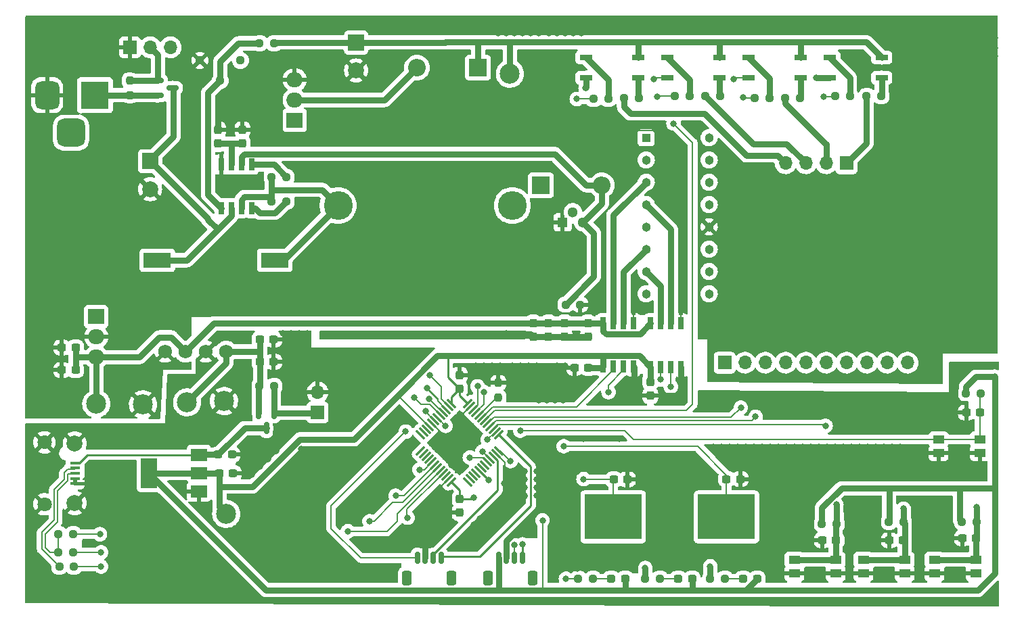
<source format=gtl>
G04 #@! TF.GenerationSoftware,KiCad,Pcbnew,(6.0.9)*
G04 #@! TF.CreationDate,2022-12-15T14:24:50+09:00*
G04 #@! TF.ProjectId,nixie9v,6e697869-6539-4762-9e6b-696361645f70,rev?*
G04 #@! TF.SameCoordinates,Original*
G04 #@! TF.FileFunction,Copper,L1,Top*
G04 #@! TF.FilePolarity,Positive*
%FSLAX46Y46*%
G04 Gerber Fmt 4.6, Leading zero omitted, Abs format (unit mm)*
G04 Created by KiCad (PCBNEW (6.0.9)) date 2022-12-15 14:24:50*
%MOMM*%
%LPD*%
G01*
G04 APERTURE LIST*
G04 Aperture macros list*
%AMRoundRect*
0 Rectangle with rounded corners*
0 $1 Rounding radius*
0 $2 $3 $4 $5 $6 $7 $8 $9 X,Y pos of 4 corners*
0 Add a 4 corners polygon primitive as box body*
4,1,4,$2,$3,$4,$5,$6,$7,$8,$9,$2,$3,0*
0 Add four circle primitives for the rounded corners*
1,1,$1+$1,$2,$3*
1,1,$1+$1,$4,$5*
1,1,$1+$1,$6,$7*
1,1,$1+$1,$8,$9*
0 Add four rect primitives between the rounded corners*
20,1,$1+$1,$2,$3,$4,$5,0*
20,1,$1+$1,$4,$5,$6,$7,0*
20,1,$1+$1,$6,$7,$8,$9,0*
20,1,$1+$1,$8,$9,$2,$3,0*%
G04 Aperture macros list end*
G04 #@! TA.AperFunction,SMDPad,CuDef*
%ADD10RoundRect,0.237500X0.250000X0.237500X-0.250000X0.237500X-0.250000X-0.237500X0.250000X-0.237500X0*%
G04 #@! TD*
G04 #@! TA.AperFunction,SMDPad,CuDef*
%ADD11RoundRect,0.150000X0.150000X0.625000X-0.150000X0.625000X-0.150000X-0.625000X0.150000X-0.625000X0*%
G04 #@! TD*
G04 #@! TA.AperFunction,SMDPad,CuDef*
%ADD12RoundRect,0.250000X0.350000X0.650000X-0.350000X0.650000X-0.350000X-0.650000X0.350000X-0.650000X0*%
G04 #@! TD*
G04 #@! TA.AperFunction,SMDPad,CuDef*
%ADD13RoundRect,0.237500X-0.300000X-0.237500X0.300000X-0.237500X0.300000X0.237500X-0.300000X0.237500X0*%
G04 #@! TD*
G04 #@! TA.AperFunction,SMDPad,CuDef*
%ADD14R,1.450000X1.000000*%
G04 #@! TD*
G04 #@! TA.AperFunction,SMDPad,CuDef*
%ADD15RoundRect,0.237500X-0.250000X-0.237500X0.250000X-0.237500X0.250000X0.237500X-0.250000X0.237500X0*%
G04 #@! TD*
G04 #@! TA.AperFunction,SMDPad,CuDef*
%ADD16RoundRect,0.237500X-0.237500X0.250000X-0.237500X-0.250000X0.237500X-0.250000X0.237500X0.250000X0*%
G04 #@! TD*
G04 #@! TA.AperFunction,SMDPad,CuDef*
%ADD17RoundRect,0.237500X0.300000X0.237500X-0.300000X0.237500X-0.300000X-0.237500X0.300000X-0.237500X0*%
G04 #@! TD*
G04 #@! TA.AperFunction,SMDPad,CuDef*
%ADD18RoundRect,0.075000X-0.521491X0.415425X0.415425X-0.521491X0.521491X-0.415425X-0.415425X0.521491X0*%
G04 #@! TD*
G04 #@! TA.AperFunction,SMDPad,CuDef*
%ADD19RoundRect,0.075000X-0.521491X-0.415425X-0.415425X-0.521491X0.521491X0.415425X0.415425X0.521491X0*%
G04 #@! TD*
G04 #@! TA.AperFunction,SMDPad,CuDef*
%ADD20RoundRect,0.237500X0.237500X-0.300000X0.237500X0.300000X-0.237500X0.300000X-0.237500X-0.300000X0*%
G04 #@! TD*
G04 #@! TA.AperFunction,SMDPad,CuDef*
%ADD21R,0.650000X1.525000*%
G04 #@! TD*
G04 #@! TA.AperFunction,ComponentPad*
%ADD22R,1.700000X1.700000*%
G04 #@! TD*
G04 #@! TA.AperFunction,ComponentPad*
%ADD23O,1.700000X1.700000*%
G04 #@! TD*
G04 #@! TA.AperFunction,SMDPad,CuDef*
%ADD24R,1.650000X0.700000*%
G04 #@! TD*
G04 #@! TA.AperFunction,SMDPad,CuDef*
%ADD25RoundRect,0.150000X-0.587500X-0.150000X0.587500X-0.150000X0.587500X0.150000X-0.587500X0.150000X0*%
G04 #@! TD*
G04 #@! TA.AperFunction,SMDPad,CuDef*
%ADD26RoundRect,0.237500X-0.287500X-0.237500X0.287500X-0.237500X0.287500X0.237500X-0.287500X0.237500X0*%
G04 #@! TD*
G04 #@! TA.AperFunction,SMDPad,CuDef*
%ADD27RoundRect,0.150000X-0.150000X0.587500X-0.150000X-0.587500X0.150000X-0.587500X0.150000X0.587500X0*%
G04 #@! TD*
G04 #@! TA.AperFunction,ComponentPad*
%ADD28R,2.000000X1.905000*%
G04 #@! TD*
G04 #@! TA.AperFunction,ComponentPad*
%ADD29O,2.000000X1.905000*%
G04 #@! TD*
G04 #@! TA.AperFunction,ComponentPad*
%ADD30R,2.000000X2.000000*%
G04 #@! TD*
G04 #@! TA.AperFunction,ComponentPad*
%ADD31C,2.000000*%
G04 #@! TD*
G04 #@! TA.AperFunction,ComponentPad*
%ADD32C,2.500000*%
G04 #@! TD*
G04 #@! TA.AperFunction,ComponentPad*
%ADD33R,1.300000X1.300000*%
G04 #@! TD*
G04 #@! TA.AperFunction,ComponentPad*
%ADD34C,1.300000*%
G04 #@! TD*
G04 #@! TA.AperFunction,SMDPad,CuDef*
%ADD35R,3.450000X1.900000*%
G04 #@! TD*
G04 #@! TA.AperFunction,SMDPad,CuDef*
%ADD36RoundRect,0.237500X-0.237500X0.300000X-0.237500X-0.300000X0.237500X-0.300000X0.237500X0.300000X0*%
G04 #@! TD*
G04 #@! TA.AperFunction,SMDPad,CuDef*
%ADD37R,1.300000X0.450000*%
G04 #@! TD*
G04 #@! TA.AperFunction,ComponentPad*
%ADD38C,1.800000*%
G04 #@! TD*
G04 #@! TA.AperFunction,ComponentPad*
%ADD39C,1.120000*%
G04 #@! TD*
G04 #@! TA.AperFunction,ComponentPad*
%ADD40R,2.200000X2.200000*%
G04 #@! TD*
G04 #@! TA.AperFunction,ComponentPad*
%ADD41O,2.200000X2.200000*%
G04 #@! TD*
G04 #@! TA.AperFunction,SMDPad,CuDef*
%ADD42R,0.700000X1.525000*%
G04 #@! TD*
G04 #@! TA.AperFunction,SMDPad,CuDef*
%ADD43R,2.000000X1.500000*%
G04 #@! TD*
G04 #@! TA.AperFunction,SMDPad,CuDef*
%ADD44R,2.000000X3.800000*%
G04 #@! TD*
G04 #@! TA.AperFunction,ComponentPad*
%ADD45C,1.725000*%
G04 #@! TD*
G04 #@! TA.AperFunction,ComponentPad*
%ADD46C,3.600000*%
G04 #@! TD*
G04 #@! TA.AperFunction,SMDPad,CuDef*
%ADD47R,7.175000X5.600000*%
G04 #@! TD*
G04 #@! TA.AperFunction,ComponentPad*
%ADD48R,3.500000X3.500000*%
G04 #@! TD*
G04 #@! TA.AperFunction,ComponentPad*
%ADD49RoundRect,0.750000X-0.750000X-1.000000X0.750000X-1.000000X0.750000X1.000000X-0.750000X1.000000X0*%
G04 #@! TD*
G04 #@! TA.AperFunction,ComponentPad*
%ADD50RoundRect,0.875000X-0.875000X-0.875000X0.875000X-0.875000X0.875000X0.875000X-0.875000X0.875000X0*%
G04 #@! TD*
G04 #@! TA.AperFunction,ComponentPad*
%ADD51R,1.133000X1.133000*%
G04 #@! TD*
G04 #@! TA.AperFunction,ComponentPad*
%ADD52C,1.133000*%
G04 #@! TD*
G04 #@! TA.AperFunction,ViaPad*
%ADD53C,0.800000*%
G04 #@! TD*
G04 #@! TA.AperFunction,Conductor*
%ADD54C,0.250000*%
G04 #@! TD*
G04 #@! TA.AperFunction,Conductor*
%ADD55C,0.762000*%
G04 #@! TD*
G04 #@! TA.AperFunction,Conductor*
%ADD56C,0.200000*%
G04 #@! TD*
G04 APERTURE END LIST*
D10*
X31737500Y-95500000D03*
X29912500Y-95500000D03*
D11*
X87860000Y-94433000D03*
X86860000Y-94433000D03*
X85860000Y-94433000D03*
X84860000Y-94433000D03*
D12*
X89160000Y-96958000D03*
X83560000Y-96958000D03*
D13*
X99264300Y-84582000D03*
X100989300Y-84582000D03*
D14*
X139411000Y-94654000D03*
X144561000Y-94654000D03*
X139411000Y-96354000D03*
X144561000Y-96354000D03*
D15*
X126976500Y-36576000D03*
X128801500Y-36576000D03*
D16*
X84836000Y-72493500D03*
X84836000Y-74318500D03*
D10*
X31646500Y-93726000D03*
X29821500Y-93726000D03*
X31646500Y-91440000D03*
X29821500Y-91440000D03*
D17*
X31952100Y-70891400D03*
X30227100Y-70891400D03*
D13*
X49937500Y-83820000D03*
X51662500Y-83820000D03*
D15*
X56491500Y-46736000D03*
X58316500Y-46736000D03*
D14*
X130521000Y-94654000D03*
X135671000Y-94654000D03*
X135671000Y-96354000D03*
X130521000Y-96354000D03*
D18*
X79001212Y-75112124D03*
X78647658Y-75465678D03*
X78294105Y-75819231D03*
X77940551Y-76172785D03*
X77586998Y-76526338D03*
X77233445Y-76879891D03*
X76879891Y-77233445D03*
X76526338Y-77586998D03*
X76172785Y-77940551D03*
X75819231Y-78294105D03*
X75465678Y-78647658D03*
X75112124Y-79001212D03*
D19*
X75112124Y-80998788D03*
X75465678Y-81352342D03*
X75819231Y-81705895D03*
X76172785Y-82059449D03*
X76526338Y-82413002D03*
X76879891Y-82766555D03*
X77233445Y-83120109D03*
X77586998Y-83473662D03*
X77940551Y-83827215D03*
X78294105Y-84180769D03*
X78647658Y-84534322D03*
X79001212Y-84887876D03*
D18*
X80998788Y-84887876D03*
X81352342Y-84534322D03*
X81705895Y-84180769D03*
X82059449Y-83827215D03*
X82413002Y-83473662D03*
X82766555Y-83120109D03*
X83120109Y-82766555D03*
X83473662Y-82413002D03*
X83827215Y-82059449D03*
X84180769Y-81705895D03*
X84534322Y-81352342D03*
X84887876Y-80998788D03*
D19*
X84887876Y-79001212D03*
X84534322Y-78647658D03*
X84180769Y-78294105D03*
X83827215Y-77940551D03*
X83473662Y-77586998D03*
X83120109Y-77233445D03*
X82766555Y-76879891D03*
X82413002Y-76526338D03*
X82059449Y-76172785D03*
X81705895Y-75819231D03*
X81352342Y-75465678D03*
X80998788Y-75112124D03*
D20*
X96037400Y-66724700D03*
X96037400Y-64999700D03*
X80010000Y-73252500D03*
X80010000Y-71527500D03*
D15*
X93255950Y-62699750D03*
X95080950Y-62699750D03*
D21*
X103870000Y-70487000D03*
X105140000Y-70487000D03*
X106410000Y-70487000D03*
X107680000Y-70487000D03*
X107680000Y-65063000D03*
X106410000Y-65063000D03*
X105140000Y-65063000D03*
X103870000Y-65063000D03*
D10*
X122578500Y-36830000D03*
X120753500Y-36830000D03*
D13*
X55017500Y-69850000D03*
X56742500Y-69850000D03*
D10*
X56792500Y-29972000D03*
X54967500Y-29972000D03*
D22*
X113161600Y-69975000D03*
D23*
X115701600Y-69975000D03*
X118241600Y-69975000D03*
X120781600Y-69975000D03*
X123321600Y-69975000D03*
X125861600Y-69975000D03*
X128401600Y-69975000D03*
X130941600Y-69975000D03*
X133481600Y-69975000D03*
X136021600Y-69975000D03*
D24*
X132790000Y-34290000D03*
X132790000Y-31750000D03*
X126290000Y-31750000D03*
X126290000Y-34290000D03*
D16*
X38735000Y-34647500D03*
X38735000Y-36472500D03*
D13*
X49785100Y-81483200D03*
X51510100Y-81483200D03*
D25*
X42242500Y-34610000D03*
X42242500Y-36510000D03*
X44117500Y-35560000D03*
D17*
X135482500Y-92202000D03*
X133757500Y-92202000D03*
D20*
X49784000Y-42518500D03*
X49784000Y-40793500D03*
D26*
X115457000Y-97028000D03*
X117207000Y-97028000D03*
D27*
X56779200Y-76278500D03*
X54879200Y-76278500D03*
X55829200Y-78153500D03*
D28*
X59365000Y-39624000D03*
D29*
X59365000Y-37084000D03*
X59365000Y-34544000D03*
D10*
X113180500Y-97028000D03*
X111355500Y-97028000D03*
D30*
X41275000Y-44737323D03*
D31*
X41275000Y-48237323D03*
D32*
X45897800Y-74930000D03*
X34544000Y-75107800D03*
D17*
X145109100Y-76200000D03*
X143384100Y-76200000D03*
D24*
X102310000Y-34290000D03*
X102310000Y-31750000D03*
X95810000Y-31750000D03*
X95810000Y-34290000D03*
D32*
X40386000Y-75184000D03*
D20*
X89204800Y-66724700D03*
X89204800Y-64999700D03*
D15*
X142851500Y-89916000D03*
X144676500Y-89916000D03*
D32*
X86283800Y-33782000D03*
D17*
X144626500Y-91948000D03*
X142901500Y-91948000D03*
D32*
X50520600Y-74777600D03*
D33*
X92898450Y-52391750D03*
D34*
X94168450Y-51121750D03*
X95438450Y-52391750D03*
D10*
X132738500Y-36576000D03*
X130913500Y-36576000D03*
D20*
X93116400Y-66724700D03*
X93116400Y-64999700D03*
D10*
X96670500Y-97028000D03*
X94845500Y-97028000D03*
D22*
X62230000Y-76205000D03*
D23*
X62230000Y-73665000D03*
D22*
X38750000Y-30480000D03*
D23*
X41290000Y-30480000D03*
X43830000Y-30480000D03*
D26*
X107329000Y-97028000D03*
X109079000Y-97028000D03*
D32*
X50800000Y-88900000D03*
D10*
X102385500Y-36830000D03*
X100560500Y-36830000D03*
D24*
X122630000Y-34290000D03*
X122630000Y-31750000D03*
X116130000Y-31750000D03*
X116130000Y-34290000D03*
D22*
X128387000Y-45000000D03*
D23*
X125847000Y-45000000D03*
X123307000Y-45000000D03*
X120767000Y-45000000D03*
D15*
X125325500Y-90170000D03*
X127150500Y-90170000D03*
D20*
X91109800Y-66724700D03*
X91109800Y-64999700D03*
D13*
X113387500Y-84550000D03*
X115112500Y-84550000D03*
D35*
X42180000Y-57150000D03*
X56880000Y-57150000D03*
D10*
X112545500Y-36576000D03*
X110720500Y-36576000D03*
D28*
X34538800Y-64185800D03*
D29*
X34538800Y-66725800D03*
X34538800Y-69265800D03*
D36*
X80010000Y-87021500D03*
X80010000Y-88746500D03*
D17*
X127100500Y-92202000D03*
X125375500Y-92202000D03*
D20*
X52832000Y-42518500D03*
X52832000Y-40793500D03*
D37*
X31900000Y-82520000D03*
X31900000Y-83170000D03*
X31900000Y-83820000D03*
X31900000Y-84470000D03*
X31900000Y-85120000D03*
D38*
X28050000Y-79945000D03*
D31*
X31850000Y-87545000D03*
X31850000Y-80095000D03*
D38*
X28050000Y-87695000D03*
D26*
X98947000Y-97028000D03*
X100697000Y-97028000D03*
D39*
X52592500Y-32114000D03*
X50052500Y-34654000D03*
X47512500Y-32114000D03*
D14*
X145069000Y-79566400D03*
X139919000Y-79566400D03*
X139919000Y-81266400D03*
X145069000Y-81266400D03*
D11*
X77700000Y-94433000D03*
X76700000Y-94433000D03*
X75700000Y-94433000D03*
X74700000Y-94433000D03*
D12*
X73400000Y-96958000D03*
X79000000Y-96958000D03*
D15*
X116943500Y-36830000D03*
X118768500Y-36830000D03*
X143359500Y-73812400D03*
X145184500Y-73812400D03*
D10*
X105052500Y-97028000D03*
X103227500Y-97028000D03*
D15*
X133707500Y-89916000D03*
X135532500Y-89916000D03*
D40*
X82296000Y-33020000D03*
D41*
X74676000Y-33020000D03*
D42*
X53975000Y-45167000D03*
X52705000Y-45167000D03*
X51435000Y-45167000D03*
X50165000Y-45167000D03*
X50165000Y-50591000D03*
X51435000Y-50591000D03*
X52705000Y-50591000D03*
X53975000Y-50591000D03*
D43*
X47396800Y-86094600D03*
D44*
X41096800Y-83794600D03*
D43*
X47396800Y-83794600D03*
X47396800Y-81494600D03*
D13*
X94388600Y-70612000D03*
X96113600Y-70612000D03*
D14*
X121885000Y-94654000D03*
X127035000Y-94654000D03*
X121885000Y-96354000D03*
X127035000Y-96354000D03*
D40*
X90170000Y-47752000D03*
D41*
X97790000Y-47752000D03*
D24*
X112470000Y-34290000D03*
X112470000Y-31750000D03*
X105970000Y-31750000D03*
X105970000Y-34290000D03*
D20*
X103860600Y-74090700D03*
X103860600Y-72365700D03*
D15*
X96750500Y-36957000D03*
X98575500Y-36957000D03*
X106910500Y-36576000D03*
X108735500Y-36576000D03*
D21*
X97970000Y-70462000D03*
X99240000Y-70462000D03*
X100510000Y-70462000D03*
X101780000Y-70462000D03*
X101780000Y-65038000D03*
X100510000Y-65038000D03*
X99240000Y-65038000D03*
X97970000Y-65038000D03*
D45*
X43180000Y-68580000D03*
X45720000Y-68580000D03*
X48260000Y-68580000D03*
X50800000Y-68580000D03*
D13*
X55017500Y-67056000D03*
X56742500Y-67056000D03*
D15*
X56491500Y-49784000D03*
X58316500Y-49784000D03*
D46*
X64797000Y-50292000D03*
X86597000Y-50292000D03*
D17*
X31952100Y-68072000D03*
X30227100Y-68072000D03*
D15*
X54967500Y-72898000D03*
X56792500Y-72898000D03*
D47*
X99211500Y-89281000D03*
X113386500Y-89281000D03*
D48*
X34391600Y-36474400D03*
D49*
X28391600Y-36474400D03*
D50*
X31391600Y-41174400D03*
D51*
X103338000Y-41796000D03*
D52*
X103338000Y-44590000D03*
X103338000Y-47384000D03*
X103338000Y-50178000D03*
X103338000Y-52972000D03*
X103338000Y-55766000D03*
X103338000Y-58560000D03*
X103338000Y-61354000D03*
X111212000Y-61354000D03*
X111212000Y-58560000D03*
X111212000Y-55766000D03*
X111212000Y-52972000D03*
X111212000Y-50178000D03*
X111212000Y-47384000D03*
X111212000Y-44590000D03*
X111212000Y-41796000D03*
D30*
X67056000Y-29878323D03*
D31*
X67056000Y-33378323D03*
D53*
X39878000Y-78232000D03*
X64744600Y-99745800D03*
X34188400Y-99593400D03*
X60198000Y-83820000D03*
X28448000Y-77978000D03*
X63220600Y-99745800D03*
X139954000Y-84328000D03*
X43180000Y-90424000D03*
X92964000Y-74676000D03*
X88138000Y-86614000D03*
X115824000Y-80518000D03*
X113258600Y-99872800D03*
X139115800Y-99847400D03*
X90424000Y-81407000D03*
X76454000Y-91186000D03*
X121920000Y-80518000D03*
X135636000Y-84328000D03*
X133604000Y-84328000D03*
X131064000Y-84328000D03*
X95504000Y-79502000D03*
X55000000Y-83000000D03*
X35306000Y-82550000D03*
X79781400Y-78079600D03*
X41910000Y-78232000D03*
X107696000Y-95504000D03*
X38506400Y-99593400D03*
X112776000Y-80518000D03*
X84988400Y-99771200D03*
X88138000Y-83566000D03*
X87020400Y-99771200D03*
X88138000Y-85598000D03*
X89662000Y-83566000D03*
X39116000Y-86868000D03*
X69596000Y-68580000D03*
X81788000Y-92964000D03*
X136575800Y-99847400D03*
X76352400Y-99771200D03*
X47752000Y-92583000D03*
X74422000Y-68580000D03*
X81432400Y-99771200D03*
X35204400Y-99593400D03*
X79756000Y-92964000D03*
X129032000Y-84328000D03*
X60198000Y-81788000D03*
X60172600Y-99745800D03*
X137922000Y-84328000D03*
X40538400Y-99593400D03*
X101854000Y-74930000D03*
X143256000Y-84328000D03*
X56743600Y-93497400D03*
X117322600Y-99872800D03*
X119862600Y-99872800D03*
X120878600Y-99872800D03*
X26416000Y-77978000D03*
X132511800Y-99847400D03*
X132080000Y-84328000D03*
X75184000Y-90043000D03*
X130479800Y-99847400D03*
X115290600Y-99872800D03*
X78740000Y-90297000D03*
X77978000Y-89535000D03*
X42164000Y-90424000D03*
X91948000Y-74676000D03*
X66040000Y-71628000D03*
X118872000Y-80518000D03*
X94742000Y-95758000D03*
X145288000Y-84328000D03*
X119380000Y-90678000D03*
X46355000Y-92710000D03*
X47142400Y-99593400D03*
X81153000Y-91059000D03*
X116840000Y-80518000D03*
X100914200Y-72009000D03*
X29464000Y-77978000D03*
X42926000Y-78232000D03*
X67564000Y-68580000D03*
X68580000Y-68580000D03*
X45110400Y-99593400D03*
X89662000Y-70358000D03*
X127000000Y-80518000D03*
X116840000Y-95504000D03*
X135128000Y-80518000D03*
X84328000Y-87884000D03*
X80772000Y-92964000D03*
X134112000Y-76454000D03*
X89154000Y-81407000D03*
X78994000Y-82804000D03*
X85026500Y-89725500D03*
X118872000Y-86614000D03*
X93726000Y-95758000D03*
X94996000Y-81534000D03*
X38354000Y-96520000D03*
X37846000Y-90424000D03*
X53746400Y-99593400D03*
X71374000Y-68580000D03*
X140131800Y-99847400D03*
X34036000Y-77978000D03*
X36220400Y-99593400D03*
X65760600Y-99745800D03*
X76454000Y-87630000D03*
X28346400Y-98577400D03*
X129463800Y-99847400D03*
X89662000Y-86614000D03*
X85090000Y-70358000D03*
X131064000Y-76454000D03*
X69088000Y-71628000D03*
X120904000Y-80518000D03*
X28854400Y-99593400D03*
X128016000Y-80518000D03*
X77470000Y-87630000D03*
X39370000Y-96520000D03*
X57937400Y-92329000D03*
X83464400Y-99771200D03*
X120396000Y-90678000D03*
X38354000Y-78232000D03*
X72390000Y-68580000D03*
X56108600Y-99745800D03*
X58928000Y-66294000D03*
X52730400Y-99593400D03*
X147066000Y-99060000D03*
X35306000Y-78232000D03*
X67792600Y-99745800D03*
X40386000Y-96520000D03*
X131064000Y-80518000D03*
X132080000Y-76454000D03*
X120904000Y-86614000D03*
X74422000Y-91186000D03*
X41148000Y-90424000D03*
X46126400Y-99593400D03*
X64008000Y-96774000D03*
X57124600Y-99745800D03*
X44450000Y-96520000D03*
X37490400Y-99593400D03*
X96012000Y-81534000D03*
X61976000Y-96774000D03*
X142240000Y-84328000D03*
X114274600Y-99872800D03*
X49174400Y-99593400D03*
X61188600Y-99745800D03*
X65278000Y-68580000D03*
X134112000Y-80518000D03*
X60960000Y-66294000D03*
X70358000Y-86360000D03*
X73406000Y-68580000D03*
X80797400Y-78003400D03*
X41402000Y-96520000D03*
X43078400Y-99593400D03*
X104546400Y-81788000D03*
X38862000Y-90424000D03*
X115824000Y-95504000D03*
X59029600Y-91363800D03*
X97536000Y-95250000D03*
X91567000Y-81407000D03*
X114808000Y-95504000D03*
X106578400Y-81788000D03*
X59944000Y-66294000D03*
X131495800Y-99847400D03*
X134543800Y-99847400D03*
X86233000Y-85852000D03*
X57000000Y-81000000D03*
X37338000Y-82550000D03*
X85598000Y-85090000D03*
X45466000Y-96520000D03*
X100634800Y-74879200D03*
X60706000Y-96774000D03*
X111226600Y-99872800D03*
X62230000Y-68580000D03*
X129032000Y-80518000D03*
X97028000Y-81534000D03*
X30988000Y-77978000D03*
X79400400Y-99771200D03*
X89662000Y-85598000D03*
X130048000Y-84328000D03*
X105562400Y-81788000D03*
X48158400Y-99593400D03*
X83058000Y-70358000D03*
X39522400Y-99593400D03*
X31902400Y-99593400D03*
X98044000Y-81534000D03*
X33172400Y-99593400D03*
X65024000Y-96774000D03*
X88138000Y-84582000D03*
X78486000Y-87630000D03*
X58140600Y-99745800D03*
X63246000Y-68580000D03*
X42545000Y-92710000D03*
X136144000Y-76454000D03*
X64262000Y-68580000D03*
X140970000Y-84328000D03*
X54000000Y-84000000D03*
X86614000Y-70358000D03*
X132080000Y-80518000D03*
X27178000Y-97790000D03*
X36322000Y-78232000D03*
X117856000Y-95504000D03*
X146050000Y-99060000D03*
X105664000Y-95504000D03*
X134620000Y-84328000D03*
X116306600Y-99872800D03*
X114808000Y-80518000D03*
X77216000Y-88646000D03*
X68072000Y-71628000D03*
X49276000Y-96520000D03*
X130048000Y-76454000D03*
X83756500Y-90995500D03*
X50698400Y-99593400D03*
X89916000Y-74676000D03*
X55854600Y-94335600D03*
X82448400Y-99771200D03*
X68326000Y-86360000D03*
X86106000Y-88646000D03*
X93218000Y-70358000D03*
X42062400Y-99593400D03*
X34290000Y-82550000D03*
X56000000Y-82000000D03*
X60198000Y-82804000D03*
X29362400Y-98577400D03*
X138099800Y-99847400D03*
X92710000Y-95758000D03*
X41148000Y-86868000D03*
X66776600Y-99745800D03*
X118846600Y-99872800D03*
X60198000Y-80772000D03*
X82042000Y-70358000D03*
X42418000Y-96520000D03*
X122936000Y-80518000D03*
X80416400Y-99771200D03*
X57912000Y-66294000D03*
X121412000Y-90678000D03*
X40132000Y-86868000D03*
X121920000Y-86614000D03*
X79984600Y-83515200D03*
X138938000Y-84328000D03*
X42164000Y-86868000D03*
X60071000Y-90297000D03*
X136652000Y-84328000D03*
X105257600Y-74117200D03*
X92202000Y-70358000D03*
X82296000Y-90932000D03*
X57658000Y-96774000D03*
X118364000Y-90678000D03*
X50292000Y-96520000D03*
X133527800Y-99847400D03*
X87630000Y-70358000D03*
X32004000Y-77978000D03*
X62992000Y-96774000D03*
X79767910Y-77050110D03*
X82550000Y-89535000D03*
X66548000Y-68580000D03*
X47244000Y-96520000D03*
X103530400Y-81788000D03*
X43434000Y-96520000D03*
X77368400Y-99771200D03*
X90932000Y-74676000D03*
X59156600Y-99745800D03*
X48260000Y-96520000D03*
X51714400Y-99593400D03*
X69342000Y-86360000D03*
X124968000Y-80518000D03*
X144272000Y-84328000D03*
X119888000Y-80518000D03*
X110210600Y-99872800D03*
X100584000Y-95250000D03*
X88036400Y-99771200D03*
X133096000Y-80518000D03*
X117856000Y-80518000D03*
X36830000Y-90424000D03*
X40894000Y-78232000D03*
X67056000Y-71628000D03*
X106680000Y-95504000D03*
X121894600Y-99872800D03*
X39878000Y-90424000D03*
X111760000Y-80518000D03*
X27432000Y-77978000D03*
X135128000Y-76454000D03*
X89662000Y-84582000D03*
X62204600Y-99745800D03*
X98552000Y-95250000D03*
X135559800Y-99847400D03*
X86004400Y-99771200D03*
X37338000Y-78232000D03*
X44196000Y-90424000D03*
X59690000Y-96774000D03*
X44094400Y-99593400D03*
X133096000Y-76454000D03*
X99949000Y-79502000D03*
X86868000Y-86360000D03*
X78384400Y-99771200D03*
X88646000Y-70358000D03*
X29870400Y-99593400D03*
X91694000Y-95758000D03*
X130048000Y-80518000D03*
X119888000Y-86614000D03*
X113792000Y-80518000D03*
X36322000Y-82550000D03*
X125984000Y-80518000D03*
X67310000Y-86360000D03*
X83566000Y-88773000D03*
X99568000Y-95250000D03*
X141147800Y-99847400D03*
X26162000Y-97790000D03*
X123952000Y-80518000D03*
X108712000Y-95504000D03*
X75438000Y-91186000D03*
X84074000Y-70358000D03*
X33020000Y-77978000D03*
X30886400Y-99593400D03*
X58674000Y-96774000D03*
X44958000Y-92710000D03*
X112242600Y-99872800D03*
X81788000Y-90297000D03*
X75438000Y-63246000D03*
X90932000Y-63246000D03*
X94070000Y-26931200D03*
X26416000Y-66294000D03*
X26416000Y-64262000D03*
X145479600Y-27083600D03*
X146495600Y-27083600D03*
X53340000Y-37592000D03*
X137922000Y-63246000D03*
X78867000Y-40386000D03*
X36068000Y-53340000D03*
X95250000Y-28702000D03*
X71120000Y-55118000D03*
X82640000Y-26931200D03*
X108929000Y-26982000D03*
X137414000Y-40386000D03*
X26416000Y-67310000D03*
X46990000Y-41148000D03*
X137414000Y-39370000D03*
X77470000Y-52324000D03*
X134049600Y-27083600D03*
X78105000Y-39497000D03*
X132080000Y-52832000D03*
X65278000Y-58420000D03*
X84074000Y-55118000D03*
X84672000Y-26931200D03*
X119380000Y-48260000D03*
X33020000Y-60452000D03*
X62992000Y-63246000D03*
X132080000Y-51816000D03*
X33020000Y-48514000D03*
X27178000Y-29210000D03*
X26416000Y-50292000D03*
X141986000Y-65024000D03*
X76454000Y-52324000D03*
X36068000Y-55880000D03*
X94996000Y-40894000D03*
X33020000Y-46482000D03*
X143383000Y-32385000D03*
X88900000Y-28702000D03*
X64262000Y-59944000D03*
X145669000Y-55956200D03*
X145592800Y-43789600D03*
X65278000Y-42418000D03*
X88736000Y-26931200D03*
X140970000Y-44704000D03*
X129540000Y-58420000D03*
X26416000Y-65278000D03*
X33020000Y-59436000D03*
X132080000Y-60960000D03*
X33274000Y-53594000D03*
X87833200Y-66370200D03*
X133033600Y-27083600D03*
X141986000Y-60198000D03*
X72136000Y-55118000D03*
X137922000Y-66294000D03*
X135065600Y-27083600D03*
X111977000Y-26982000D03*
X76454000Y-63246000D03*
X137922000Y-58674000D03*
X33020000Y-57404000D03*
X145669000Y-54940200D03*
X139700000Y-30226000D03*
X74422000Y-63246000D03*
X140145600Y-27083600D03*
X145592800Y-46583600D03*
X146939000Y-31623000D03*
X136652000Y-30226000D03*
X141986000Y-56134000D03*
X141986000Y-62992000D03*
X27268000Y-27210600D03*
X26416000Y-76454000D03*
X145669000Y-58496200D03*
X26670000Y-42418000D03*
X137414000Y-41402000D03*
X87122000Y-55118000D03*
X65024000Y-63246000D03*
X64262000Y-58420000D03*
X103595000Y-26982000D03*
X142748000Y-68072000D03*
X101854000Y-62738000D03*
X145669000Y-61544200D03*
X51308000Y-46990000D03*
X145669000Y-53924200D03*
X26670000Y-40386000D03*
X141161600Y-27083600D03*
X73152000Y-55118000D03*
X72644000Y-39116000D03*
X51562000Y-48768000D03*
X26416000Y-73406000D03*
X57150000Y-63246000D03*
X40894000Y-39878000D03*
X85090000Y-63246000D03*
X132080000Y-50800000D03*
X26416000Y-68326000D03*
X77470000Y-63246000D03*
X92710000Y-40894000D03*
X91022000Y-26931200D03*
X86741000Y-42291000D03*
X112993000Y-26982000D03*
X71628000Y-39116000D03*
X26416000Y-55880000D03*
X26416000Y-75438000D03*
X79629000Y-41275000D03*
X85826600Y-66294000D03*
X26416000Y-63246000D03*
X76962000Y-55372000D03*
X93218000Y-28702000D03*
X26670000Y-43434000D03*
X74041000Y-39751000D03*
X84836000Y-28702000D03*
X74803000Y-40513000D03*
X32348000Y-27210600D03*
X28448000Y-76454000D03*
X63246000Y-58420000D03*
X82042000Y-52324000D03*
X81788000Y-42418000D03*
X93091000Y-35306000D03*
X138684000Y-30226000D03*
X75438000Y-52324000D03*
X138113600Y-27083600D03*
X39878000Y-39878000D03*
X87884000Y-63246000D03*
X30316000Y-27210600D03*
X145669000Y-62814200D03*
X91694000Y-31369000D03*
X48768000Y-29464000D03*
X141986000Y-54610000D03*
X141986000Y-52578000D03*
X85688000Y-26931200D03*
X80010000Y-52324000D03*
X26670000Y-41402000D03*
X60198000Y-63246000D03*
X68580000Y-39116000D03*
X34380000Y-27210600D03*
X146939000Y-30607000D03*
X86868000Y-63246000D03*
X33274000Y-50546000D03*
X137922000Y-64262000D03*
X144463600Y-27083600D03*
X65278000Y-59944000D03*
X141986000Y-61976000D03*
X69596000Y-39116000D03*
X140970000Y-41656000D03*
X26252000Y-27210600D03*
X74422000Y-52324000D03*
X31332000Y-27210600D03*
X33274000Y-29210000D03*
X26416000Y-60452000D03*
X100547000Y-26982000D03*
X62992000Y-39370000D03*
X66040000Y-63246000D03*
X92202000Y-28702000D03*
X80608000Y-26931200D03*
X33274000Y-54610000D03*
X89916000Y-28702000D03*
X33020000Y-56388000D03*
X89916000Y-63246000D03*
X26416000Y-46228000D03*
X145542000Y-34036000D03*
X88900000Y-63246000D03*
X70612000Y-39116000D03*
X66294000Y-58420000D03*
X145592800Y-42773600D03*
X52324000Y-46990000D03*
X145592800Y-47599600D03*
X137097600Y-27083600D03*
X81026000Y-52324000D03*
X69342000Y-63246000D03*
X145669000Y-60528200D03*
X134620000Y-63500000D03*
X145669000Y-59512200D03*
X26416000Y-57404000D03*
X32258000Y-29210000D03*
X136144000Y-57658000D03*
X85217000Y-42418000D03*
X140970000Y-42672000D03*
X39714000Y-27210600D03*
X36666000Y-27210600D03*
X78994000Y-55372000D03*
X104611000Y-26982000D03*
X89789000Y-31369000D03*
X81026000Y-63246000D03*
X49784000Y-29464000D03*
X70358000Y-63246000D03*
X50292000Y-37592000D03*
X26416000Y-72390000D03*
X83058000Y-55118000D03*
X141986000Y-50546000D03*
X40730000Y-27210600D03*
X145669000Y-52908200D03*
X82042000Y-63246000D03*
X86868000Y-28702000D03*
X141986000Y-58166000D03*
X80010000Y-55372000D03*
X35396000Y-27210600D03*
X46736000Y-29464000D03*
X145592800Y-48615600D03*
X145592800Y-44805600D03*
X47752000Y-29464000D03*
X54356000Y-37592000D03*
X26416000Y-54864000D03*
X95086000Y-26931200D03*
X145669000Y-63830200D03*
X137922000Y-59690000D03*
X109945000Y-26982000D03*
X64008000Y-39370000D03*
X93091000Y-36322000D03*
X46990000Y-40132000D03*
X136144000Y-56642000D03*
X46990000Y-42164000D03*
X33274000Y-51562000D03*
X141986000Y-64008000D03*
X62230000Y-58420000D03*
X26416000Y-47244000D03*
X71374000Y-63246000D03*
X26416000Y-58420000D03*
X139129600Y-27083600D03*
X59182000Y-63246000D03*
X56134000Y-63246000D03*
X26416000Y-59436000D03*
X86704000Y-26931200D03*
X28194000Y-29210000D03*
X65481200Y-66395600D03*
X137922000Y-57658000D03*
X36068000Y-57912000D03*
X33020000Y-45466000D03*
X26670000Y-44450000D03*
X33020000Y-58420000D03*
X88392000Y-42291000D03*
X77216000Y-38735000D03*
X36068000Y-59944000D03*
X58166000Y-63246000D03*
X33364000Y-27210600D03*
X83656000Y-26931200D03*
X132080000Y-53848000D03*
X26416000Y-69342000D03*
X33020000Y-44450000D03*
X121920000Y-50800000D03*
X102579000Y-26982000D03*
X136144000Y-55626000D03*
X36068000Y-58928000D03*
X33274000Y-52578000D03*
X38698000Y-27210600D03*
X37682000Y-27210600D03*
X81624000Y-26931200D03*
X140970000Y-40640000D03*
X36068000Y-56896000D03*
X26416000Y-71374000D03*
X137668000Y-30226000D03*
X94234000Y-28702000D03*
X145669000Y-51892200D03*
X124460000Y-53340000D03*
X31242000Y-29210000D03*
X87884000Y-28702000D03*
X143447600Y-27083600D03*
X92038000Y-26931200D03*
X97028000Y-40894000D03*
X26416000Y-49276000D03*
X98515000Y-26982000D03*
X142113000Y-30988000D03*
X86106000Y-55118000D03*
X51308000Y-37592000D03*
X93218000Y-32004000D03*
X107659000Y-26982000D03*
X29300000Y-27210600D03*
X85852000Y-28702000D03*
X141986000Y-51562000D03*
X36068000Y-52324000D03*
X67310000Y-63246000D03*
X141732000Y-68072000D03*
X29464000Y-76454000D03*
X78486000Y-52324000D03*
X88265000Y-31369000D03*
X64262000Y-66370200D03*
X106643000Y-26982000D03*
X26416000Y-61468000D03*
X76073000Y-42418000D03*
X145669000Y-66878200D03*
X93218000Y-33020000D03*
X64008000Y-63246000D03*
X145669000Y-64846200D03*
X136144000Y-53594000D03*
X145542000Y-37084000D03*
X91186000Y-28702000D03*
X26416000Y-70358000D03*
X75692000Y-41275000D03*
X145592800Y-40741600D03*
X50546000Y-48768000D03*
X143764000Y-68072000D03*
X38862000Y-39878000D03*
X29210000Y-29210000D03*
X137922000Y-60706000D03*
X36068000Y-54356000D03*
X83058000Y-52324000D03*
X74168000Y-55118000D03*
X140716000Y-30226000D03*
X145669000Y-57480200D03*
X36068000Y-51308000D03*
X86842600Y-66344800D03*
X132080000Y-49784000D03*
X144780000Y-68072000D03*
X89916000Y-42291000D03*
X141986000Y-53594000D03*
X141986000Y-57150000D03*
X145542000Y-36068000D03*
X72009000Y-42418000D03*
X26416000Y-74422000D03*
X110961000Y-26982000D03*
X141986000Y-66040000D03*
X141986000Y-59182000D03*
X68580000Y-42291000D03*
X61976000Y-63246000D03*
X145669000Y-65862200D03*
X136144000Y-54610000D03*
X63246000Y-59944000D03*
X127000000Y-55880000D03*
X89752000Y-26931200D03*
X85090000Y-55118000D03*
X26416000Y-51816000D03*
X35306000Y-29210000D03*
X50292000Y-46990000D03*
X145415000Y-50622200D03*
X136081600Y-27083600D03*
X137922000Y-65278000D03*
X137414000Y-37338000D03*
X145542000Y-38100000D03*
X93091000Y-34290000D03*
X77978000Y-55372000D03*
X73787000Y-42418000D03*
X37846000Y-39878000D03*
X146812000Y-28067000D03*
X78486000Y-63246000D03*
X26162000Y-29210000D03*
X36830000Y-39878000D03*
X26416000Y-48260000D03*
X145592800Y-41757600D03*
X84074000Y-63246000D03*
X67056000Y-39370000D03*
X83693000Y-42291000D03*
X140970000Y-43688000D03*
X27432000Y-76454000D03*
X46990000Y-38100000D03*
X142431600Y-27083600D03*
X145542000Y-35052000D03*
X132017600Y-27083600D03*
X137414000Y-38354000D03*
X26416000Y-53848000D03*
X84074000Y-52324000D03*
X101563000Y-26982000D03*
X146939000Y-29337000D03*
X28284000Y-27210600D03*
X99531000Y-26982000D03*
X52324000Y-37592000D03*
X83058000Y-63246000D03*
X54610000Y-46990000D03*
X30226000Y-29210000D03*
X66040000Y-39370000D03*
X50800000Y-29464000D03*
X87720000Y-26931200D03*
X33020000Y-47498000D03*
X34290000Y-29210000D03*
X68326000Y-63246000D03*
X66294000Y-59944000D03*
X65024000Y-39370000D03*
X137922000Y-61722000D03*
X63220600Y-66344800D03*
X46990000Y-39116000D03*
X70104000Y-55118000D03*
X53340000Y-46990000D03*
X81026000Y-55372000D03*
X26416000Y-52832000D03*
X70104000Y-42418000D03*
X145592800Y-49631600D03*
X93054000Y-26931200D03*
X105627000Y-26982000D03*
X62230000Y-59944000D03*
X145796000Y-68072000D03*
X36068000Y-50292000D03*
X94650000Y-36950000D03*
X86360000Y-82296000D03*
X115425000Y-36725000D03*
X146925000Y-71725000D03*
X125525000Y-36625000D03*
X104675000Y-36625000D03*
X90362000Y-89724000D03*
X81788000Y-86868000D03*
X95500000Y-84550000D03*
X74325000Y-74325000D03*
X78250000Y-77875000D03*
X93025000Y-80425000D03*
X87575000Y-78475000D03*
X75725000Y-76025000D03*
X73250000Y-78600000D03*
X127125000Y-87750000D03*
X76250000Y-71550000D03*
X75941975Y-73147975D03*
X135525000Y-88250000D03*
X144676500Y-88026500D03*
X76175000Y-74475000D03*
X98625000Y-73660000D03*
X83058000Y-73660000D03*
X82248833Y-72926167D03*
X105140000Y-72065000D03*
X73487500Y-89387500D03*
X106410000Y-72990000D03*
X125775000Y-77875000D03*
X124587500Y-34287500D03*
X114275000Y-34425000D03*
X117025000Y-76750000D03*
X115175000Y-75600000D03*
X104250000Y-34425000D03*
X95758000Y-35560000D03*
X106750000Y-40025000D03*
X83625000Y-84650000D03*
X87875000Y-92725000D03*
X86875000Y-92825000D03*
X74950000Y-83375000D03*
X72000000Y-86625000D03*
X93300000Y-97025000D03*
X66025000Y-91075000D03*
X111355500Y-95480500D03*
X68725000Y-89825000D03*
X103227500Y-95677500D03*
X35000000Y-91450000D03*
X83500000Y-79625000D03*
X35150000Y-95500000D03*
X81275000Y-81850000D03*
X35151000Y-93726000D03*
X82850000Y-81100000D03*
D54*
X31900000Y-82520000D02*
X32380000Y-82520000D01*
X33405400Y-81494600D02*
X47396800Y-81494600D01*
D55*
X53114800Y-78153500D02*
X55829200Y-78153500D01*
D54*
X32380000Y-82520000D02*
X33405400Y-81494600D01*
D55*
X49785100Y-81483200D02*
X53114800Y-78153500D01*
X49785100Y-81483200D02*
X47408200Y-81483200D01*
X47408200Y-81483200D02*
X47396800Y-81494600D01*
X101854000Y-70536000D02*
X101780000Y-70462000D01*
D56*
X77216000Y-85965980D02*
X77216000Y-86868000D01*
D55*
X85026500Y-89725500D02*
X86106000Y-88646000D01*
D56*
X78994000Y-80054660D02*
X78994000Y-82804000D01*
D55*
X90398600Y-86334600D02*
X89662000Y-85598000D01*
D56*
X79756000Y-78054200D02*
X79781400Y-78079600D01*
D55*
X107680000Y-73625200D02*
X107680000Y-70487000D01*
D56*
X81352342Y-75465678D02*
X79767910Y-77050110D01*
D55*
X90398600Y-87706200D02*
X90398600Y-86334600D01*
D56*
X79767910Y-77050110D02*
X79756000Y-77062020D01*
X106934000Y-74930000D02*
X107680000Y-74184000D01*
D55*
X75700000Y-91448000D02*
X75438000Y-91186000D01*
D56*
X78647658Y-84534322D02*
X77216000Y-85965980D01*
X94996000Y-81534000D02*
X94922000Y-81460000D01*
X76526338Y-77586998D02*
X78994000Y-80054660D01*
X85660000Y-83120000D02*
X88138000Y-85598000D01*
X79756000Y-77062020D02*
X79756000Y-78054200D01*
D55*
X101854000Y-74930000D02*
X101854000Y-70536000D01*
D56*
X84534322Y-81352342D02*
X85660000Y-82478020D01*
D55*
X89662000Y-83566000D02*
X92964000Y-83566000D01*
X85860000Y-94433000D02*
X85860000Y-92244800D01*
X83756500Y-90995500D02*
X85026500Y-89725500D01*
X107188000Y-74117200D02*
X107680000Y-73625200D01*
X86106000Y-88646000D02*
X88138000Y-86614000D01*
D56*
X85660000Y-82478020D02*
X85660000Y-83120000D01*
D55*
X81788000Y-92964000D02*
X83756500Y-90995500D01*
X92964000Y-83566000D02*
X94996000Y-81534000D01*
D56*
X104902000Y-74930000D02*
X106934000Y-74930000D01*
X107680000Y-74184000D02*
X107680000Y-70487000D01*
D55*
X105257600Y-74117200D02*
X107188000Y-74117200D01*
X75700000Y-94433000D02*
X75700000Y-91448000D01*
X85860000Y-92244800D02*
X90398600Y-87706200D01*
D56*
X76454000Y-87630000D02*
X77216000Y-86868000D01*
D55*
X44196000Y-41656000D02*
X44196000Y-35638500D01*
X41275000Y-44737323D02*
X41275000Y-44577000D01*
X44196000Y-35638500D02*
X44117500Y-35560000D01*
X45880500Y-57150000D02*
X49737250Y-53293250D01*
X48472177Y-51934500D02*
X48472177Y-52028177D01*
X51435000Y-51595500D02*
X51435000Y-50591000D01*
X48472177Y-52028177D02*
X49737250Y-53293250D01*
X42180000Y-57150000D02*
X45880500Y-57150000D01*
X49737250Y-53293250D02*
X51435000Y-51595500D01*
X41275000Y-44577000D02*
X44196000Y-41656000D01*
X41275000Y-44737323D02*
X48472177Y-51934500D01*
X89204800Y-66724700D02*
X96037400Y-66724700D01*
X87833200Y-66370200D02*
X88850300Y-66370200D01*
D56*
X101854000Y-62738000D02*
X101780000Y-62812000D01*
X101780000Y-65038000D02*
X101780000Y-62812000D01*
D55*
X88850300Y-66370200D02*
X89204800Y-66724700D01*
X95961200Y-66800900D02*
X96037400Y-66724700D01*
D56*
X104169000Y-40894000D02*
X107680000Y-44405000D01*
D55*
X49784000Y-38100000D02*
X50292000Y-37592000D01*
X49784000Y-40793500D02*
X49784000Y-38100000D01*
D56*
X107680000Y-44405000D02*
X107680000Y-65063000D01*
X97028000Y-40894000D02*
X104169000Y-40894000D01*
D55*
X93116400Y-66800900D02*
X95961200Y-66800900D01*
X39954200Y-69265800D02*
X42418000Y-66802000D01*
X31952100Y-68072000D02*
X31952100Y-69393900D01*
X34538800Y-69265800D02*
X39954200Y-69265800D01*
X97970000Y-65038000D02*
X97970000Y-66017500D01*
X34544000Y-75107800D02*
X34544000Y-69271000D01*
X34544000Y-69271000D02*
X34538800Y-69265800D01*
X45720000Y-68580000D02*
X49262000Y-65038000D01*
X43942000Y-66802000D02*
X45720000Y-68580000D01*
X32080200Y-69265800D02*
X34538800Y-69265800D01*
X97970000Y-66017500D02*
X98334000Y-66381500D01*
X98334000Y-66381500D02*
X102551500Y-66381500D01*
X102551500Y-66381500D02*
X103870000Y-65063000D01*
X42418000Y-66802000D02*
X43942000Y-66802000D01*
X31952100Y-69393900D02*
X31952100Y-70891400D01*
X49262000Y-65038000D02*
X97970000Y-65038000D01*
X31952100Y-69393900D02*
X32080200Y-69265800D01*
X115796000Y-98439000D02*
X117207000Y-97028000D01*
X84860000Y-94433000D02*
X84860000Y-98185000D01*
X133725000Y-85700000D02*
X133725000Y-89898500D01*
X146925000Y-85700000D02*
X146925000Y-71725000D01*
X144575000Y-71725000D02*
X143359500Y-72940500D01*
D56*
X106910500Y-36576000D02*
X104724000Y-36576000D01*
D54*
X80010000Y-85896664D02*
X79001212Y-84887876D01*
D55*
X97931500Y-70423500D02*
X97970000Y-70462000D01*
D56*
X126976500Y-36576000D02*
X126899000Y-36576000D01*
D55*
X127787656Y-85700000D02*
X125325500Y-88162156D01*
D54*
X80010000Y-73252500D02*
X78516500Y-71759000D01*
D55*
X142575000Y-85700000D02*
X142575000Y-89639500D01*
X49912100Y-83794600D02*
X49937500Y-83820000D01*
D54*
X80010000Y-74123336D02*
X80998788Y-75112124D01*
D55*
X103860600Y-72365700D02*
X103860600Y-70496400D01*
X84860000Y-98185000D02*
X85114000Y-98439000D01*
X49937500Y-85487500D02*
X54087500Y-85487500D01*
X49937500Y-88037500D02*
X50800000Y-88900000D01*
X146925000Y-96377000D02*
X146925000Y-85700000D01*
X109079000Y-98229000D02*
X109289000Y-98439000D01*
D56*
X96750500Y-36957000D02*
X94657000Y-36957000D01*
D55*
X85114000Y-98439000D02*
X90537000Y-98439000D01*
X60000000Y-79575000D02*
X66775000Y-79575000D01*
X133725000Y-89898500D02*
X133707500Y-89916000D01*
X97820000Y-70612000D02*
X97970000Y-70462000D01*
D56*
X76165551Y-77940551D02*
X72300000Y-74075000D01*
D55*
X115796000Y-98439000D02*
X144863000Y-98439000D01*
X101014000Y-98439000D02*
X109289000Y-98439000D01*
D54*
X81634500Y-87021500D02*
X81788000Y-86868000D01*
D56*
X72300000Y-74075000D02*
X72275000Y-74075000D01*
D55*
X103860600Y-70496400D02*
X103870000Y-70487000D01*
D56*
X94657000Y-36957000D02*
X94650000Y-36950000D01*
D55*
X146925000Y-85700000D02*
X142575000Y-85700000D01*
D56*
X90362000Y-98264000D02*
X90362000Y-89724000D01*
D54*
X80010000Y-87021500D02*
X80010000Y-85896664D01*
D55*
X97931500Y-69118500D02*
X97931500Y-70423500D01*
X55741200Y-98439000D02*
X85114000Y-98439000D01*
X77231500Y-69118500D02*
X78516500Y-69118500D01*
X49937500Y-83820000D02*
X49937500Y-85487500D01*
D56*
X90537000Y-98439000D02*
X90362000Y-98264000D01*
D55*
X47396800Y-83794600D02*
X49912100Y-83794600D01*
X97931500Y-69118500D02*
X102501500Y-69118500D01*
D56*
X76172785Y-77940551D02*
X76165551Y-77940551D01*
D54*
X79001212Y-75112124D02*
X79001212Y-74261288D01*
D56*
X116943500Y-36830000D02*
X115530000Y-36830000D01*
D55*
X109289000Y-98439000D02*
X115796000Y-98439000D01*
X78516500Y-69118500D02*
X97931500Y-69118500D01*
X109079000Y-97028000D02*
X109079000Y-98229000D01*
X49937500Y-85487500D02*
X49937500Y-88037500D01*
X142575000Y-89639500D02*
X142851500Y-89916000D01*
X72275000Y-74075000D02*
X77231500Y-69118500D01*
X96113600Y-70612000D02*
X97820000Y-70612000D01*
D54*
X80010000Y-87021500D02*
X81634500Y-87021500D01*
D56*
X85062788Y-80998788D02*
X86360000Y-82296000D01*
D55*
X41096800Y-83794600D02*
X55741200Y-98439000D01*
X54087500Y-85487500D02*
X60000000Y-79575000D01*
D54*
X79001212Y-74261288D02*
X80010000Y-73252500D01*
D56*
X115530000Y-36830000D02*
X115425000Y-36725000D01*
X104724000Y-36576000D02*
X104675000Y-36625000D01*
D55*
X41096800Y-83794600D02*
X47396800Y-83794600D01*
D54*
X78516500Y-71759000D02*
X78516500Y-69118500D01*
D55*
X144863000Y-98439000D02*
X146925000Y-96377000D01*
D56*
X84887876Y-80998788D02*
X85062788Y-80998788D01*
D55*
X66775000Y-79575000D02*
X72275000Y-74075000D01*
X142575000Y-85700000D02*
X133725000Y-85700000D01*
D56*
X126976500Y-36576000D02*
X126927500Y-36625000D01*
D54*
X80010000Y-73252500D02*
X80010000Y-74123336D01*
D55*
X133725000Y-85700000D02*
X127787656Y-85700000D01*
X143359500Y-72940500D02*
X143359500Y-73812400D01*
X90537000Y-98439000D02*
X101014000Y-98439000D01*
D56*
X126927500Y-36625000D02*
X125525000Y-36625000D01*
D55*
X102501500Y-69118500D02*
X103870000Y-70487000D01*
X100697000Y-98122000D02*
X101014000Y-98439000D01*
X100697000Y-97028000D02*
X100697000Y-98122000D01*
X146925000Y-71725000D02*
X144575000Y-71725000D01*
X125325500Y-88162156D02*
X125325500Y-90170000D01*
X55017500Y-68426500D02*
X55017500Y-67056000D01*
X50800000Y-68580000D02*
X54864000Y-68580000D01*
X55017500Y-72848000D02*
X54967500Y-72898000D01*
X45897800Y-74930000D02*
X50800000Y-70027800D01*
X55017500Y-69850000D02*
X55017500Y-72848000D01*
X50800000Y-70027800D02*
X50800000Y-68580000D01*
X55017500Y-67056000D02*
X55017500Y-69850000D01*
X54864000Y-68580000D02*
X55017500Y-68426500D01*
X54879200Y-72986300D02*
X54967500Y-72898000D01*
X54879200Y-76278500D02*
X54879200Y-72986300D01*
D56*
X76235660Y-75175000D02*
X77586998Y-76526338D01*
X95532000Y-84582000D02*
X95500000Y-84550000D01*
X99264300Y-84582000D02*
X95532000Y-84582000D01*
X99264300Y-84582000D02*
X99211500Y-84634800D01*
X99211500Y-84634800D02*
X99211500Y-89281000D01*
X75175000Y-75175000D02*
X76235660Y-75175000D01*
X74325000Y-74325000D02*
X75175000Y-75175000D01*
X77233445Y-76879891D02*
X77254891Y-76879891D01*
X113387500Y-84037500D02*
X109775000Y-80425000D01*
X113387500Y-84550000D02*
X113386500Y-84551000D01*
X77254891Y-76879891D02*
X78250000Y-77875000D01*
X109775000Y-80425000D02*
X93025000Y-80425000D01*
X113387500Y-84550000D02*
X113387500Y-84037500D01*
X113386500Y-84551000D02*
X113386500Y-89281000D01*
D55*
X49784000Y-42518500D02*
X51281500Y-42518500D01*
X51281500Y-42518500D02*
X51435000Y-42672000D01*
X51281500Y-42518500D02*
X52832000Y-42518500D01*
X51435000Y-42672000D02*
X51435000Y-45167000D01*
D56*
X145069000Y-73927900D02*
X145184500Y-73812400D01*
X75725000Y-76025000D02*
X75725000Y-76149264D01*
X76879891Y-77233445D02*
X76908445Y-77233445D01*
X101766400Y-79566400D02*
X100675000Y-78475000D01*
X145069000Y-79566400D02*
X145069000Y-73927900D01*
X75725000Y-76149264D02*
X76975368Y-77399632D01*
X63925000Y-87925000D02*
X73250000Y-78600000D01*
X76975368Y-77328922D02*
X76879891Y-77233445D01*
X74700000Y-94433000D02*
X67633000Y-94433000D01*
X63925000Y-90725000D02*
X63925000Y-87925000D01*
X145069000Y-79566400D02*
X139919000Y-79566400D01*
X139919000Y-79566400D02*
X101766400Y-79566400D01*
X76975368Y-77399632D02*
X76975368Y-77328922D01*
X67633000Y-94433000D02*
X63925000Y-90725000D01*
X100675000Y-78475000D02*
X87575000Y-78475000D01*
D55*
X112470000Y-29920000D02*
X112395000Y-29845000D01*
X112395000Y-29845000D02*
X122555000Y-29845000D01*
X56792500Y-29972000D02*
X56886177Y-29878323D01*
X78171077Y-29878323D02*
X78206600Y-29842800D01*
X86334600Y-29845000D02*
X102235000Y-29845000D01*
X122555000Y-29845000D02*
X130885000Y-29845000D01*
X82296000Y-29967600D02*
X82171200Y-29842800D01*
X82171200Y-29842800D02*
X86332400Y-29842800D01*
X82296000Y-33020000D02*
X82296000Y-29967600D01*
X102235000Y-29845000D02*
X112395000Y-29845000D01*
X102310000Y-31750000D02*
X102310000Y-29920000D01*
X67056000Y-29878323D02*
X78171077Y-29878323D01*
X122630000Y-31750000D02*
X122630000Y-29920000D01*
X112470000Y-31750000D02*
X112470000Y-29920000D01*
X86332400Y-29842800D02*
X86334600Y-29845000D01*
X56886177Y-29878323D02*
X67056000Y-29878323D01*
X130885000Y-29845000D02*
X132790000Y-31750000D01*
X78206600Y-29842800D02*
X82171200Y-29842800D01*
X102310000Y-29920000D02*
X102235000Y-29845000D01*
X86283800Y-33782000D02*
X86283800Y-29895800D01*
X122630000Y-29920000D02*
X122555000Y-29845000D01*
D56*
X78647658Y-75465678D02*
X78647658Y-75447658D01*
X77700000Y-73000000D02*
X76250000Y-71550000D01*
X78647658Y-75447658D02*
X77700000Y-74500000D01*
D55*
X127035000Y-90285500D02*
X127150500Y-90170000D01*
X121885000Y-94654000D02*
X127035000Y-94654000D01*
X127035000Y-94654000D02*
X127035000Y-90285500D01*
X127125000Y-88750000D02*
X127125000Y-87750000D01*
X127150500Y-90170000D02*
X127150500Y-88775500D01*
D56*
X77700000Y-74500000D02*
X77700000Y-73000000D01*
D55*
X127150500Y-88775500D02*
X127125000Y-88750000D01*
D56*
X78294105Y-75819231D02*
X77275000Y-74800126D01*
X77275000Y-74735000D02*
X77275000Y-74585050D01*
X75941975Y-73147975D02*
X77275000Y-74481000D01*
D55*
X135671000Y-94654000D02*
X135671000Y-90054500D01*
D56*
X77275000Y-74800126D02*
X77275000Y-74735000D01*
X77275000Y-74481000D02*
X77275000Y-74735000D01*
X77275000Y-74585050D02*
X75889950Y-73200000D01*
D55*
X130521000Y-94654000D02*
X135671000Y-94654000D01*
X135671000Y-90054500D02*
X135532500Y-89916000D01*
X135532500Y-89916000D02*
X135532500Y-88257500D01*
X135532500Y-88257500D02*
X135525000Y-88250000D01*
X144676500Y-89916000D02*
X144676500Y-88026500D01*
X144626500Y-91948000D02*
X144626500Y-94588500D01*
X144626500Y-94588500D02*
X144561000Y-94654000D01*
D56*
X76175000Y-74475000D02*
X77872785Y-76172785D01*
D55*
X144676500Y-89916000D02*
X144676500Y-91898000D01*
X144676500Y-91898000D02*
X144626500Y-91948000D01*
X139411000Y-94654000D02*
X144561000Y-94654000D01*
D56*
X77872785Y-76172785D02*
X77940551Y-76172785D01*
X96670500Y-97028000D02*
X98947000Y-97028000D01*
X113180500Y-97028000D02*
X115457000Y-97028000D01*
X105052500Y-97028000D02*
X107329000Y-97028000D01*
D55*
X97536000Y-50292000D02*
X97790000Y-50038000D01*
X95834200Y-47752000D02*
X97790000Y-47752000D01*
X91905700Y-43823500D02*
X53044000Y-43823500D01*
X53044000Y-43823500D02*
X52705000Y-44162500D01*
X93256250Y-62699750D02*
X96774000Y-59182000D01*
X97536000Y-50294200D02*
X97536000Y-50292000D01*
X93255950Y-62699750D02*
X93256250Y-62699750D01*
X52705000Y-44162500D02*
X52705000Y-45167000D01*
X96774000Y-59182000D02*
X96774000Y-53727300D01*
X95438450Y-52391750D02*
X97536000Y-50294200D01*
X96774000Y-53727300D02*
X95438450Y-52391750D01*
X91905700Y-43823500D02*
X95834200Y-47752000D01*
X97790000Y-50038000D02*
X97790000Y-47752000D01*
X59365000Y-37084000D02*
X70612000Y-37084000D01*
X70612000Y-37084000D02*
X74676000Y-33020000D01*
X53975000Y-45167000D02*
X56747500Y-45167000D01*
X56747500Y-45167000D02*
X58316500Y-46736000D01*
X50165000Y-50591000D02*
X48514000Y-48940000D01*
X48514000Y-48940000D02*
X48514000Y-36192500D01*
X48514000Y-36192500D02*
X50052500Y-34654000D01*
X50052500Y-32243500D02*
X52324000Y-29972000D01*
X50052500Y-34654000D02*
X50052500Y-32243500D01*
X52324000Y-29972000D02*
X54967500Y-29972000D01*
X57939000Y-57150000D02*
X64797000Y-50292000D01*
X52705000Y-49586500D02*
X53089800Y-49201700D01*
X64797000Y-50292000D02*
X64795400Y-50292000D01*
X56491500Y-48338100D02*
X56491500Y-49201700D01*
X56491500Y-46736000D02*
X56491500Y-48338100D01*
X56491500Y-49201700D02*
X56491500Y-49784000D01*
X56880000Y-57150000D02*
X57939000Y-57150000D01*
X52705000Y-50591000D02*
X52705000Y-49586500D01*
X53089800Y-49201700D02*
X56491500Y-49201700D01*
X64795400Y-50292000D02*
X62841500Y-48338100D01*
X62841500Y-48338100D02*
X56491500Y-48338100D01*
X55016400Y-51206400D02*
X56894100Y-51206400D01*
X54401000Y-50591000D02*
X55016400Y-51206400D01*
X53975000Y-50591000D02*
X54401000Y-50591000D01*
X56894100Y-51206400D02*
X58316500Y-49784000D01*
D56*
X99240000Y-70879500D02*
X99240000Y-70462000D01*
X94594500Y-75525000D02*
X99240000Y-70879500D01*
X84121446Y-75525000D02*
X94594500Y-75525000D01*
X84121446Y-75525000D02*
X82766555Y-76879891D01*
X98625000Y-72784500D02*
X98625000Y-73660000D01*
X98625000Y-72784500D02*
X100510000Y-70899500D01*
X83025000Y-75175000D02*
X83025000Y-73693000D01*
X100510000Y-70462000D02*
X100510000Y-70899500D01*
X82059449Y-76140551D02*
X83025000Y-75175000D01*
X83025000Y-73693000D02*
X83058000Y-73660000D01*
X82059449Y-76172785D02*
X82059449Y-76140551D01*
D55*
X100510000Y-65038000D02*
X100510000Y-58594000D01*
X100510000Y-58594000D02*
X103338000Y-55766000D01*
X99240000Y-65038000D02*
X99240000Y-51482000D01*
X99240000Y-51482000D02*
X103338000Y-47384000D01*
D56*
X82248833Y-75276293D02*
X82248833Y-72926167D01*
X105140000Y-70487000D02*
X105140000Y-72065000D01*
X81705895Y-75819231D02*
X82248833Y-75276293D01*
X73425000Y-88342766D02*
X73425000Y-89325000D01*
X73425000Y-88342766D02*
X77940551Y-83827215D01*
X73425000Y-89325000D02*
X73487500Y-89387500D01*
X106410000Y-70487000D02*
X106410000Y-72990000D01*
D55*
X106410000Y-65063000D02*
X106410000Y-53250000D01*
X106410000Y-53250000D02*
X103338000Y-50178000D01*
X105140000Y-60362000D02*
X103338000Y-58560000D01*
X105140000Y-65063000D02*
X105140000Y-60362000D01*
X132790000Y-34290000D02*
X132790000Y-36524500D01*
X132790000Y-36524500D02*
X132738500Y-36576000D01*
X126290000Y-31750000D02*
X128801500Y-34261500D01*
X128801500Y-34261500D02*
X128801500Y-36576000D01*
D56*
X125651167Y-77751167D02*
X84723707Y-77751167D01*
D55*
X126290000Y-34290000D02*
X124590000Y-34290000D01*
D56*
X125775000Y-77875000D02*
X125651167Y-77751167D01*
X84180769Y-78294105D02*
X84723707Y-77751167D01*
D55*
X124590000Y-34290000D02*
X124587500Y-34287500D01*
X122630000Y-36778500D02*
X122578500Y-36830000D01*
X122630000Y-34290000D02*
X122630000Y-36778500D01*
X116130000Y-31750000D02*
X118768500Y-34388500D01*
X118768500Y-34388500D02*
X118768500Y-36830000D01*
D56*
X114410000Y-34290000D02*
X114275000Y-34425000D01*
X116550000Y-77225000D02*
X84542766Y-77225000D01*
X116130000Y-34290000D02*
X114410000Y-34290000D01*
X117025000Y-76750000D02*
X116550000Y-77225000D01*
X84542766Y-77225000D02*
X83827215Y-77940551D01*
D55*
X112470000Y-34290000D02*
X112470000Y-36500500D01*
X112470000Y-36500500D02*
X112545500Y-36576000D01*
X108735500Y-34515500D02*
X108735500Y-36576000D01*
X105970000Y-31750000D02*
X108735500Y-34515500D01*
D56*
X83513002Y-77586998D02*
X84262500Y-76837500D01*
X84275000Y-76825000D02*
X113950000Y-76825000D01*
X84262500Y-76837500D02*
X84275000Y-76825000D01*
X83473662Y-77586998D02*
X83513002Y-77586998D01*
X104385000Y-34290000D02*
X104250000Y-34425000D01*
X105970000Y-34290000D02*
X104385000Y-34290000D01*
X113950000Y-76825000D02*
X115175000Y-75600000D01*
D55*
X102310000Y-36754500D02*
X102385500Y-36830000D01*
X102310000Y-34290000D02*
X102310000Y-36754500D01*
X95810000Y-31750000D02*
X98575500Y-34515500D01*
X98575500Y-34515500D02*
X98575500Y-36957000D01*
D56*
X109150000Y-42425000D02*
X106750000Y-40025000D01*
X108385723Y-75939277D02*
X109150000Y-75175000D01*
X83120109Y-77233445D02*
X84414277Y-75939277D01*
D55*
X95810000Y-34290000D02*
X95810000Y-35508000D01*
D56*
X109150000Y-75175000D02*
X109150000Y-42425000D01*
X84414277Y-75939277D02*
X108385723Y-75939277D01*
D55*
X95810000Y-35508000D02*
X95758000Y-35560000D01*
X42205000Y-36472500D02*
X42242500Y-36510000D01*
X34391600Y-36474400D02*
X38733100Y-36474400D01*
X38733100Y-36474400D02*
X38735000Y-36472500D01*
X38735000Y-36472500D02*
X42205000Y-36472500D01*
D56*
X30500019Y-83758612D02*
X30500019Y-84569981D01*
X29250000Y-88192057D02*
X29239000Y-88203057D01*
X29239000Y-87186943D02*
X29250000Y-87197943D01*
X29239000Y-89695800D02*
X27715000Y-91219800D01*
X29239000Y-88203057D02*
X29239000Y-89695800D01*
X31900000Y-83170000D02*
X31775000Y-83295000D01*
X27715000Y-91219800D02*
X27715000Y-93302500D01*
X31775000Y-83295000D02*
X30963631Y-83295000D01*
X27715000Y-93302500D02*
X29912500Y-95500000D01*
X29239000Y-85831000D02*
X29239000Y-87186943D01*
X30500019Y-84569981D02*
X29239000Y-85831000D01*
X29250000Y-87197943D02*
X29250000Y-88192057D01*
X30963631Y-83295000D02*
X30500019Y-83758612D01*
X29699981Y-87011555D02*
X29699981Y-88378446D01*
X29821500Y-91440000D02*
X29821500Y-93726000D01*
X28165000Y-91406200D02*
X28165000Y-93116103D01*
X30950000Y-83945000D02*
X30950000Y-84756397D01*
X29689000Y-86017397D02*
X29689000Y-87000573D01*
X28774897Y-93726000D02*
X29821500Y-93726000D01*
X31761397Y-83945000D02*
X30950000Y-83945000D01*
X28165000Y-93116103D02*
X28774897Y-93726000D01*
X29689000Y-88389426D02*
X29689000Y-89882200D01*
X29689000Y-89882200D02*
X28165000Y-91406200D01*
X29699981Y-88378446D02*
X29689000Y-88389426D01*
X29689000Y-87000573D02*
X29699981Y-87011555D01*
X31900000Y-83820000D02*
X31886397Y-83820000D01*
X30950000Y-84756397D02*
X29689000Y-86017397D01*
X31886397Y-83820000D02*
X31761397Y-83945000D01*
D54*
X83589340Y-84650000D02*
X82413002Y-83473662D01*
X83625000Y-84650000D02*
X83589340Y-84650000D01*
X87860000Y-92740000D02*
X87875000Y-92725000D01*
X87860000Y-94433000D02*
X87860000Y-92740000D01*
D56*
X86860000Y-92840000D02*
X86875000Y-92825000D01*
X76526338Y-82413002D02*
X75564340Y-83375000D01*
X86860000Y-94433000D02*
X86860000Y-92840000D01*
X75564340Y-83375000D02*
X74950000Y-83375000D01*
D54*
X82550000Y-94234000D02*
X88900000Y-87884000D01*
X88900000Y-83013336D02*
X84887876Y-79001212D01*
X88900000Y-87884000D02*
X88900000Y-83013336D01*
X77899000Y-94234000D02*
X82550000Y-94234000D01*
X77700000Y-94433000D02*
X77899000Y-94234000D01*
X84748706Y-85937543D02*
X84748706Y-82273832D01*
X84748706Y-82273832D02*
X84180769Y-81705895D01*
X76700000Y-93986249D02*
X84748706Y-85937543D01*
X76700000Y-94433000D02*
X76700000Y-93986249D01*
D55*
X130913500Y-42473500D02*
X128387000Y-45000000D01*
X130913500Y-41561500D02*
X130913500Y-42473500D01*
X130913500Y-41561500D02*
X130913500Y-36576000D01*
X125821600Y-42546600D02*
X125847000Y-42572000D01*
X120753500Y-36830000D02*
X120753500Y-37478500D01*
X120753500Y-37478500D02*
X125821600Y-42546600D01*
X125847000Y-42572000D02*
X125847000Y-45000000D01*
X116738500Y-42594000D02*
X110720500Y-36576000D01*
X120901000Y-42594000D02*
X123307000Y-45000000D01*
X116738500Y-42594000D02*
X120901000Y-42594000D01*
X115925000Y-44025000D02*
X119792000Y-44025000D01*
X100560500Y-37960500D02*
X100560500Y-36830000D01*
X101375000Y-38775000D02*
X100560500Y-37960500D01*
X119792000Y-44025000D02*
X120767000Y-45000000D01*
X110675000Y-38775000D02*
X101375000Y-38775000D01*
X115925000Y-44025000D02*
X110675000Y-38775000D01*
X42242500Y-34610000D02*
X42242500Y-31432500D01*
X38735000Y-34647500D02*
X42205000Y-34647500D01*
X42205000Y-34647500D02*
X42242500Y-34610000D01*
X42242500Y-31432500D02*
X41290000Y-30480000D01*
X62156500Y-76278500D02*
X62230000Y-76205000D01*
X56779200Y-76278500D02*
X62156500Y-76278500D01*
X56779200Y-76278500D02*
X56779200Y-72911300D01*
X56779200Y-72911300D02*
X56792500Y-72898000D01*
D56*
X76879891Y-82766555D02*
X73021446Y-86625000D01*
X94845500Y-97028000D02*
X93303000Y-97028000D01*
X73021446Y-86625000D02*
X72000000Y-86625000D01*
X93303000Y-97028000D02*
X93300000Y-97025000D01*
X72175000Y-88875000D02*
X72175000Y-89825000D01*
D55*
X111355500Y-97028000D02*
X111355500Y-95480500D01*
D56*
X72175000Y-89825000D02*
X70925000Y-91075000D01*
X70925000Y-91075000D02*
X66025000Y-91075000D01*
X77576338Y-83473662D02*
X72175000Y-88875000D01*
X77586998Y-83473662D02*
X77576338Y-83473662D01*
X71625000Y-87500000D02*
X69300000Y-89825000D01*
X77233445Y-83166555D02*
X72900000Y-87500000D01*
X69300000Y-89825000D02*
X68725000Y-89825000D01*
X77233445Y-83120109D02*
X77233445Y-83166555D01*
X72900000Y-87500000D02*
X71625000Y-87500000D01*
D55*
X103227500Y-97028000D02*
X103227500Y-95677500D01*
D56*
X84836000Y-74318500D02*
X84620840Y-74318500D01*
X84620840Y-74318500D02*
X82413002Y-76526338D01*
X84477342Y-78647658D02*
X83500000Y-79625000D01*
X84534322Y-78647658D02*
X84477342Y-78647658D01*
X31646500Y-91440000D02*
X34990000Y-91440000D01*
X34990000Y-91440000D02*
X35000000Y-91450000D01*
X83473662Y-82413002D02*
X82910660Y-81850000D01*
X82910660Y-81850000D02*
X81275000Y-81850000D01*
X31737500Y-95500000D02*
X35150000Y-95500000D01*
X31646500Y-93726000D02*
X35151000Y-93726000D01*
X83827215Y-82059449D02*
X83809449Y-82059449D01*
X83809449Y-82059449D02*
X82850000Y-81100000D01*
G04 #@! TA.AperFunction,Conductor*
G36*
X43224032Y-68280924D02*
G01*
X43269095Y-68309885D01*
X44299431Y-69340221D01*
X44311442Y-69346780D01*
X44323179Y-69337813D01*
X44349160Y-69301658D01*
X44405156Y-69258011D01*
X44475859Y-69251567D01*
X44538823Y-69284370D01*
X44558914Y-69309349D01*
X44609866Y-69392496D01*
X44757474Y-69562899D01*
X44761449Y-69566199D01*
X44761453Y-69566203D01*
X44830500Y-69623527D01*
X44930931Y-69706907D01*
X45125580Y-69820650D01*
X45130405Y-69822492D01*
X45130406Y-69822493D01*
X45171680Y-69838254D01*
X45336192Y-69901075D01*
X45341260Y-69902106D01*
X45341263Y-69902107D01*
X45438785Y-69921948D01*
X45557112Y-69946022D01*
X45562287Y-69946212D01*
X45562289Y-69946212D01*
X45777242Y-69954094D01*
X45777246Y-69954094D01*
X45782406Y-69954283D01*
X45787526Y-69953627D01*
X45787528Y-69953627D01*
X45875066Y-69942413D01*
X46006024Y-69925637D01*
X46010973Y-69924152D01*
X46010979Y-69924151D01*
X46136082Y-69886618D01*
X46221961Y-69860853D01*
X46300567Y-69822344D01*
X46370541Y-69810337D01*
X46435898Y-69838067D01*
X46475888Y-69896730D01*
X46482000Y-69935495D01*
X46482000Y-70740000D01*
X46461998Y-70808121D01*
X46408342Y-70854614D01*
X46356000Y-70866000D01*
X42926000Y-70866000D01*
X42552930Y-76884862D01*
X42552349Y-76894239D01*
X42528171Y-76960992D01*
X42471741Y-77004076D01*
X42426212Y-77012443D01*
X41204551Y-77008769D01*
X41136492Y-76988563D01*
X41090160Y-76934767D01*
X41080268Y-76864463D01*
X41109955Y-76799972D01*
X41155192Y-76767003D01*
X41195730Y-76749586D01*
X41204008Y-76745276D01*
X41418249Y-76612700D01*
X41425188Y-76607658D01*
X41433518Y-76595019D01*
X41427456Y-76584666D01*
X40398812Y-75556022D01*
X40384868Y-75548408D01*
X40383035Y-75548539D01*
X40376420Y-75552790D01*
X39348270Y-76580940D01*
X39341612Y-76593133D01*
X39350325Y-76604653D01*
X39448018Y-76676284D01*
X39455933Y-76681230D01*
X39617646Y-76766311D01*
X39668619Y-76815730D01*
X39684782Y-76884862D01*
X39661003Y-76951759D01*
X39604833Y-76995179D01*
X39558600Y-77003818D01*
X36436435Y-76994428D01*
X35228293Y-76990795D01*
X35160233Y-76970589D01*
X35113901Y-76916793D01*
X35104009Y-76846489D01*
X35133696Y-76781998D01*
X35178934Y-76749028D01*
X35353972Y-76673825D01*
X35358262Y-76671982D01*
X35382252Y-76657137D01*
X35576547Y-76536904D01*
X35576548Y-76536904D01*
X35580519Y-76534446D01*
X35584082Y-76531429D01*
X35584087Y-76531426D01*
X35776439Y-76368587D01*
X35776440Y-76368586D01*
X35780005Y-76365568D01*
X35903088Y-76225219D01*
X35949257Y-76172574D01*
X35949261Y-76172569D01*
X35952339Y-76169059D01*
X36093733Y-75949237D01*
X36201083Y-75710929D01*
X36219042Y-75647252D01*
X36270760Y-75463876D01*
X36270761Y-75463873D01*
X36272030Y-75459372D01*
X36288832Y-75327296D01*
X36304616Y-75203221D01*
X36304616Y-75203217D01*
X36305014Y-75200091D01*
X36305251Y-75191071D01*
X36306522Y-75142523D01*
X38623898Y-75142523D01*
X38635987Y-75394175D01*
X38637124Y-75403435D01*
X38686274Y-75650535D01*
X38688768Y-75659528D01*
X38773900Y-75896639D01*
X38777700Y-75905174D01*
X38896946Y-76127101D01*
X38901957Y-76134968D01*
X38965446Y-76219990D01*
X38976704Y-76228439D01*
X38989123Y-76221667D01*
X40013978Y-75196812D01*
X40020356Y-75185132D01*
X40750408Y-75185132D01*
X40750539Y-75186965D01*
X40754790Y-75193580D01*
X41785913Y-76224703D01*
X41798293Y-76231463D01*
X41806634Y-76225219D01*
X41932765Y-76029127D01*
X41937212Y-76020936D01*
X42040691Y-75791222D01*
X42043882Y-75782455D01*
X42112269Y-75539976D01*
X42114129Y-75530834D01*
X42146116Y-75279396D01*
X42146597Y-75273108D01*
X42148847Y-75187160D01*
X42148696Y-75180851D01*
X42129912Y-74928074D01*
X42128536Y-74918868D01*
X42072929Y-74673126D01*
X42070205Y-74664215D01*
X41978888Y-74429392D01*
X41974877Y-74420983D01*
X41849854Y-74202240D01*
X41844643Y-74194514D01*
X41807391Y-74147261D01*
X41795466Y-74138790D01*
X41783934Y-74145276D01*
X40758022Y-75171188D01*
X40750408Y-75185132D01*
X40020356Y-75185132D01*
X40021592Y-75182868D01*
X40021461Y-75181035D01*
X40017210Y-75174420D01*
X38987321Y-74144531D01*
X38974013Y-74137264D01*
X38963974Y-74144386D01*
X38953761Y-74156666D01*
X38948346Y-74164258D01*
X38817646Y-74379646D01*
X38813408Y-74387963D01*
X38715981Y-74620299D01*
X38713020Y-74629149D01*
X38651006Y-74873331D01*
X38649384Y-74882528D01*
X38624143Y-75133198D01*
X38623898Y-75142523D01*
X36306522Y-75142523D01*
X36306674Y-75136700D01*
X36307431Y-75107800D01*
X36293215Y-74916500D01*
X36288407Y-74851800D01*
X36288406Y-74851796D01*
X36288061Y-74847148D01*
X36280835Y-74815210D01*
X36240852Y-74638516D01*
X36230377Y-74592223D01*
X36205711Y-74528794D01*
X36137340Y-74352976D01*
X36137339Y-74352973D01*
X36135647Y-74348623D01*
X36132348Y-74342850D01*
X36072248Y-74237697D01*
X36005951Y-74121702D01*
X35844138Y-73916443D01*
X35691443Y-73772803D01*
X39339216Y-73772803D01*
X39343789Y-73782579D01*
X40373188Y-74811978D01*
X40387132Y-74819592D01*
X40388965Y-74819461D01*
X40395580Y-74815210D01*
X41424419Y-73786371D01*
X41430803Y-73774681D01*
X41421391Y-73762570D01*
X41284593Y-73667670D01*
X41276565Y-73662942D01*
X41050593Y-73551505D01*
X41041960Y-73548017D01*
X40801998Y-73471205D01*
X40792938Y-73469029D01*
X40544260Y-73428529D01*
X40534973Y-73427717D01*
X40283053Y-73424419D01*
X40273742Y-73424989D01*
X40024097Y-73458964D01*
X40014978Y-73460902D01*
X39773098Y-73531404D01*
X39764367Y-73534667D01*
X39535558Y-73640151D01*
X39527406Y-73644670D01*
X39348353Y-73762062D01*
X39339216Y-73772803D01*
X35691443Y-73772803D01*
X35653763Y-73737357D01*
X35606846Y-73704809D01*
X35487680Y-73622140D01*
X35443110Y-73566877D01*
X35433500Y-73518613D01*
X35433500Y-70525176D01*
X35453502Y-70457055D01*
X35480802Y-70427329D01*
X35480777Y-70427302D01*
X35481078Y-70427028D01*
X35658470Y-70265614D01*
X35707756Y-70203207D01*
X35765672Y-70162145D01*
X35806637Y-70155300D01*
X39874275Y-70155300D01*
X39893986Y-70156851D01*
X39900873Y-70157942D01*
X39900875Y-70157942D01*
X39907390Y-70158974D01*
X39913978Y-70158629D01*
X39913982Y-70158629D01*
X39974199Y-70155473D01*
X39980793Y-70155300D01*
X40000820Y-70155300D01*
X40004091Y-70154956D01*
X40004095Y-70154956D01*
X40020739Y-70153207D01*
X40027313Y-70152690D01*
X40087516Y-70149535D01*
X40087518Y-70149535D01*
X40094115Y-70149189D01*
X40107228Y-70145675D01*
X40126670Y-70142072D01*
X40127912Y-70141942D01*
X40133585Y-70141346D01*
X40133589Y-70141345D01*
X40140156Y-70140655D01*
X40203781Y-70119982D01*
X40210106Y-70118109D01*
X40217559Y-70116112D01*
X40274724Y-70100794D01*
X40286816Y-70094633D01*
X40305075Y-70087070D01*
X40317985Y-70082875D01*
X40375924Y-70049424D01*
X40381720Y-70046277D01*
X40384407Y-70044908D01*
X40441325Y-70015907D01*
X40451870Y-70007368D01*
X40468155Y-69996175D01*
X40474202Y-69992684D01*
X40474205Y-69992681D01*
X40479915Y-69989385D01*
X40484815Y-69984973D01*
X40484819Y-69984970D01*
X40520185Y-69953125D01*
X40529632Y-69944619D01*
X40534646Y-69940337D01*
X40547641Y-69929814D01*
X40550206Y-69927737D01*
X40564353Y-69913590D01*
X40569137Y-69909049D01*
X40613966Y-69868685D01*
X40613967Y-69868683D01*
X40618869Y-69864270D01*
X40626852Y-69853282D01*
X40639689Y-69838254D01*
X40763952Y-69713991D01*
X42410839Y-69713991D01*
X42416120Y-69721045D01*
X42581339Y-69817592D01*
X42590622Y-69822039D01*
X42791501Y-69898748D01*
X42801399Y-69901624D01*
X43012110Y-69944493D01*
X43022338Y-69945712D01*
X43237219Y-69953592D01*
X43247505Y-69953125D01*
X43460793Y-69925803D01*
X43470870Y-69923661D01*
X43676824Y-69861871D01*
X43686422Y-69858110D01*
X43879525Y-69763510D01*
X43888363Y-69758241D01*
X43938210Y-69722686D01*
X43946610Y-69711987D01*
X43939621Y-69698831D01*
X43192812Y-68952022D01*
X43178868Y-68944408D01*
X43177035Y-68944539D01*
X43170420Y-68948790D01*
X42417599Y-69701611D01*
X42410839Y-69713991D01*
X40763952Y-69713991D01*
X41635927Y-68842016D01*
X41698239Y-68807990D01*
X41769054Y-68813055D01*
X41825890Y-68855602D01*
X41847939Y-68903411D01*
X41866595Y-68986195D01*
X41869675Y-68996026D01*
X41950575Y-69195258D01*
X41955218Y-69204449D01*
X42037370Y-69338510D01*
X42047826Y-69347970D01*
X42056604Y-69344186D01*
X43090905Y-68309885D01*
X43153217Y-68275859D01*
X43224032Y-68280924D01*
G37*
G04 #@! TD.AperFunction*
G04 #@! TA.AperFunction,Conductor*
G36*
X147266278Y-26528502D02*
G01*
X147312771Y-26582158D01*
X147324157Y-26634510D01*
X147322245Y-46037529D01*
X147320012Y-68708012D01*
X147300003Y-68776131D01*
X147246343Y-68822619D01*
X147194012Y-68834000D01*
X140462000Y-68834000D01*
X140462000Y-72516909D01*
X140441998Y-72585030D01*
X140388342Y-72631523D01*
X140334914Y-72642904D01*
X118855502Y-72457737D01*
X111122913Y-72391077D01*
X111054968Y-72370489D01*
X111008939Y-72316434D01*
X110998000Y-72265082D01*
X110998000Y-70873134D01*
X111803100Y-70873134D01*
X111809855Y-70935316D01*
X111860985Y-71071705D01*
X111948339Y-71188261D01*
X112064895Y-71275615D01*
X112201284Y-71326745D01*
X112263466Y-71333500D01*
X114059734Y-71333500D01*
X114121916Y-71326745D01*
X114258305Y-71275615D01*
X114374861Y-71188261D01*
X114462215Y-71071705D01*
X114483033Y-71016173D01*
X114506198Y-70954382D01*
X114548840Y-70897618D01*
X114615402Y-70872918D01*
X114684750Y-70888126D01*
X114719417Y-70916114D01*
X114747850Y-70948938D01*
X114919726Y-71091632D01*
X115112600Y-71204338D01*
X115321292Y-71284030D01*
X115326360Y-71285061D01*
X115326363Y-71285062D01*
X115433617Y-71306883D01*
X115540197Y-71328567D01*
X115545372Y-71328757D01*
X115545374Y-71328757D01*
X115758273Y-71336564D01*
X115758277Y-71336564D01*
X115763437Y-71336753D01*
X115768557Y-71336097D01*
X115768559Y-71336097D01*
X115979888Y-71309025D01*
X115979889Y-71309025D01*
X115985016Y-71308368D01*
X115989966Y-71306883D01*
X116194029Y-71245661D01*
X116194034Y-71245659D01*
X116198984Y-71244174D01*
X116399594Y-71145896D01*
X116581460Y-71016173D01*
X116739696Y-70858489D01*
X116824839Y-70740000D01*
X116870053Y-70677077D01*
X116871376Y-70678028D01*
X116918245Y-70634857D01*
X116988180Y-70622625D01*
X117053626Y-70650144D01*
X117081475Y-70681994D01*
X117141587Y-70780088D01*
X117287850Y-70948938D01*
X117459726Y-71091632D01*
X117652600Y-71204338D01*
X117861292Y-71284030D01*
X117866360Y-71285061D01*
X117866363Y-71285062D01*
X117973617Y-71306883D01*
X118080197Y-71328567D01*
X118085372Y-71328757D01*
X118085374Y-71328757D01*
X118298273Y-71336564D01*
X118298277Y-71336564D01*
X118303437Y-71336753D01*
X118308557Y-71336097D01*
X118308559Y-71336097D01*
X118519888Y-71309025D01*
X118519889Y-71309025D01*
X118525016Y-71308368D01*
X118529966Y-71306883D01*
X118734029Y-71245661D01*
X118734034Y-71245659D01*
X118738984Y-71244174D01*
X118939594Y-71145896D01*
X119121460Y-71016173D01*
X119279696Y-70858489D01*
X119364839Y-70740000D01*
X119410053Y-70677077D01*
X119411376Y-70678028D01*
X119458245Y-70634857D01*
X119528180Y-70622625D01*
X119593626Y-70650144D01*
X119621475Y-70681994D01*
X119681587Y-70780088D01*
X119827850Y-70948938D01*
X119999726Y-71091632D01*
X120192600Y-71204338D01*
X120401292Y-71284030D01*
X120406360Y-71285061D01*
X120406363Y-71285062D01*
X120513617Y-71306883D01*
X120620197Y-71328567D01*
X120625372Y-71328757D01*
X120625374Y-71328757D01*
X120838273Y-71336564D01*
X120838277Y-71336564D01*
X120843437Y-71336753D01*
X120848557Y-71336097D01*
X120848559Y-71336097D01*
X121059888Y-71309025D01*
X121059889Y-71309025D01*
X121065016Y-71308368D01*
X121069966Y-71306883D01*
X121274029Y-71245661D01*
X121274034Y-71245659D01*
X121278984Y-71244174D01*
X121479594Y-71145896D01*
X121661460Y-71016173D01*
X121819696Y-70858489D01*
X121904839Y-70740000D01*
X121950053Y-70677077D01*
X121951376Y-70678028D01*
X121998245Y-70634857D01*
X122068180Y-70622625D01*
X122133626Y-70650144D01*
X122161475Y-70681994D01*
X122221587Y-70780088D01*
X122367850Y-70948938D01*
X122539726Y-71091632D01*
X122732600Y-71204338D01*
X122941292Y-71284030D01*
X122946360Y-71285061D01*
X122946363Y-71285062D01*
X123053617Y-71306883D01*
X123160197Y-71328567D01*
X123165372Y-71328757D01*
X123165374Y-71328757D01*
X123378273Y-71336564D01*
X123378277Y-71336564D01*
X123383437Y-71336753D01*
X123388557Y-71336097D01*
X123388559Y-71336097D01*
X123599888Y-71309025D01*
X123599889Y-71309025D01*
X123605016Y-71308368D01*
X123609966Y-71306883D01*
X123814029Y-71245661D01*
X123814034Y-71245659D01*
X123818984Y-71244174D01*
X124019594Y-71145896D01*
X124201460Y-71016173D01*
X124359696Y-70858489D01*
X124444839Y-70740000D01*
X124490053Y-70677077D01*
X124491376Y-70678028D01*
X124538245Y-70634857D01*
X124608180Y-70622625D01*
X124673626Y-70650144D01*
X124701475Y-70681994D01*
X124761587Y-70780088D01*
X124907850Y-70948938D01*
X125079726Y-71091632D01*
X125272600Y-71204338D01*
X125481292Y-71284030D01*
X125486360Y-71285061D01*
X125486363Y-71285062D01*
X125593617Y-71306883D01*
X125700197Y-71328567D01*
X125705372Y-71328757D01*
X125705374Y-71328757D01*
X125918273Y-71336564D01*
X125918277Y-71336564D01*
X125923437Y-71336753D01*
X125928557Y-71336097D01*
X125928559Y-71336097D01*
X126139888Y-71309025D01*
X126139889Y-71309025D01*
X126145016Y-71308368D01*
X126149966Y-71306883D01*
X126354029Y-71245661D01*
X126354034Y-71245659D01*
X126358984Y-71244174D01*
X126559594Y-71145896D01*
X126741460Y-71016173D01*
X126899696Y-70858489D01*
X126984839Y-70740000D01*
X127030053Y-70677077D01*
X127031376Y-70678028D01*
X127078245Y-70634857D01*
X127148180Y-70622625D01*
X127213626Y-70650144D01*
X127241475Y-70681994D01*
X127301587Y-70780088D01*
X127447850Y-70948938D01*
X127619726Y-71091632D01*
X127812600Y-71204338D01*
X128021292Y-71284030D01*
X128026360Y-71285061D01*
X128026363Y-71285062D01*
X128133617Y-71306883D01*
X128240197Y-71328567D01*
X128245372Y-71328757D01*
X128245374Y-71328757D01*
X128458273Y-71336564D01*
X128458277Y-71336564D01*
X128463437Y-71336753D01*
X128468557Y-71336097D01*
X128468559Y-71336097D01*
X128679888Y-71309025D01*
X128679889Y-71309025D01*
X128685016Y-71308368D01*
X128689966Y-71306883D01*
X128894029Y-71245661D01*
X128894034Y-71245659D01*
X128898984Y-71244174D01*
X129099594Y-71145896D01*
X129281460Y-71016173D01*
X129439696Y-70858489D01*
X129524839Y-70740000D01*
X129570053Y-70677077D01*
X129571376Y-70678028D01*
X129618245Y-70634857D01*
X129688180Y-70622625D01*
X129753626Y-70650144D01*
X129781475Y-70681994D01*
X129841587Y-70780088D01*
X129987850Y-70948938D01*
X130159726Y-71091632D01*
X130352600Y-71204338D01*
X130561292Y-71284030D01*
X130566360Y-71285061D01*
X130566363Y-71285062D01*
X130673617Y-71306883D01*
X130780197Y-71328567D01*
X130785372Y-71328757D01*
X130785374Y-71328757D01*
X130998273Y-71336564D01*
X130998277Y-71336564D01*
X131003437Y-71336753D01*
X131008557Y-71336097D01*
X131008559Y-71336097D01*
X131219888Y-71309025D01*
X131219889Y-71309025D01*
X131225016Y-71308368D01*
X131229966Y-71306883D01*
X131434029Y-71245661D01*
X131434034Y-71245659D01*
X131438984Y-71244174D01*
X131639594Y-71145896D01*
X131821460Y-71016173D01*
X131979696Y-70858489D01*
X132064839Y-70740000D01*
X132110053Y-70677077D01*
X132111376Y-70678028D01*
X132158245Y-70634857D01*
X132228180Y-70622625D01*
X132293626Y-70650144D01*
X132321475Y-70681994D01*
X132381587Y-70780088D01*
X132527850Y-70948938D01*
X132699726Y-71091632D01*
X132892600Y-71204338D01*
X133101292Y-71284030D01*
X133106360Y-71285061D01*
X133106363Y-71285062D01*
X133213617Y-71306883D01*
X133320197Y-71328567D01*
X133325372Y-71328757D01*
X133325374Y-71328757D01*
X133538273Y-71336564D01*
X133538277Y-71336564D01*
X133543437Y-71336753D01*
X133548557Y-71336097D01*
X133548559Y-71336097D01*
X133759888Y-71309025D01*
X133759889Y-71309025D01*
X133765016Y-71308368D01*
X133769966Y-71306883D01*
X133974029Y-71245661D01*
X133974034Y-71245659D01*
X133978984Y-71244174D01*
X134179594Y-71145896D01*
X134361460Y-71016173D01*
X134519696Y-70858489D01*
X134604839Y-70740000D01*
X134650053Y-70677077D01*
X134651376Y-70678028D01*
X134698245Y-70634857D01*
X134768180Y-70622625D01*
X134833626Y-70650144D01*
X134861475Y-70681994D01*
X134921587Y-70780088D01*
X135067850Y-70948938D01*
X135239726Y-71091632D01*
X135432600Y-71204338D01*
X135641292Y-71284030D01*
X135646360Y-71285061D01*
X135646363Y-71285062D01*
X135753617Y-71306883D01*
X135860197Y-71328567D01*
X135865372Y-71328757D01*
X135865374Y-71328757D01*
X136078273Y-71336564D01*
X136078277Y-71336564D01*
X136083437Y-71336753D01*
X136088557Y-71336097D01*
X136088559Y-71336097D01*
X136299888Y-71309025D01*
X136299889Y-71309025D01*
X136305016Y-71308368D01*
X136309966Y-71306883D01*
X136514029Y-71245661D01*
X136514034Y-71245659D01*
X136518984Y-71244174D01*
X136719594Y-71145896D01*
X136901460Y-71016173D01*
X137059696Y-70858489D01*
X137144839Y-70740000D01*
X137187035Y-70681277D01*
X137190053Y-70677077D01*
X137209663Y-70637400D01*
X137286736Y-70481453D01*
X137286737Y-70481451D01*
X137289030Y-70476811D01*
X137333494Y-70330463D01*
X137352465Y-70268023D01*
X137352465Y-70268021D01*
X137353970Y-70263069D01*
X137383129Y-70041590D01*
X137384405Y-69989385D01*
X137384674Y-69978365D01*
X137384674Y-69978361D01*
X137384756Y-69975000D01*
X137366452Y-69752361D01*
X137312031Y-69535702D01*
X137222954Y-69330840D01*
X137101614Y-69143277D01*
X136951270Y-68978051D01*
X136947219Y-68974852D01*
X136947215Y-68974848D01*
X136780014Y-68842800D01*
X136780010Y-68842798D01*
X136775959Y-68839598D01*
X136745202Y-68822619D01*
X136718701Y-68807990D01*
X136580389Y-68731638D01*
X136575520Y-68729914D01*
X136575516Y-68729912D01*
X136374687Y-68658795D01*
X136374683Y-68658794D01*
X136369812Y-68657069D01*
X136364719Y-68656162D01*
X136364716Y-68656161D01*
X136154973Y-68618800D01*
X136154967Y-68618799D01*
X136149884Y-68617894D01*
X136076052Y-68616992D01*
X135931681Y-68615228D01*
X135931679Y-68615228D01*
X135926511Y-68615165D01*
X135705691Y-68648955D01*
X135493356Y-68718357D01*
X135463043Y-68734137D01*
X135385311Y-68774602D01*
X135295207Y-68821507D01*
X135291074Y-68824610D01*
X135291071Y-68824612D01*
X135121377Y-68952022D01*
X135116565Y-68955635D01*
X135112993Y-68959373D01*
X135005329Y-69072037D01*
X134962229Y-69117138D01*
X134854801Y-69274621D01*
X134799893Y-69319621D01*
X134729368Y-69327792D01*
X134665621Y-69296538D01*
X134644924Y-69272054D01*
X134564422Y-69147617D01*
X134564420Y-69147614D01*
X134561614Y-69143277D01*
X134411270Y-68978051D01*
X134407219Y-68974852D01*
X134407215Y-68974848D01*
X134240014Y-68842800D01*
X134240010Y-68842798D01*
X134235959Y-68839598D01*
X134205202Y-68822619D01*
X134178701Y-68807990D01*
X134040389Y-68731638D01*
X134035520Y-68729914D01*
X134035516Y-68729912D01*
X133834687Y-68658795D01*
X133834683Y-68658794D01*
X133829812Y-68657069D01*
X133824719Y-68656162D01*
X133824716Y-68656161D01*
X133614973Y-68618800D01*
X133614967Y-68618799D01*
X133609884Y-68617894D01*
X133536052Y-68616992D01*
X133391681Y-68615228D01*
X133391679Y-68615228D01*
X133386511Y-68615165D01*
X133165691Y-68648955D01*
X132953356Y-68718357D01*
X132923043Y-68734137D01*
X132845311Y-68774602D01*
X132755207Y-68821507D01*
X132751074Y-68824610D01*
X132751071Y-68824612D01*
X132581377Y-68952022D01*
X132576565Y-68955635D01*
X132572993Y-68959373D01*
X132465329Y-69072037D01*
X132422229Y-69117138D01*
X132314801Y-69274621D01*
X132259893Y-69319621D01*
X132189368Y-69327792D01*
X132125621Y-69296538D01*
X132104924Y-69272054D01*
X132024422Y-69147617D01*
X132024420Y-69147614D01*
X132021614Y-69143277D01*
X131871270Y-68978051D01*
X131867219Y-68974852D01*
X131867215Y-68974848D01*
X131700014Y-68842800D01*
X131700010Y-68842798D01*
X131695959Y-68839598D01*
X131665202Y-68822619D01*
X131638701Y-68807990D01*
X131500389Y-68731638D01*
X131495520Y-68729914D01*
X131495516Y-68729912D01*
X131294687Y-68658795D01*
X131294683Y-68658794D01*
X131289812Y-68657069D01*
X131284719Y-68656162D01*
X131284716Y-68656161D01*
X131074973Y-68618800D01*
X131074967Y-68618799D01*
X131069884Y-68617894D01*
X130996052Y-68616992D01*
X130851681Y-68615228D01*
X130851679Y-68615228D01*
X130846511Y-68615165D01*
X130625691Y-68648955D01*
X130413356Y-68718357D01*
X130383043Y-68734137D01*
X130305311Y-68774602D01*
X130215207Y-68821507D01*
X130211074Y-68824610D01*
X130211071Y-68824612D01*
X130041377Y-68952022D01*
X130036565Y-68955635D01*
X130032993Y-68959373D01*
X129925329Y-69072037D01*
X129882229Y-69117138D01*
X129774801Y-69274621D01*
X129719893Y-69319621D01*
X129649368Y-69327792D01*
X129585621Y-69296538D01*
X129564924Y-69272054D01*
X129484422Y-69147617D01*
X129484420Y-69147614D01*
X129481614Y-69143277D01*
X129331270Y-68978051D01*
X129327219Y-68974852D01*
X129327215Y-68974848D01*
X129160014Y-68842800D01*
X129160010Y-68842798D01*
X129155959Y-68839598D01*
X129125202Y-68822619D01*
X129098701Y-68807990D01*
X128960389Y-68731638D01*
X128955520Y-68729914D01*
X128955516Y-68729912D01*
X128754687Y-68658795D01*
X128754683Y-68658794D01*
X128749812Y-68657069D01*
X128744719Y-68656162D01*
X128744716Y-68656161D01*
X128534973Y-68618800D01*
X128534967Y-68618799D01*
X128529884Y-68617894D01*
X128456052Y-68616992D01*
X128311681Y-68615228D01*
X128311679Y-68615228D01*
X128306511Y-68615165D01*
X128085691Y-68648955D01*
X127873356Y-68718357D01*
X127843043Y-68734137D01*
X127765311Y-68774602D01*
X127675207Y-68821507D01*
X127671074Y-68824610D01*
X127671071Y-68824612D01*
X127501377Y-68952022D01*
X127496565Y-68955635D01*
X127492993Y-68959373D01*
X127385329Y-69072037D01*
X127342229Y-69117138D01*
X127234801Y-69274621D01*
X127179893Y-69319621D01*
X127109368Y-69327792D01*
X127045621Y-69296538D01*
X127024924Y-69272054D01*
X126944422Y-69147617D01*
X126944420Y-69147614D01*
X126941614Y-69143277D01*
X126791270Y-68978051D01*
X126787219Y-68974852D01*
X126787215Y-68974848D01*
X126620014Y-68842800D01*
X126620010Y-68842798D01*
X126615959Y-68839598D01*
X126585202Y-68822619D01*
X126558701Y-68807990D01*
X126420389Y-68731638D01*
X126415520Y-68729914D01*
X126415516Y-68729912D01*
X126214687Y-68658795D01*
X126214683Y-68658794D01*
X126209812Y-68657069D01*
X126204719Y-68656162D01*
X126204716Y-68656161D01*
X125994973Y-68618800D01*
X125994967Y-68618799D01*
X125989884Y-68617894D01*
X125916052Y-68616992D01*
X125771681Y-68615228D01*
X125771679Y-68615228D01*
X125766511Y-68615165D01*
X125545691Y-68648955D01*
X125333356Y-68718357D01*
X125303043Y-68734137D01*
X125225311Y-68774602D01*
X125135207Y-68821507D01*
X125131074Y-68824610D01*
X125131071Y-68824612D01*
X124961377Y-68952022D01*
X124956565Y-68955635D01*
X124952993Y-68959373D01*
X124845329Y-69072037D01*
X124802229Y-69117138D01*
X124694801Y-69274621D01*
X124639893Y-69319621D01*
X124569368Y-69327792D01*
X124505621Y-69296538D01*
X124484924Y-69272054D01*
X124404422Y-69147617D01*
X124404420Y-69147614D01*
X124401614Y-69143277D01*
X124251270Y-68978051D01*
X124247219Y-68974852D01*
X124247215Y-68974848D01*
X124080014Y-68842800D01*
X124080010Y-68842798D01*
X124075959Y-68839598D01*
X124045202Y-68822619D01*
X124018701Y-68807990D01*
X123880389Y-68731638D01*
X123875520Y-68729914D01*
X123875516Y-68729912D01*
X123674687Y-68658795D01*
X123674683Y-68658794D01*
X123669812Y-68657069D01*
X123664719Y-68656162D01*
X123664716Y-68656161D01*
X123454973Y-68618800D01*
X123454967Y-68618799D01*
X123449884Y-68617894D01*
X123376052Y-68616992D01*
X123231681Y-68615228D01*
X123231679Y-68615228D01*
X123226511Y-68615165D01*
X123005691Y-68648955D01*
X122793356Y-68718357D01*
X122763043Y-68734137D01*
X122685311Y-68774602D01*
X122595207Y-68821507D01*
X122591074Y-68824610D01*
X122591071Y-68824612D01*
X122421377Y-68952022D01*
X122416565Y-68955635D01*
X122412993Y-68959373D01*
X122305329Y-69072037D01*
X122262229Y-69117138D01*
X122154801Y-69274621D01*
X122099893Y-69319621D01*
X122029368Y-69327792D01*
X121965621Y-69296538D01*
X121944924Y-69272054D01*
X121864422Y-69147617D01*
X121864420Y-69147614D01*
X121861614Y-69143277D01*
X121711270Y-68978051D01*
X121707219Y-68974852D01*
X121707215Y-68974848D01*
X121540014Y-68842800D01*
X121540010Y-68842798D01*
X121535959Y-68839598D01*
X121505202Y-68822619D01*
X121478701Y-68807990D01*
X121340389Y-68731638D01*
X121335520Y-68729914D01*
X121335516Y-68729912D01*
X121134687Y-68658795D01*
X121134683Y-68658794D01*
X121129812Y-68657069D01*
X121124719Y-68656162D01*
X121124716Y-68656161D01*
X120914973Y-68618800D01*
X120914967Y-68618799D01*
X120909884Y-68617894D01*
X120836052Y-68616992D01*
X120691681Y-68615228D01*
X120691679Y-68615228D01*
X120686511Y-68615165D01*
X120465691Y-68648955D01*
X120253356Y-68718357D01*
X120223043Y-68734137D01*
X120145311Y-68774602D01*
X120055207Y-68821507D01*
X120051074Y-68824610D01*
X120051071Y-68824612D01*
X119881377Y-68952022D01*
X119876565Y-68955635D01*
X119872993Y-68959373D01*
X119765329Y-69072037D01*
X119722229Y-69117138D01*
X119614801Y-69274621D01*
X119559893Y-69319621D01*
X119489368Y-69327792D01*
X119425621Y-69296538D01*
X119404924Y-69272054D01*
X119324422Y-69147617D01*
X119324420Y-69147614D01*
X119321614Y-69143277D01*
X119171270Y-68978051D01*
X119167219Y-68974852D01*
X119167215Y-68974848D01*
X119000014Y-68842800D01*
X119000010Y-68842798D01*
X118995959Y-68839598D01*
X118965202Y-68822619D01*
X118938701Y-68807990D01*
X118800389Y-68731638D01*
X118795520Y-68729914D01*
X118795516Y-68729912D01*
X118594687Y-68658795D01*
X118594683Y-68658794D01*
X118589812Y-68657069D01*
X118584719Y-68656162D01*
X118584716Y-68656161D01*
X118374973Y-68618800D01*
X118374967Y-68618799D01*
X118369884Y-68617894D01*
X118296052Y-68616992D01*
X118151681Y-68615228D01*
X118151679Y-68615228D01*
X118146511Y-68615165D01*
X117925691Y-68648955D01*
X117713356Y-68718357D01*
X117683043Y-68734137D01*
X117605311Y-68774602D01*
X117515207Y-68821507D01*
X117511074Y-68824610D01*
X117511071Y-68824612D01*
X117341377Y-68952022D01*
X117336565Y-68955635D01*
X117332993Y-68959373D01*
X117225329Y-69072037D01*
X117182229Y-69117138D01*
X117074801Y-69274621D01*
X117019893Y-69319621D01*
X116949368Y-69327792D01*
X116885621Y-69296538D01*
X116864924Y-69272054D01*
X116784422Y-69147617D01*
X116784420Y-69147614D01*
X116781614Y-69143277D01*
X116631270Y-68978051D01*
X116627219Y-68974852D01*
X116627215Y-68974848D01*
X116460014Y-68842800D01*
X116460010Y-68842798D01*
X116455959Y-68839598D01*
X116425202Y-68822619D01*
X116398701Y-68807990D01*
X116260389Y-68731638D01*
X116255520Y-68729914D01*
X116255516Y-68729912D01*
X116054687Y-68658795D01*
X116054683Y-68658794D01*
X116049812Y-68657069D01*
X116044719Y-68656162D01*
X116044716Y-68656161D01*
X115834973Y-68618800D01*
X115834967Y-68618799D01*
X115829884Y-68617894D01*
X115756052Y-68616992D01*
X115611681Y-68615228D01*
X115611679Y-68615228D01*
X115606511Y-68615165D01*
X115385691Y-68648955D01*
X115173356Y-68718357D01*
X115143043Y-68734137D01*
X115065311Y-68774602D01*
X114975207Y-68821507D01*
X114971074Y-68824610D01*
X114971071Y-68824612D01*
X114801377Y-68952022D01*
X114796565Y-68955635D01*
X114740137Y-69014684D01*
X114715883Y-69040064D01*
X114654359Y-69075494D01*
X114583446Y-69072037D01*
X114525660Y-69030791D01*
X114506807Y-68997243D01*
X114465367Y-68886703D01*
X114462215Y-68878295D01*
X114374861Y-68761739D01*
X114258305Y-68674385D01*
X114121916Y-68623255D01*
X114059734Y-68616500D01*
X112263466Y-68616500D01*
X112201284Y-68623255D01*
X112064895Y-68674385D01*
X111948339Y-68761739D01*
X111860985Y-68878295D01*
X111809855Y-69014684D01*
X111803100Y-69076866D01*
X111803100Y-70873134D01*
X110998000Y-70873134D01*
X110998000Y-67056000D01*
X109884500Y-67056000D01*
X109816379Y-67035998D01*
X109769886Y-66982342D01*
X109758500Y-66930000D01*
X109758500Y-61325739D01*
X110132765Y-61325739D01*
X110145687Y-61522887D01*
X110194320Y-61714380D01*
X110277035Y-61893802D01*
X110391062Y-62055147D01*
X110532583Y-62193011D01*
X110537379Y-62196216D01*
X110537382Y-62196218D01*
X110602967Y-62240040D01*
X110696857Y-62302775D01*
X110702160Y-62305053D01*
X110702163Y-62305055D01*
X110784124Y-62340268D01*
X110878384Y-62380765D01*
X111071083Y-62424369D01*
X111076852Y-62424596D01*
X111076855Y-62424596D01*
X111151189Y-62427516D01*
X111268502Y-62432125D01*
X111351060Y-62420155D01*
X111458315Y-62404604D01*
X111458320Y-62404603D01*
X111464029Y-62403775D01*
X111469493Y-62401920D01*
X111469498Y-62401919D01*
X111645647Y-62342124D01*
X111651115Y-62340268D01*
X111823495Y-62243731D01*
X111975396Y-62117396D01*
X112101731Y-61965495D01*
X112198268Y-61793115D01*
X112261775Y-61606029D01*
X112262603Y-61600320D01*
X112262604Y-61600315D01*
X112289592Y-61414176D01*
X112290125Y-61410502D01*
X112291605Y-61354000D01*
X112273527Y-61157258D01*
X112219898Y-60967104D01*
X112206953Y-60940853D01*
X112135070Y-60795089D01*
X112132515Y-60789908D01*
X112014303Y-60631603D01*
X112010067Y-60627687D01*
X111873462Y-60501411D01*
X111873459Y-60501409D01*
X111869222Y-60497492D01*
X111702130Y-60392065D01*
X111518624Y-60318853D01*
X111512956Y-60317726D01*
X111512954Y-60317725D01*
X111330516Y-60281436D01*
X111330514Y-60281436D01*
X111324849Y-60280309D01*
X111319074Y-60280233D01*
X111319070Y-60280233D01*
X111220585Y-60278944D01*
X111127295Y-60277723D01*
X111121598Y-60278702D01*
X111121597Y-60278702D01*
X110938268Y-60310204D01*
X110938265Y-60310205D01*
X110932578Y-60311182D01*
X110747218Y-60379564D01*
X110726206Y-60392065D01*
X110582392Y-60477625D01*
X110582389Y-60477627D01*
X110577424Y-60480581D01*
X110428882Y-60610849D01*
X110425307Y-60615384D01*
X110425306Y-60615385D01*
X110408876Y-60636227D01*
X110306567Y-60766005D01*
X110214575Y-60940853D01*
X110155987Y-61129537D01*
X110132765Y-61325739D01*
X109758500Y-61325739D01*
X109758500Y-58531739D01*
X110132765Y-58531739D01*
X110145687Y-58728887D01*
X110194320Y-58920380D01*
X110277035Y-59099802D01*
X110391062Y-59261147D01*
X110436166Y-59305085D01*
X110486862Y-59354471D01*
X110532583Y-59399011D01*
X110537379Y-59402216D01*
X110537382Y-59402218D01*
X110602967Y-59446040D01*
X110696857Y-59508775D01*
X110702160Y-59511053D01*
X110702163Y-59511055D01*
X110783000Y-59545785D01*
X110878384Y-59586765D01*
X111071083Y-59630369D01*
X111076852Y-59630596D01*
X111076855Y-59630596D01*
X111151189Y-59633516D01*
X111268502Y-59638125D01*
X111351060Y-59626155D01*
X111458315Y-59610604D01*
X111458320Y-59610603D01*
X111464029Y-59609775D01*
X111469493Y-59607920D01*
X111469498Y-59607919D01*
X111645647Y-59548124D01*
X111651115Y-59546268D01*
X111823495Y-59449731D01*
X111975396Y-59323396D01*
X112101731Y-59171495D01*
X112198268Y-58999115D01*
X112248729Y-58850462D01*
X112259919Y-58817498D01*
X112259920Y-58817493D01*
X112261775Y-58812029D01*
X112262603Y-58806320D01*
X112262604Y-58806315D01*
X112289592Y-58620176D01*
X112290125Y-58616502D01*
X112291605Y-58560000D01*
X112280457Y-58438672D01*
X112274056Y-58369012D01*
X112274055Y-58369009D01*
X112273527Y-58363258D01*
X112270886Y-58353891D01*
X112221466Y-58178663D01*
X112221465Y-58178661D01*
X112219898Y-58173104D01*
X112209438Y-58151892D01*
X112135070Y-58001089D01*
X112132515Y-57995908D01*
X112122127Y-57981996D01*
X112017756Y-57842227D01*
X112017755Y-57842226D01*
X112014303Y-57837603D01*
X112002414Y-57826613D01*
X111873462Y-57707411D01*
X111873459Y-57707409D01*
X111869222Y-57703492D01*
X111702130Y-57598065D01*
X111518624Y-57524853D01*
X111512956Y-57523726D01*
X111512954Y-57523725D01*
X111330516Y-57487436D01*
X111330514Y-57487436D01*
X111324849Y-57486309D01*
X111319074Y-57486233D01*
X111319070Y-57486233D01*
X111220585Y-57484944D01*
X111127295Y-57483723D01*
X111121598Y-57484702D01*
X111121597Y-57484702D01*
X110938268Y-57516204D01*
X110938265Y-57516205D01*
X110932578Y-57517182D01*
X110747218Y-57585564D01*
X110726206Y-57598065D01*
X110582392Y-57683625D01*
X110582389Y-57683627D01*
X110577424Y-57686581D01*
X110428882Y-57816849D01*
X110425307Y-57821384D01*
X110425306Y-57821385D01*
X110313057Y-57963773D01*
X110306567Y-57972005D01*
X110303876Y-57977121D01*
X110303874Y-57977123D01*
X110217267Y-58141736D01*
X110214575Y-58146853D01*
X110155987Y-58335537D01*
X110132765Y-58531739D01*
X109758500Y-58531739D01*
X109758500Y-55737739D01*
X110132765Y-55737739D01*
X110145687Y-55934887D01*
X110194320Y-56126380D01*
X110277035Y-56305802D01*
X110391062Y-56467147D01*
X110532583Y-56605011D01*
X110537379Y-56608216D01*
X110537382Y-56608218D01*
X110602967Y-56652040D01*
X110696857Y-56714775D01*
X110702160Y-56717053D01*
X110702163Y-56717055D01*
X110784124Y-56752268D01*
X110878384Y-56792765D01*
X111071083Y-56836369D01*
X111076852Y-56836596D01*
X111076855Y-56836596D01*
X111151189Y-56839516D01*
X111268502Y-56844125D01*
X111351060Y-56832155D01*
X111458315Y-56816604D01*
X111458320Y-56816603D01*
X111464029Y-56815775D01*
X111469493Y-56813920D01*
X111469498Y-56813919D01*
X111645647Y-56754124D01*
X111651115Y-56752268D01*
X111823495Y-56655731D01*
X111975396Y-56529396D01*
X112101731Y-56377495D01*
X112198268Y-56205115D01*
X112234785Y-56097540D01*
X112259919Y-56023498D01*
X112259920Y-56023493D01*
X112261775Y-56018029D01*
X112262603Y-56012320D01*
X112262604Y-56012315D01*
X112279685Y-55894506D01*
X112290125Y-55822502D01*
X112291605Y-55766000D01*
X112273527Y-55569258D01*
X112219898Y-55379104D01*
X112206953Y-55352853D01*
X112135070Y-55207089D01*
X112132515Y-55201908D01*
X112014303Y-55043603D01*
X112010067Y-55039687D01*
X111873462Y-54913411D01*
X111873459Y-54913409D01*
X111869222Y-54909492D01*
X111702130Y-54804065D01*
X111518624Y-54730853D01*
X111512956Y-54729726D01*
X111512954Y-54729725D01*
X111330516Y-54693436D01*
X111330514Y-54693436D01*
X111324849Y-54692309D01*
X111319074Y-54692233D01*
X111319070Y-54692233D01*
X111220585Y-54690944D01*
X111127295Y-54689723D01*
X111121598Y-54690702D01*
X111121597Y-54690702D01*
X110938268Y-54722204D01*
X110938265Y-54722205D01*
X110932578Y-54723182D01*
X110747218Y-54791564D01*
X110726206Y-54804065D01*
X110582392Y-54889625D01*
X110582389Y-54889627D01*
X110577424Y-54892581D01*
X110428882Y-55022849D01*
X110425307Y-55027384D01*
X110425306Y-55027385D01*
X110408876Y-55048227D01*
X110306567Y-55178005D01*
X110214575Y-55352853D01*
X110155987Y-55541537D01*
X110132765Y-55737739D01*
X109758500Y-55737739D01*
X109758500Y-53889140D01*
X110659220Y-53889140D01*
X110669102Y-53901629D01*
X110692296Y-53917126D01*
X110702401Y-53922613D01*
X110873232Y-53996008D01*
X110884175Y-53999563D01*
X111065512Y-54040596D01*
X111076922Y-54042098D01*
X111262708Y-54049397D01*
X111274190Y-54048795D01*
X111458198Y-54022116D01*
X111469381Y-54019431D01*
X111645443Y-53959666D01*
X111655946Y-53954990D01*
X111755418Y-53899284D01*
X111765281Y-53889207D01*
X111762326Y-53881537D01*
X111224811Y-53344021D01*
X111210868Y-53336408D01*
X111209034Y-53336539D01*
X111202420Y-53340790D01*
X110665413Y-53877798D01*
X110659220Y-53889140D01*
X109758500Y-53889140D01*
X109758500Y-52949518D01*
X110133645Y-52949518D01*
X110145805Y-53135041D01*
X110147606Y-53146411D01*
X110193371Y-53326612D01*
X110197212Y-53337459D01*
X110275051Y-53506306D01*
X110280803Y-53516269D01*
X110281823Y-53517712D01*
X110292415Y-53526103D01*
X110305712Y-53519077D01*
X110839979Y-52984811D01*
X110846356Y-52973132D01*
X111576408Y-52973132D01*
X111576539Y-52974966D01*
X111580790Y-52981580D01*
X112117625Y-53518414D01*
X112130000Y-53525171D01*
X112136580Y-53520245D01*
X112194990Y-53415946D01*
X112199666Y-53405443D01*
X112259431Y-53229381D01*
X112262116Y-53218198D01*
X112289091Y-53032150D01*
X112289721Y-53024768D01*
X112291006Y-52975704D01*
X112290763Y-52968305D01*
X112273562Y-52781103D01*
X112271465Y-52769788D01*
X112220997Y-52590843D01*
X112216875Y-52580104D01*
X112141075Y-52426395D01*
X112131528Y-52416018D01*
X112125095Y-52418116D01*
X111584021Y-52959189D01*
X111576408Y-52973132D01*
X110846356Y-52973132D01*
X110847592Y-52970868D01*
X110847461Y-52969034D01*
X110843210Y-52962420D01*
X110305344Y-52424555D01*
X110292969Y-52417798D01*
X110287003Y-52422264D01*
X110217728Y-52553933D01*
X110213325Y-52564566D01*
X110158190Y-52742127D01*
X110155800Y-52753371D01*
X110133946Y-52938017D01*
X110133645Y-52949518D01*
X109758500Y-52949518D01*
X109758500Y-52055117D01*
X110659230Y-52055117D01*
X110662716Y-52063505D01*
X111199189Y-52599979D01*
X111213132Y-52607592D01*
X111214966Y-52607461D01*
X111221580Y-52603210D01*
X111757996Y-52066793D01*
X111764753Y-52054418D01*
X111758723Y-52046362D01*
X111706787Y-52013593D01*
X111696539Y-52008372D01*
X111523851Y-51939477D01*
X111512814Y-51936208D01*
X111330463Y-51899935D01*
X111319019Y-51898732D01*
X111133117Y-51896300D01*
X111121637Y-51897203D01*
X110938405Y-51928688D01*
X110927285Y-51931668D01*
X110752850Y-51996020D01*
X110742472Y-52000970D01*
X110668828Y-52044784D01*
X110659230Y-52055117D01*
X109758500Y-52055117D01*
X109758500Y-50149739D01*
X110132765Y-50149739D01*
X110145687Y-50346887D01*
X110194320Y-50538380D01*
X110277035Y-50717802D01*
X110391062Y-50879147D01*
X110416745Y-50904166D01*
X110476877Y-50962744D01*
X110532583Y-51017011D01*
X110537379Y-51020216D01*
X110537382Y-51020218D01*
X110612710Y-51070550D01*
X110696857Y-51126775D01*
X110702160Y-51129053D01*
X110702163Y-51129055D01*
X110796649Y-51169649D01*
X110878384Y-51204765D01*
X111071083Y-51248369D01*
X111076852Y-51248596D01*
X111076855Y-51248596D01*
X111151189Y-51251516D01*
X111268502Y-51256125D01*
X111357155Y-51243271D01*
X111458315Y-51228604D01*
X111458320Y-51228603D01*
X111464029Y-51227775D01*
X111469493Y-51225920D01*
X111469498Y-51225919D01*
X111645647Y-51166124D01*
X111651115Y-51164268D01*
X111823495Y-51067731D01*
X111975396Y-50941396D01*
X112101731Y-50789495D01*
X112198268Y-50617115D01*
X112218335Y-50558000D01*
X112259919Y-50435498D01*
X112259920Y-50435493D01*
X112261775Y-50430029D01*
X112262603Y-50424320D01*
X112262604Y-50424315D01*
X112289592Y-50238176D01*
X112290125Y-50234502D01*
X112291605Y-50178000D01*
X112280457Y-50056672D01*
X112274056Y-49987012D01*
X112274055Y-49987009D01*
X112273527Y-49981258D01*
X112268847Y-49964661D01*
X112221466Y-49796663D01*
X112221465Y-49796661D01*
X112219898Y-49791104D01*
X112206953Y-49764853D01*
X112135070Y-49619089D01*
X112132515Y-49613908D01*
X112109083Y-49582528D01*
X112017756Y-49460227D01*
X112017755Y-49460226D01*
X112014303Y-49455603D01*
X112010067Y-49451687D01*
X111873462Y-49325411D01*
X111873459Y-49325409D01*
X111869222Y-49321492D01*
X111702130Y-49216065D01*
X111518624Y-49142853D01*
X111512956Y-49141726D01*
X111512954Y-49141725D01*
X111330516Y-49105436D01*
X111330514Y-49105436D01*
X111324849Y-49104309D01*
X111319074Y-49104233D01*
X111319070Y-49104233D01*
X111220585Y-49102944D01*
X111127295Y-49101723D01*
X111121598Y-49102702D01*
X111121597Y-49102702D01*
X110938268Y-49134204D01*
X110938265Y-49134205D01*
X110932578Y-49135182D01*
X110747218Y-49203564D01*
X110694330Y-49235029D01*
X110582392Y-49301625D01*
X110582389Y-49301627D01*
X110577424Y-49304581D01*
X110505656Y-49367520D01*
X110437690Y-49427125D01*
X110428882Y-49434849D01*
X110425307Y-49439384D01*
X110425306Y-49439385D01*
X110347296Y-49538341D01*
X110306567Y-49590005D01*
X110303876Y-49595121D01*
X110303874Y-49595123D01*
X110231991Y-49731751D01*
X110214575Y-49764853D01*
X110155987Y-49953537D01*
X110132765Y-50149739D01*
X109758500Y-50149739D01*
X109758500Y-47355739D01*
X110132765Y-47355739D01*
X110145687Y-47552887D01*
X110194320Y-47744380D01*
X110277035Y-47923802D01*
X110391062Y-48085147D01*
X110395196Y-48089174D01*
X110494796Y-48186200D01*
X110532583Y-48223011D01*
X110537379Y-48226216D01*
X110537382Y-48226218D01*
X110602967Y-48270040D01*
X110696857Y-48332775D01*
X110702160Y-48335053D01*
X110702163Y-48335055D01*
X110817541Y-48384625D01*
X110878384Y-48410765D01*
X110971870Y-48431919D01*
X111045562Y-48448594D01*
X111071083Y-48454369D01*
X111076852Y-48454596D01*
X111076855Y-48454596D01*
X111151189Y-48457516D01*
X111268502Y-48462125D01*
X111361824Y-48448594D01*
X111458315Y-48434604D01*
X111458320Y-48434603D01*
X111464029Y-48433775D01*
X111469493Y-48431920D01*
X111469498Y-48431919D01*
X111630199Y-48377368D01*
X111651115Y-48370268D01*
X111823495Y-48273731D01*
X111975396Y-48147396D01*
X112101731Y-47995495D01*
X112198268Y-47823115D01*
X112241808Y-47694851D01*
X112259919Y-47641498D01*
X112259920Y-47641493D01*
X112261775Y-47636029D01*
X112262603Y-47630320D01*
X112262604Y-47630315D01*
X112281557Y-47499597D01*
X112290125Y-47440502D01*
X112291605Y-47384000D01*
X112273527Y-47187258D01*
X112228139Y-47026322D01*
X112221466Y-47002663D01*
X112221465Y-47002661D01*
X112219898Y-46997104D01*
X112206953Y-46970853D01*
X112135070Y-46825089D01*
X112132515Y-46819908D01*
X112117545Y-46799860D01*
X112017756Y-46666227D01*
X112017755Y-46666226D01*
X112014303Y-46661603D01*
X112010067Y-46657687D01*
X111873462Y-46531411D01*
X111873459Y-46531409D01*
X111869222Y-46527492D01*
X111702130Y-46422065D01*
X111518624Y-46348853D01*
X111512956Y-46347726D01*
X111512954Y-46347725D01*
X111330516Y-46311436D01*
X111330514Y-46311436D01*
X111324849Y-46310309D01*
X111319074Y-46310233D01*
X111319070Y-46310233D01*
X111220585Y-46308944D01*
X111127295Y-46307723D01*
X111121598Y-46308702D01*
X111121597Y-46308702D01*
X110938268Y-46340204D01*
X110938265Y-46340205D01*
X110932578Y-46341182D01*
X110747218Y-46409564D01*
X110689185Y-46444090D01*
X110582392Y-46507625D01*
X110582389Y-46507627D01*
X110577424Y-46510581D01*
X110428882Y-46640849D01*
X110425307Y-46645384D01*
X110425306Y-46645385D01*
X110348436Y-46742895D01*
X110306567Y-46796005D01*
X110303876Y-46801121D01*
X110303874Y-46801123D01*
X110255999Y-46892118D01*
X110214575Y-46970853D01*
X110155987Y-47159537D01*
X110132765Y-47355739D01*
X109758500Y-47355739D01*
X109758500Y-44561739D01*
X110132765Y-44561739D01*
X110145687Y-44758887D01*
X110194320Y-44950380D01*
X110277035Y-45129802D01*
X110391062Y-45291147D01*
X110532583Y-45429011D01*
X110537379Y-45432216D01*
X110537382Y-45432218D01*
X110641536Y-45501811D01*
X110696857Y-45538775D01*
X110702160Y-45541053D01*
X110702163Y-45541055D01*
X110784124Y-45576268D01*
X110878384Y-45616765D01*
X111071083Y-45660369D01*
X111076852Y-45660596D01*
X111076855Y-45660596D01*
X111151189Y-45663516D01*
X111268502Y-45668125D01*
X111351060Y-45656155D01*
X111458315Y-45640604D01*
X111458320Y-45640603D01*
X111464029Y-45639775D01*
X111469493Y-45637920D01*
X111469498Y-45637919D01*
X111645647Y-45578124D01*
X111651115Y-45576268D01*
X111823495Y-45479731D01*
X111975396Y-45353396D01*
X112101731Y-45201495D01*
X112198268Y-45029115D01*
X112226896Y-44944780D01*
X112259919Y-44847498D01*
X112259920Y-44847493D01*
X112261775Y-44842029D01*
X112262603Y-44836320D01*
X112262604Y-44836315D01*
X112289592Y-44650176D01*
X112290125Y-44646502D01*
X112291605Y-44590000D01*
X112273527Y-44393258D01*
X112269403Y-44378633D01*
X112221466Y-44208663D01*
X112221465Y-44208661D01*
X112219898Y-44203104D01*
X112206953Y-44176853D01*
X112135070Y-44031089D01*
X112132515Y-44025908D01*
X112118306Y-44006879D01*
X112017756Y-43872227D01*
X112017755Y-43872226D01*
X112014303Y-43867603D01*
X112007581Y-43861389D01*
X111873462Y-43737411D01*
X111873459Y-43737409D01*
X111869222Y-43733492D01*
X111702130Y-43628065D01*
X111681600Y-43619874D01*
X111571343Y-43575886D01*
X111518624Y-43554853D01*
X111512956Y-43553726D01*
X111512954Y-43553725D01*
X111330516Y-43517436D01*
X111330514Y-43517436D01*
X111324849Y-43516309D01*
X111319074Y-43516233D01*
X111319070Y-43516233D01*
X111220585Y-43514944D01*
X111127295Y-43513723D01*
X111121598Y-43514702D01*
X111121597Y-43514702D01*
X110938268Y-43546204D01*
X110938265Y-43546205D01*
X110932578Y-43547182D01*
X110747218Y-43615564D01*
X110687607Y-43651029D01*
X110582392Y-43713625D01*
X110582389Y-43713627D01*
X110577424Y-43716581D01*
X110428882Y-43846849D01*
X110425307Y-43851384D01*
X110425306Y-43851385D01*
X110322357Y-43981976D01*
X110306567Y-44002005D01*
X110303876Y-44007121D01*
X110303874Y-44007123D01*
X110221097Y-44164457D01*
X110214575Y-44176853D01*
X110155987Y-44365537D01*
X110132765Y-44561739D01*
X109758500Y-44561739D01*
X109758500Y-42473144D01*
X109759578Y-42456698D01*
X109762673Y-42433188D01*
X109763751Y-42425000D01*
X109742838Y-42266149D01*
X109681524Y-42118124D01*
X109608478Y-42022929D01*
X109608474Y-42022925D01*
X109602033Y-42014531D01*
X109589016Y-41997566D01*
X109589013Y-41997563D01*
X109583987Y-41991013D01*
X109577432Y-41985983D01*
X109558621Y-41971548D01*
X109546230Y-41960681D01*
X107699719Y-40114170D01*
X107665693Y-40051858D01*
X107663159Y-40028284D01*
X107663504Y-40025000D01*
X107643542Y-39835072D01*
X107641501Y-39828790D01*
X107640128Y-39822332D01*
X107641500Y-39822040D01*
X107639683Y-39758470D01*
X107676345Y-39697672D01*
X107740057Y-39666346D01*
X107761544Y-39664500D01*
X110254367Y-39664500D01*
X110322488Y-39684502D01*
X110343462Y-39701405D01*
X111155331Y-40513274D01*
X111189357Y-40575586D01*
X111184292Y-40646401D01*
X111141745Y-40703237D01*
X111087576Y-40726548D01*
X110984935Y-40744185D01*
X110938268Y-40752204D01*
X110938265Y-40752205D01*
X110932578Y-40753182D01*
X110747218Y-40821564D01*
X110681171Y-40860858D01*
X110582392Y-40919625D01*
X110582389Y-40919627D01*
X110577424Y-40922581D01*
X110428882Y-41052849D01*
X110425307Y-41057384D01*
X110425306Y-41057385D01*
X110324874Y-41184783D01*
X110306567Y-41208005D01*
X110303876Y-41213121D01*
X110303874Y-41213123D01*
X110256331Y-41303488D01*
X110214575Y-41382853D01*
X110155987Y-41571537D01*
X110132765Y-41767739D01*
X110145687Y-41964887D01*
X110194320Y-42156380D01*
X110277035Y-42335802D01*
X110391062Y-42497147D01*
X110532583Y-42635011D01*
X110537379Y-42638216D01*
X110537382Y-42638218D01*
X110602967Y-42682040D01*
X110696857Y-42744775D01*
X110702160Y-42747053D01*
X110702163Y-42747055D01*
X110844017Y-42808000D01*
X110878384Y-42822765D01*
X111071083Y-42866369D01*
X111076852Y-42866596D01*
X111076855Y-42866596D01*
X111151189Y-42869516D01*
X111268502Y-42874125D01*
X111363562Y-42860342D01*
X111458315Y-42846604D01*
X111458320Y-42846603D01*
X111464029Y-42845775D01*
X111469493Y-42843920D01*
X111469498Y-42843919D01*
X111616483Y-42794024D01*
X111651115Y-42782268D01*
X111823495Y-42685731D01*
X111975396Y-42559396D01*
X112060809Y-42456698D01*
X112098040Y-42411933D01*
X112101731Y-42407495D01*
X112198268Y-42235115D01*
X112227752Y-42148258D01*
X112259919Y-42053498D01*
X112259920Y-42053493D01*
X112261775Y-42048029D01*
X112279948Y-41922695D01*
X112309517Y-41858151D01*
X112369288Y-41819838D01*
X112440285Y-41819922D01*
X112493738Y-41851681D01*
X115239511Y-44597454D01*
X115252348Y-44612482D01*
X115260331Y-44623470D01*
X115265233Y-44627883D01*
X115265234Y-44627885D01*
X115310063Y-44668249D01*
X115314847Y-44672790D01*
X115328994Y-44686937D01*
X115331559Y-44689014D01*
X115344554Y-44699537D01*
X115349575Y-44703825D01*
X115394381Y-44744170D01*
X115394385Y-44744173D01*
X115399285Y-44748585D01*
X115404995Y-44751881D01*
X115404998Y-44751884D01*
X115411045Y-44755375D01*
X115427330Y-44766568D01*
X115437875Y-44775107D01*
X115497491Y-44805483D01*
X115503285Y-44808629D01*
X115561215Y-44842075D01*
X115567495Y-44844116D01*
X115567496Y-44844116D01*
X115574122Y-44846269D01*
X115592379Y-44853832D01*
X115598587Y-44856995D01*
X115598595Y-44856998D01*
X115604475Y-44859994D01*
X115610849Y-44861702D01*
X115610852Y-44861703D01*
X115643430Y-44870432D01*
X115669101Y-44877310D01*
X115675408Y-44879178D01*
X115739044Y-44899855D01*
X115745610Y-44900545D01*
X115745614Y-44900546D01*
X115752544Y-44901275D01*
X115771977Y-44904876D01*
X115776965Y-44906212D01*
X115785085Y-44908388D01*
X115791678Y-44908734D01*
X115791681Y-44908734D01*
X115851880Y-44911889D01*
X115858455Y-44912406D01*
X115878380Y-44914500D01*
X115898414Y-44914500D01*
X115905008Y-44914673D01*
X115965218Y-44917829D01*
X115965223Y-44917829D01*
X115971810Y-44918174D01*
X115978325Y-44917142D01*
X115978327Y-44917142D01*
X115985214Y-44916051D01*
X116004925Y-44914500D01*
X119282297Y-44914500D01*
X119350418Y-44934502D01*
X119396911Y-44988158D01*
X119408088Y-45033247D01*
X119413927Y-45134518D01*
X119417110Y-45189715D01*
X119418247Y-45194761D01*
X119418248Y-45194767D01*
X119422497Y-45213620D01*
X119466222Y-45407639D01*
X119496640Y-45482550D01*
X119533550Y-45573448D01*
X119550266Y-45614616D01*
X119587685Y-45675678D01*
X119664291Y-45800688D01*
X119666987Y-45805088D01*
X119813250Y-45973938D01*
X119950996Y-46088297D01*
X119972278Y-46105965D01*
X119985126Y-46116632D01*
X120178000Y-46229338D01*
X120386692Y-46309030D01*
X120391760Y-46310061D01*
X120391763Y-46310062D01*
X120499017Y-46331883D01*
X120605597Y-46353567D01*
X120610772Y-46353757D01*
X120610774Y-46353757D01*
X120823673Y-46361564D01*
X120823677Y-46361564D01*
X120828837Y-46361753D01*
X120833957Y-46361097D01*
X120833959Y-46361097D01*
X121045288Y-46334025D01*
X121045289Y-46334025D01*
X121050416Y-46333368D01*
X121105073Y-46316970D01*
X121259429Y-46270661D01*
X121259434Y-46270659D01*
X121264384Y-46269174D01*
X121464994Y-46170896D01*
X121646860Y-46041173D01*
X121661288Y-46026796D01*
X121741124Y-45947238D01*
X121805096Y-45883489D01*
X121864594Y-45800689D01*
X121935453Y-45702077D01*
X121936776Y-45703028D01*
X121983645Y-45659857D01*
X122053580Y-45647625D01*
X122119026Y-45675144D01*
X122146875Y-45706994D01*
X122206987Y-45805088D01*
X122353250Y-45973938D01*
X122490996Y-46088297D01*
X122512278Y-46105965D01*
X122525126Y-46116632D01*
X122718000Y-46229338D01*
X122926692Y-46309030D01*
X122931760Y-46310061D01*
X122931763Y-46310062D01*
X123039017Y-46331883D01*
X123145597Y-46353567D01*
X123150772Y-46353757D01*
X123150774Y-46353757D01*
X123363673Y-46361564D01*
X123363677Y-46361564D01*
X123368837Y-46361753D01*
X123373957Y-46361097D01*
X123373959Y-46361097D01*
X123585288Y-46334025D01*
X123585289Y-46334025D01*
X123590416Y-46333368D01*
X123645073Y-46316970D01*
X123799429Y-46270661D01*
X123799434Y-46270659D01*
X123804384Y-46269174D01*
X124004994Y-46170896D01*
X124186860Y-46041173D01*
X124201288Y-46026796D01*
X124281124Y-45947238D01*
X124345096Y-45883489D01*
X124404594Y-45800689D01*
X124475453Y-45702077D01*
X124476776Y-45703028D01*
X124523645Y-45659857D01*
X124593580Y-45647625D01*
X124659026Y-45675144D01*
X124686875Y-45706994D01*
X124746987Y-45805088D01*
X124893250Y-45973938D01*
X125030996Y-46088297D01*
X125052278Y-46105965D01*
X125065126Y-46116632D01*
X125258000Y-46229338D01*
X125466692Y-46309030D01*
X125471760Y-46310061D01*
X125471763Y-46310062D01*
X125579017Y-46331883D01*
X125685597Y-46353567D01*
X125690772Y-46353757D01*
X125690774Y-46353757D01*
X125903673Y-46361564D01*
X125903677Y-46361564D01*
X125908837Y-46361753D01*
X125913957Y-46361097D01*
X125913959Y-46361097D01*
X126125288Y-46334025D01*
X126125289Y-46334025D01*
X126130416Y-46333368D01*
X126185073Y-46316970D01*
X126339429Y-46270661D01*
X126339434Y-46270659D01*
X126344384Y-46269174D01*
X126544994Y-46170896D01*
X126726860Y-46041173D01*
X126835091Y-45933319D01*
X126897462Y-45899404D01*
X126968268Y-45904592D01*
X127025030Y-45947238D01*
X127042012Y-45978341D01*
X127078811Y-46076502D01*
X127086385Y-46096705D01*
X127173739Y-46213261D01*
X127290295Y-46300615D01*
X127426684Y-46351745D01*
X127488866Y-46358500D01*
X129285134Y-46358500D01*
X129347316Y-46351745D01*
X129483705Y-46300615D01*
X129600261Y-46213261D01*
X129687615Y-46096705D01*
X129738745Y-45960316D01*
X129745500Y-45898134D01*
X129745500Y-44951633D01*
X129765502Y-44883512D01*
X129782405Y-44862538D01*
X131485954Y-43158989D01*
X131500982Y-43146152D01*
X131511970Y-43138169D01*
X131556749Y-43088437D01*
X131561290Y-43083653D01*
X131575437Y-43069506D01*
X131588037Y-43053946D01*
X131592325Y-43048925D01*
X131597640Y-43043023D01*
X131627620Y-43009727D01*
X131632670Y-43004119D01*
X131632673Y-43004115D01*
X131637085Y-42999215D01*
X131640381Y-42993505D01*
X131640384Y-42993502D01*
X131643875Y-42987455D01*
X131655068Y-42971170D01*
X131659450Y-42965758D01*
X131663607Y-42960625D01*
X131693977Y-42901020D01*
X131697124Y-42895224D01*
X131709784Y-42873296D01*
X131730575Y-42837285D01*
X131734770Y-42824375D01*
X131742333Y-42806116D01*
X131748494Y-42794024D01*
X131765809Y-42729406D01*
X131767682Y-42723082D01*
X131786313Y-42665740D01*
X131788355Y-42659456D01*
X131789147Y-42651925D01*
X131789772Y-42645971D01*
X131793376Y-42626523D01*
X131795180Y-42619793D01*
X131795180Y-42619792D01*
X131796889Y-42613415D01*
X131797550Y-42600797D01*
X131800390Y-42546613D01*
X131800907Y-42540039D01*
X131802656Y-42523395D01*
X131802656Y-42523391D01*
X131803000Y-42520120D01*
X131803000Y-42500093D01*
X131803173Y-42493499D01*
X131806329Y-42433282D01*
X131806329Y-42433278D01*
X131806674Y-42426690D01*
X131805110Y-42416812D01*
X131804551Y-42413286D01*
X131803000Y-42393575D01*
X131803000Y-37487132D01*
X131823002Y-37419011D01*
X131876658Y-37372518D01*
X131946932Y-37362414D01*
X132011512Y-37391908D01*
X132017718Y-37397680D01*
X132017817Y-37397758D01*
X132022997Y-37402929D01*
X132029227Y-37406769D01*
X132029228Y-37406770D01*
X132164090Y-37489900D01*
X132171080Y-37494209D01*
X132336191Y-37548974D01*
X132343027Y-37549674D01*
X132343030Y-37549675D01*
X132394526Y-37554951D01*
X132438928Y-37559500D01*
X133038072Y-37559500D01*
X133041318Y-37559163D01*
X133041322Y-37559163D01*
X133135235Y-37549419D01*
X133135239Y-37549418D01*
X133142093Y-37548707D01*
X133148629Y-37546526D01*
X133148631Y-37546526D01*
X133282690Y-37501800D01*
X133307107Y-37493654D01*
X133455031Y-37402116D01*
X133483174Y-37373924D01*
X133572758Y-37284184D01*
X133572762Y-37284179D01*
X133577929Y-37279003D01*
X133585859Y-37266138D01*
X133665369Y-37137150D01*
X133665370Y-37137148D01*
X133669209Y-37130920D01*
X133723974Y-36965809D01*
X133726267Y-36943435D01*
X133734172Y-36866271D01*
X133734500Y-36863072D01*
X133734500Y-36288928D01*
X133733288Y-36277243D01*
X133724419Y-36191765D01*
X133724418Y-36191761D01*
X133723707Y-36184907D01*
X133720235Y-36174498D01*
X133685976Y-36071813D01*
X133679500Y-36031937D01*
X133679500Y-35246248D01*
X133699502Y-35178127D01*
X133753158Y-35131634D01*
X133761271Y-35128266D01*
X133853295Y-35093768D01*
X133853296Y-35093767D01*
X133861705Y-35090615D01*
X133978261Y-35003261D01*
X134065615Y-34886705D01*
X134116745Y-34750316D01*
X134123500Y-34688134D01*
X134123500Y-33891866D01*
X134116745Y-33829684D01*
X134065615Y-33693295D01*
X133978261Y-33576739D01*
X133861705Y-33489385D01*
X133725316Y-33438255D01*
X133663134Y-33431500D01*
X133042580Y-33431500D01*
X133016384Y-33428747D01*
X132981776Y-33421391D01*
X132883490Y-33400500D01*
X132696510Y-33400500D01*
X132598224Y-33421391D01*
X132563616Y-33428747D01*
X132537420Y-33431500D01*
X131916866Y-33431500D01*
X131854684Y-33438255D01*
X131718295Y-33489385D01*
X131601739Y-33576739D01*
X131514385Y-33693295D01*
X131463255Y-33829684D01*
X131456500Y-33891866D01*
X131456500Y-34688134D01*
X131463255Y-34750316D01*
X131514385Y-34886705D01*
X131601739Y-35003261D01*
X131718295Y-35090615D01*
X131726704Y-35093767D01*
X131726705Y-35093768D01*
X131818729Y-35128266D01*
X131875494Y-35170907D01*
X131900194Y-35237469D01*
X131900500Y-35246248D01*
X131900500Y-35716278D01*
X131880498Y-35784399D01*
X131826842Y-35830892D01*
X131756568Y-35840996D01*
X131691988Y-35811502D01*
X131685483Y-35805452D01*
X131634184Y-35754243D01*
X131629003Y-35749071D01*
X131609706Y-35737176D01*
X131487150Y-35661631D01*
X131487148Y-35661630D01*
X131480920Y-35657791D01*
X131315809Y-35603026D01*
X131308973Y-35602326D01*
X131308970Y-35602325D01*
X131257474Y-35597049D01*
X131213072Y-35592500D01*
X130613928Y-35592500D01*
X130610682Y-35592837D01*
X130610678Y-35592837D01*
X130516765Y-35602581D01*
X130516761Y-35602582D01*
X130509907Y-35603293D01*
X130503371Y-35605474D01*
X130503369Y-35605474D01*
X130375403Y-35648167D01*
X130344893Y-35658346D01*
X130196969Y-35749884D01*
X130191796Y-35755066D01*
X130079242Y-35867816D01*
X130079238Y-35867821D01*
X130074071Y-35872997D01*
X130070231Y-35879227D01*
X130070230Y-35879228D01*
X129987364Y-36013662D01*
X129982791Y-36021080D01*
X129977031Y-36038447D01*
X129936602Y-36096806D01*
X129871039Y-36124044D01*
X129801157Y-36111512D01*
X129749144Y-36063188D01*
X129737915Y-36038657D01*
X129733975Y-36026846D01*
X129733970Y-36026836D01*
X129731654Y-36019893D01*
X129709856Y-35984668D01*
X129691000Y-35918365D01*
X129691000Y-34341425D01*
X129692551Y-34321714D01*
X129693642Y-34314827D01*
X129693642Y-34314825D01*
X129694674Y-34308310D01*
X129693715Y-34290000D01*
X129691173Y-34241508D01*
X129691000Y-34234914D01*
X129691000Y-34214880D01*
X129688906Y-34194954D01*
X129688389Y-34188380D01*
X129685234Y-34128181D01*
X129685234Y-34128178D01*
X129684888Y-34121585D01*
X129681376Y-34108477D01*
X129677775Y-34089044D01*
X129677046Y-34082114D01*
X129677045Y-34082110D01*
X129676355Y-34075544D01*
X129655678Y-34011908D01*
X129653807Y-34005591D01*
X129652710Y-34001496D01*
X129636494Y-33940975D01*
X129633477Y-33935054D01*
X129630334Y-33928885D01*
X129622769Y-33910621D01*
X129620619Y-33904004D01*
X129620617Y-33903999D01*
X129618575Y-33897715D01*
X129585124Y-33839776D01*
X129581978Y-33833981D01*
X129554606Y-33780262D01*
X129554604Y-33780259D01*
X129551606Y-33774375D01*
X129547448Y-33769240D01*
X129543067Y-33763829D01*
X129531872Y-33747541D01*
X129531060Y-33746134D01*
X129525085Y-33735785D01*
X129518926Y-33728944D01*
X129480327Y-33686076D01*
X129476043Y-33681061D01*
X129465512Y-33668056D01*
X129465509Y-33668052D01*
X129463437Y-33665494D01*
X129449290Y-33651347D01*
X129444749Y-33646563D01*
X129404385Y-33601734D01*
X129404383Y-33601733D01*
X129399970Y-33596831D01*
X129388982Y-33588848D01*
X129373954Y-33576011D01*
X127660405Y-31862462D01*
X127626379Y-31800150D01*
X127623500Y-31773367D01*
X127623500Y-31351866D01*
X127616745Y-31289684D01*
X127565615Y-31153295D01*
X127478261Y-31036739D01*
X127423954Y-30996038D01*
X127377638Y-30961326D01*
X127335123Y-30904467D01*
X127330097Y-30833648D01*
X127364157Y-30771355D01*
X127426488Y-30737365D01*
X127453203Y-30734500D01*
X130464367Y-30734500D01*
X130532488Y-30754502D01*
X130553462Y-30771405D01*
X131419595Y-31637538D01*
X131453621Y-31699850D01*
X131456500Y-31726633D01*
X131456500Y-32148134D01*
X131463255Y-32210316D01*
X131514385Y-32346705D01*
X131601739Y-32463261D01*
X131718295Y-32550615D01*
X131854684Y-32601745D01*
X131916866Y-32608500D01*
X132540613Y-32608500D01*
X132573225Y-32612794D01*
X132650085Y-32633389D01*
X132656685Y-32633735D01*
X132656686Y-32633735D01*
X132830218Y-32642829D01*
X132830222Y-32642829D01*
X132836810Y-32643174D01*
X132843325Y-32642142D01*
X132843327Y-32642142D01*
X133014967Y-32614957D01*
X133014969Y-32614957D01*
X133021488Y-32613924D01*
X133025159Y-32612515D01*
X133055652Y-32608500D01*
X133663134Y-32608500D01*
X133725316Y-32601745D01*
X133861705Y-32550615D01*
X133978261Y-32463261D01*
X134065615Y-32346705D01*
X134116745Y-32210316D01*
X134123500Y-32148134D01*
X134123500Y-31351866D01*
X134116745Y-31289684D01*
X134065615Y-31153295D01*
X133978261Y-31036739D01*
X133861705Y-30949385D01*
X133725316Y-30898255D01*
X133663134Y-30891500D01*
X133241633Y-30891500D01*
X133173512Y-30871498D01*
X133152538Y-30854595D01*
X131570489Y-29272546D01*
X131557652Y-29257518D01*
X131549669Y-29246530D01*
X131544222Y-29241625D01*
X131499937Y-29201751D01*
X131495153Y-29197210D01*
X131481006Y-29183063D01*
X131477237Y-29180011D01*
X131465446Y-29170463D01*
X131460425Y-29166175D01*
X131415619Y-29125830D01*
X131415615Y-29125827D01*
X131410715Y-29121415D01*
X131405005Y-29118119D01*
X131405002Y-29118116D01*
X131398955Y-29114625D01*
X131382670Y-29103432D01*
X131372125Y-29094893D01*
X131312520Y-29064523D01*
X131306724Y-29061376D01*
X131300237Y-29057631D01*
X131248785Y-29027925D01*
X131235875Y-29023730D01*
X131217616Y-29016167D01*
X131205524Y-29010006D01*
X131140906Y-28992691D01*
X131134582Y-28990818D01*
X131109461Y-28982656D01*
X131070956Y-28970145D01*
X131064389Y-28969455D01*
X131064385Y-28969454D01*
X131058357Y-28968821D01*
X131057470Y-28968728D01*
X131038028Y-28965125D01*
X131024915Y-28961611D01*
X131018318Y-28961265D01*
X131018316Y-28961265D01*
X130958113Y-28958110D01*
X130951539Y-28957593D01*
X130934895Y-28955844D01*
X130934891Y-28955844D01*
X130931620Y-28955500D01*
X130911593Y-28955500D01*
X130904999Y-28955327D01*
X130844782Y-28952171D01*
X130844778Y-28952171D01*
X130838190Y-28951826D01*
X130831675Y-28952858D01*
X130831673Y-28952858D01*
X130824786Y-28953949D01*
X130805075Y-28955500D01*
X122581593Y-28955500D01*
X122574999Y-28955327D01*
X122514782Y-28952171D01*
X122514778Y-28952171D01*
X122508190Y-28951826D01*
X122501675Y-28952858D01*
X122501673Y-28952858D01*
X122494786Y-28953949D01*
X122475075Y-28955500D01*
X112421593Y-28955500D01*
X112414999Y-28955327D01*
X112354782Y-28952171D01*
X112354778Y-28952171D01*
X112348190Y-28951826D01*
X112341675Y-28952858D01*
X112341673Y-28952858D01*
X112334786Y-28953949D01*
X112315075Y-28955500D01*
X102261593Y-28955500D01*
X102254999Y-28955327D01*
X102194782Y-28952171D01*
X102194778Y-28952171D01*
X102188190Y-28951826D01*
X102181675Y-28952858D01*
X102181673Y-28952858D01*
X102174786Y-28953949D01*
X102155075Y-28955500D01*
X86406557Y-28955500D01*
X86393386Y-28954810D01*
X86379020Y-28953300D01*
X86358993Y-28953300D01*
X86352399Y-28953127D01*
X86292182Y-28949971D01*
X86292178Y-28949971D01*
X86285590Y-28949626D01*
X86279075Y-28950658D01*
X86279073Y-28950658D01*
X86272186Y-28951749D01*
X86252475Y-28953300D01*
X82197793Y-28953300D01*
X82191199Y-28953127D01*
X82130982Y-28949971D01*
X82130978Y-28949971D01*
X82124390Y-28949626D01*
X82117875Y-28950658D01*
X82117873Y-28950658D01*
X82110986Y-28951749D01*
X82091275Y-28953300D01*
X78286525Y-28953300D01*
X78266814Y-28951749D01*
X78259927Y-28950658D01*
X78259925Y-28950658D01*
X78253410Y-28949626D01*
X78246823Y-28949971D01*
X78246818Y-28949971D01*
X78186608Y-28953127D01*
X78180014Y-28953300D01*
X78159980Y-28953300D01*
X78148380Y-28954519D01*
X78140054Y-28955394D01*
X78133480Y-28955911D01*
X78073281Y-28959066D01*
X78073278Y-28959066D01*
X78066685Y-28959412D01*
X78060306Y-28961121D01*
X78060307Y-28961121D01*
X78053577Y-28962924D01*
X78034144Y-28966525D01*
X78027216Y-28967253D01*
X78027205Y-28967255D01*
X78020644Y-28967945D01*
X78014366Y-28969985D01*
X78014365Y-28969985D01*
X77975368Y-28982656D01*
X77936432Y-28988823D01*
X68690500Y-28988823D01*
X68622379Y-28968821D01*
X68575886Y-28915165D01*
X68564500Y-28862823D01*
X68564500Y-28830189D01*
X68557745Y-28768007D01*
X68506615Y-28631618D01*
X68419261Y-28515062D01*
X68302705Y-28427708D01*
X68166316Y-28376578D01*
X68104134Y-28369823D01*
X66007866Y-28369823D01*
X65945684Y-28376578D01*
X65809295Y-28427708D01*
X65692739Y-28515062D01*
X65605385Y-28631618D01*
X65554255Y-28768007D01*
X65547500Y-28830189D01*
X65547500Y-28862823D01*
X65527498Y-28930944D01*
X65473842Y-28977437D01*
X65421500Y-28988823D01*
X57098395Y-28988823D01*
X57094174Y-28988715D01*
X57092072Y-28988500D01*
X56964063Y-28988500D01*
X56944353Y-28986949D01*
X56939505Y-28986181D01*
X56939502Y-28986181D01*
X56932987Y-28985149D01*
X56926400Y-28985494D01*
X56926395Y-28985494D01*
X56872348Y-28988327D01*
X56865754Y-28988500D01*
X56492928Y-28988500D01*
X56489682Y-28988837D01*
X56489678Y-28988837D01*
X56395765Y-28998581D01*
X56395761Y-28998582D01*
X56388907Y-28999293D01*
X56382371Y-29001474D01*
X56382369Y-29001474D01*
X56356796Y-29010006D01*
X56223893Y-29054346D01*
X56075969Y-29145884D01*
X56070796Y-29151066D01*
X55969253Y-29252786D01*
X55906970Y-29286865D01*
X55836150Y-29281862D01*
X55791063Y-29252941D01*
X55688188Y-29150246D01*
X55688183Y-29150242D01*
X55683003Y-29145071D01*
X55674965Y-29140116D01*
X55541150Y-29057631D01*
X55541148Y-29057630D01*
X55534920Y-29053791D01*
X55369809Y-28999026D01*
X55362973Y-28998326D01*
X55362970Y-28998325D01*
X55299632Y-28991836D01*
X55267072Y-28988500D01*
X54667928Y-28988500D01*
X54664682Y-28988837D01*
X54664678Y-28988837D01*
X54570765Y-28998581D01*
X54570761Y-28998582D01*
X54563907Y-28999293D01*
X54557371Y-29001474D01*
X54557369Y-29001474D01*
X54531796Y-29010006D01*
X54398893Y-29054346D01*
X54383867Y-29063645D01*
X54317565Y-29082500D01*
X52403925Y-29082500D01*
X52384214Y-29080949D01*
X52377327Y-29079858D01*
X52377325Y-29079858D01*
X52370810Y-29078826D01*
X52364223Y-29079171D01*
X52364218Y-29079171D01*
X52304008Y-29082327D01*
X52297414Y-29082500D01*
X52277380Y-29082500D01*
X52274106Y-29082844D01*
X52274107Y-29082844D01*
X52257454Y-29084594D01*
X52250880Y-29085111D01*
X52190681Y-29088266D01*
X52190678Y-29088266D01*
X52184085Y-29088612D01*
X52177706Y-29090321D01*
X52177707Y-29090321D01*
X52170977Y-29092124D01*
X52151544Y-29095725D01*
X52144614Y-29096454D01*
X52144610Y-29096455D01*
X52138044Y-29097145D01*
X52074408Y-29117822D01*
X52068101Y-29119690D01*
X52045186Y-29125830D01*
X52009852Y-29135297D01*
X52009849Y-29135298D01*
X52003475Y-29137006D01*
X51997595Y-29140002D01*
X51997587Y-29140005D01*
X51991379Y-29143168D01*
X51973122Y-29150731D01*
X51960215Y-29154925D01*
X51907753Y-29185214D01*
X51902288Y-29188369D01*
X51896493Y-29191516D01*
X51836875Y-29221893D01*
X51826330Y-29230432D01*
X51810045Y-29241625D01*
X51803998Y-29245116D01*
X51803995Y-29245119D01*
X51798285Y-29248415D01*
X51793385Y-29252827D01*
X51793381Y-29252830D01*
X51748575Y-29293175D01*
X51743554Y-29297463D01*
X51727994Y-29310063D01*
X51713847Y-29324210D01*
X51709063Y-29328751D01*
X51659331Y-29373530D01*
X51651348Y-29384518D01*
X51638511Y-29399546D01*
X49480046Y-31558011D01*
X49465018Y-31570848D01*
X49454030Y-31578831D01*
X49449617Y-31583733D01*
X49449615Y-31583734D01*
X49409251Y-31628563D01*
X49404710Y-31633347D01*
X49390563Y-31647494D01*
X49388486Y-31650059D01*
X49377963Y-31663054D01*
X49373675Y-31668075D01*
X49333330Y-31712881D01*
X49333327Y-31712885D01*
X49328915Y-31717785D01*
X49325619Y-31723495D01*
X49325616Y-31723498D01*
X49322125Y-31729545D01*
X49310932Y-31745830D01*
X49302393Y-31756375D01*
X49286695Y-31787185D01*
X49272023Y-31815980D01*
X49268876Y-31821776D01*
X49235425Y-31879715D01*
X49233384Y-31885997D01*
X49231231Y-31892623D01*
X49223667Y-31910884D01*
X49217506Y-31922976D01*
X49206712Y-31963260D01*
X49200191Y-31987594D01*
X49198318Y-31993918D01*
X49177645Y-32057544D01*
X49176955Y-32064111D01*
X49176954Y-32064115D01*
X49176228Y-32071029D01*
X49172625Y-32090472D01*
X49169111Y-32103585D01*
X49168765Y-32110182D01*
X49168765Y-32110184D01*
X49165610Y-32170387D01*
X49165093Y-32176961D01*
X49163000Y-32196880D01*
X49163000Y-32216907D01*
X49162827Y-32223501D01*
X49159695Y-32283278D01*
X49159326Y-32290310D01*
X49160358Y-32296825D01*
X49160358Y-32296827D01*
X49161449Y-32303714D01*
X49163000Y-32323425D01*
X49163000Y-34021608D01*
X49147415Y-34082309D01*
X49065652Y-34231036D01*
X49063791Y-34236903D01*
X49063790Y-34236905D01*
X49004380Y-34424188D01*
X48973373Y-34475184D01*
X47941546Y-35507011D01*
X47926518Y-35519848D01*
X47915530Y-35527831D01*
X47911117Y-35532733D01*
X47911115Y-35532734D01*
X47870751Y-35577563D01*
X47866210Y-35582347D01*
X47852063Y-35596494D01*
X47849986Y-35599059D01*
X47839463Y-35612054D01*
X47835175Y-35617075D01*
X47794830Y-35661881D01*
X47794827Y-35661885D01*
X47790415Y-35666785D01*
X47787119Y-35672495D01*
X47787116Y-35672498D01*
X47783625Y-35678545D01*
X47772432Y-35694830D01*
X47763893Y-35705375D01*
X47736014Y-35760092D01*
X47733523Y-35764980D01*
X47730376Y-35770776D01*
X47696925Y-35828715D01*
X47692935Y-35840996D01*
X47692731Y-35841623D01*
X47685167Y-35859884D01*
X47679006Y-35871976D01*
X47672188Y-35897420D01*
X47661691Y-35936594D01*
X47659818Y-35942918D01*
X47639145Y-36006544D01*
X47638455Y-36013111D01*
X47638454Y-36013115D01*
X47637728Y-36020029D01*
X47634125Y-36039472D01*
X47630611Y-36052585D01*
X47630265Y-36059182D01*
X47630265Y-36059184D01*
X47627110Y-36119387D01*
X47626593Y-36125961D01*
X47625610Y-36135320D01*
X47624500Y-36145880D01*
X47624500Y-36165907D01*
X47624327Y-36172501D01*
X47621905Y-36218729D01*
X47620826Y-36239310D01*
X47621858Y-36245825D01*
X47621858Y-36245827D01*
X47622949Y-36252714D01*
X47624500Y-36272425D01*
X47624500Y-48860075D01*
X47622949Y-48879786D01*
X47622336Y-48883659D01*
X47620826Y-48893190D01*
X47621171Y-48899778D01*
X47621171Y-48899782D01*
X47624327Y-48959999D01*
X47624500Y-48966593D01*
X47624500Y-48986620D01*
X47624844Y-48989893D01*
X47626593Y-49006539D01*
X47627110Y-49013113D01*
X47630611Y-49079915D01*
X47632320Y-49086292D01*
X47632320Y-49086293D01*
X47634124Y-49093023D01*
X47637728Y-49112470D01*
X47639145Y-49125956D01*
X47641187Y-49132240D01*
X47659818Y-49189582D01*
X47661691Y-49195906D01*
X47679006Y-49260524D01*
X47685167Y-49272616D01*
X47692730Y-49290875D01*
X47696925Y-49303785D01*
X47724168Y-49350971D01*
X47730376Y-49361724D01*
X47733523Y-49367520D01*
X47763893Y-49427125D01*
X47768050Y-49432258D01*
X47772432Y-49437670D01*
X47783625Y-49453955D01*
X47787116Y-49460002D01*
X47787119Y-49460005D01*
X47790415Y-49465715D01*
X47794827Y-49470615D01*
X47794830Y-49470619D01*
X47835175Y-49515425D01*
X47839463Y-49520446D01*
X47852063Y-49536006D01*
X47866210Y-49550153D01*
X47870751Y-49554937D01*
X47906935Y-49595123D01*
X47915530Y-49604669D01*
X47926518Y-49612652D01*
X47941546Y-49625489D01*
X49269595Y-50953538D01*
X49303621Y-51015850D01*
X49306500Y-51042633D01*
X49306500Y-51203531D01*
X49286498Y-51271652D01*
X49232842Y-51318145D01*
X49162568Y-51328249D01*
X49097988Y-51298755D01*
X49086863Y-51287841D01*
X49075061Y-51274733D01*
X49075060Y-51274732D01*
X49070647Y-51269831D01*
X49059659Y-51261848D01*
X49044631Y-51249011D01*
X42820405Y-45024785D01*
X42786379Y-44962473D01*
X42783500Y-44935690D01*
X42783500Y-44378633D01*
X42803502Y-44310512D01*
X42820405Y-44289538D01*
X44768454Y-42341489D01*
X44783482Y-42328652D01*
X44794470Y-42320669D01*
X44839249Y-42270937D01*
X44843790Y-42266153D01*
X44857937Y-42252006D01*
X44863129Y-42245594D01*
X44870537Y-42236446D01*
X44874825Y-42231425D01*
X44915170Y-42186619D01*
X44915173Y-42186615D01*
X44919585Y-42181715D01*
X44922881Y-42176005D01*
X44922884Y-42176002D01*
X44926375Y-42169955D01*
X44937568Y-42153670D01*
X44941950Y-42148258D01*
X44946107Y-42143125D01*
X44976477Y-42083520D01*
X44979624Y-42077724D01*
X44987024Y-42064907D01*
X45013075Y-42019785D01*
X45017270Y-42006875D01*
X45024833Y-41988616D01*
X45030994Y-41976524D01*
X45048309Y-41911906D01*
X45050182Y-41905582D01*
X45068813Y-41848240D01*
X45070855Y-41841956D01*
X45072272Y-41828470D01*
X45075876Y-41809023D01*
X45077680Y-41802293D01*
X45077680Y-41802292D01*
X45079389Y-41795915D01*
X45080491Y-41774884D01*
X45082890Y-41729113D01*
X45083407Y-41722539D01*
X45085156Y-41705895D01*
X45085156Y-41705891D01*
X45085500Y-41702620D01*
X45085500Y-41682593D01*
X45085673Y-41675999D01*
X45088829Y-41615782D01*
X45088829Y-41615778D01*
X45089174Y-41609190D01*
X45087051Y-41595785D01*
X45085500Y-41576075D01*
X45085500Y-36312950D01*
X45105502Y-36244829D01*
X45122405Y-36223855D01*
X45229453Y-36116807D01*
X45233489Y-36109983D01*
X45233491Y-36109980D01*
X45310108Y-35980427D01*
X45314145Y-35973601D01*
X45319783Y-35954197D01*
X45341562Y-35879231D01*
X45360562Y-35813831D01*
X45361222Y-35805452D01*
X45363307Y-35778958D01*
X45363307Y-35778950D01*
X45363500Y-35776502D01*
X45363500Y-35343498D01*
X45362605Y-35332128D01*
X45361067Y-35312579D01*
X45361066Y-35312574D01*
X45360562Y-35306169D01*
X45328157Y-35194628D01*
X45316357Y-35154012D01*
X45316356Y-35154010D01*
X45314145Y-35146399D01*
X45283019Y-35093768D01*
X45233491Y-35010020D01*
X45233489Y-35010017D01*
X45229453Y-35003193D01*
X45111807Y-34885547D01*
X45104983Y-34881511D01*
X45104980Y-34881509D01*
X44975427Y-34804892D01*
X44975428Y-34804892D01*
X44968601Y-34800855D01*
X44960990Y-34798644D01*
X44960988Y-34798643D01*
X44904906Y-34782350D01*
X44808831Y-34754438D01*
X44802426Y-34753934D01*
X44802421Y-34753933D01*
X44773958Y-34751693D01*
X44773950Y-34751693D01*
X44771502Y-34751500D01*
X44520271Y-34751500D01*
X44463070Y-34737768D01*
X44438024Y-34725006D01*
X44257415Y-34676611D01*
X44250815Y-34676265D01*
X44250814Y-34676265D01*
X44077282Y-34667171D01*
X44077278Y-34667171D01*
X44070690Y-34666826D01*
X44064175Y-34667858D01*
X44064173Y-34667858D01*
X43892533Y-34695043D01*
X43892531Y-34695043D01*
X43886012Y-34696076D01*
X43763429Y-34743131D01*
X43718276Y-34751500D01*
X43614500Y-34751500D01*
X43546379Y-34731498D01*
X43499886Y-34677842D01*
X43488500Y-34625500D01*
X43488500Y-34393498D01*
X43488177Y-34389393D01*
X43486067Y-34362579D01*
X43486066Y-34362574D01*
X43485562Y-34356169D01*
X43447716Y-34225900D01*
X43441357Y-34204012D01*
X43441356Y-34204010D01*
X43439145Y-34196399D01*
X43376765Y-34090920D01*
X43358491Y-34060020D01*
X43358489Y-34060017D01*
X43354453Y-34053193D01*
X43236807Y-33935547D01*
X43193858Y-33910147D01*
X43145408Y-33858257D01*
X43132000Y-33801696D01*
X43132000Y-33027227D01*
X46964103Y-33027227D01*
X46969012Y-33033785D01*
X47077478Y-33094404D01*
X47088718Y-33099315D01*
X47276194Y-33160229D01*
X47288168Y-33162862D01*
X47483913Y-33186204D01*
X47496162Y-33186461D01*
X47692712Y-33171337D01*
X47704792Y-33169206D01*
X47894640Y-33116199D01*
X47906090Y-33111758D01*
X48052669Y-33037717D01*
X48062955Y-33028070D01*
X48060717Y-33021427D01*
X47525312Y-32486022D01*
X47511368Y-32478408D01*
X47509535Y-32478539D01*
X47502920Y-32482790D01*
X46970863Y-33014847D01*
X46964103Y-33027227D01*
X43132000Y-33027227D01*
X43132000Y-32105160D01*
X46439953Y-32105160D01*
X46456447Y-32301586D01*
X46458662Y-32313651D01*
X46512995Y-32503133D01*
X46517513Y-32514545D01*
X46589085Y-32653808D01*
X46598806Y-32664029D01*
X46605605Y-32661685D01*
X47140478Y-32126812D01*
X47146856Y-32115132D01*
X47876908Y-32115132D01*
X47877039Y-32116965D01*
X47881290Y-32123580D01*
X48413170Y-32655460D01*
X48425550Y-32662220D01*
X48432284Y-32657179D01*
X48489841Y-32555860D01*
X48494835Y-32544644D01*
X48557052Y-32357611D01*
X48559772Y-32345639D01*
X48584808Y-32147467D01*
X48585299Y-32140442D01*
X48585619Y-32117505D01*
X48585326Y-32110511D01*
X48565831Y-31911687D01*
X48563448Y-31899652D01*
X48506474Y-31710947D01*
X48501800Y-31699606D01*
X48435428Y-31574780D01*
X48425569Y-31564700D01*
X48418441Y-31567269D01*
X47884522Y-32101188D01*
X47876908Y-32115132D01*
X47146856Y-32115132D01*
X47148092Y-32112868D01*
X47147961Y-32111035D01*
X47143710Y-32104420D01*
X46611437Y-31572147D01*
X46599057Y-31565387D01*
X46592669Y-31570169D01*
X46529079Y-31685839D01*
X46524251Y-31697103D01*
X46464645Y-31885006D01*
X46462097Y-31896994D01*
X46440124Y-32092891D01*
X46439953Y-32105160D01*
X43132000Y-32105160D01*
X43132000Y-31850704D01*
X43152002Y-31782583D01*
X43205658Y-31736090D01*
X43275932Y-31725986D01*
X43302948Y-31732994D01*
X43449692Y-31789030D01*
X43454760Y-31790061D01*
X43454763Y-31790062D01*
X43551209Y-31809684D01*
X43668597Y-31833567D01*
X43673772Y-31833757D01*
X43673774Y-31833757D01*
X43886673Y-31841564D01*
X43886677Y-31841564D01*
X43891837Y-31841753D01*
X43896957Y-31841097D01*
X43896959Y-31841097D01*
X44108288Y-31814025D01*
X44108289Y-31814025D01*
X44113416Y-31813368D01*
X44118366Y-31811883D01*
X44322429Y-31750661D01*
X44322434Y-31750659D01*
X44327384Y-31749174D01*
X44527994Y-31650896D01*
X44709860Y-31521173D01*
X44715991Y-31515064D01*
X44824908Y-31406526D01*
X44868096Y-31363489D01*
X44896794Y-31323552D01*
X44985117Y-31200636D01*
X46962855Y-31200636D01*
X46965310Y-31207600D01*
X47499688Y-31741978D01*
X47513632Y-31749592D01*
X47515465Y-31749461D01*
X47522080Y-31745210D01*
X48054608Y-31212682D01*
X48061368Y-31200302D01*
X48056709Y-31194079D01*
X47933789Y-31127617D01*
X47922482Y-31122864D01*
X47734177Y-31064573D01*
X47722164Y-31062107D01*
X47526120Y-31041502D01*
X47513852Y-31041417D01*
X47317547Y-31059282D01*
X47305498Y-31061580D01*
X47116393Y-31117237D01*
X47105025Y-31121830D01*
X46973004Y-31190849D01*
X46962855Y-31200636D01*
X44985117Y-31200636D01*
X44995435Y-31186277D01*
X44998453Y-31182077D01*
X45008523Y-31161703D01*
X45095136Y-30986453D01*
X45095137Y-30986451D01*
X45097430Y-30981811D01*
X45150190Y-30808158D01*
X45160865Y-30773023D01*
X45160865Y-30773021D01*
X45162370Y-30768069D01*
X45191529Y-30546590D01*
X45193156Y-30480000D01*
X45174852Y-30257361D01*
X45120431Y-30040702D01*
X45031354Y-29835840D01*
X44910014Y-29648277D01*
X44759670Y-29483051D01*
X44755619Y-29479852D01*
X44755615Y-29479848D01*
X44588414Y-29347800D01*
X44588410Y-29347798D01*
X44584359Y-29344598D01*
X44388789Y-29236638D01*
X44383920Y-29234914D01*
X44383916Y-29234912D01*
X44183087Y-29163795D01*
X44183083Y-29163794D01*
X44178212Y-29162069D01*
X44173119Y-29161162D01*
X44173116Y-29161161D01*
X43963373Y-29123800D01*
X43963367Y-29123799D01*
X43958284Y-29122894D01*
X43884452Y-29121992D01*
X43740081Y-29120228D01*
X43740079Y-29120228D01*
X43734911Y-29120165D01*
X43514091Y-29153955D01*
X43301756Y-29223357D01*
X43276178Y-29236672D01*
X43135196Y-29310063D01*
X43103607Y-29326507D01*
X43099474Y-29329610D01*
X43099471Y-29329612D01*
X43016450Y-29391946D01*
X42924965Y-29460635D01*
X42770629Y-29622138D01*
X42663201Y-29779621D01*
X42608293Y-29824621D01*
X42537768Y-29832792D01*
X42474021Y-29801538D01*
X42453324Y-29777054D01*
X42372822Y-29652617D01*
X42372820Y-29652614D01*
X42370014Y-29648277D01*
X42219670Y-29483051D01*
X42215619Y-29479852D01*
X42215615Y-29479848D01*
X42048414Y-29347800D01*
X42048410Y-29347798D01*
X42044359Y-29344598D01*
X41848789Y-29236638D01*
X41843920Y-29234914D01*
X41843916Y-29234912D01*
X41643087Y-29163795D01*
X41643083Y-29163794D01*
X41638212Y-29162069D01*
X41633119Y-29161162D01*
X41633116Y-29161161D01*
X41423373Y-29123800D01*
X41423367Y-29123799D01*
X41418284Y-29122894D01*
X41344452Y-29121992D01*
X41200081Y-29120228D01*
X41200079Y-29120228D01*
X41194911Y-29120165D01*
X40974091Y-29153955D01*
X40761756Y-29223357D01*
X40736178Y-29236672D01*
X40595196Y-29310063D01*
X40563607Y-29326507D01*
X40559474Y-29329610D01*
X40559471Y-29329612D01*
X40476450Y-29391946D01*
X40384965Y-29460635D01*
X40381393Y-29464373D01*
X40303898Y-29545466D01*
X40242374Y-29580895D01*
X40171462Y-29577438D01*
X40113676Y-29536192D01*
X40094823Y-29502644D01*
X40053324Y-29391946D01*
X40044786Y-29376351D01*
X39968285Y-29274276D01*
X39955724Y-29261715D01*
X39853649Y-29185214D01*
X39838054Y-29176676D01*
X39717606Y-29131522D01*
X39702351Y-29127895D01*
X39651486Y-29122369D01*
X39644672Y-29122000D01*
X39022115Y-29122000D01*
X39006876Y-29126475D01*
X39005671Y-29127865D01*
X39004000Y-29135548D01*
X39004000Y-31819884D01*
X39008475Y-31835123D01*
X39009865Y-31836328D01*
X39017548Y-31837999D01*
X39644669Y-31837999D01*
X39651490Y-31837629D01*
X39702352Y-31832105D01*
X39717604Y-31828479D01*
X39838054Y-31783324D01*
X39853649Y-31774786D01*
X39955724Y-31698285D01*
X39968285Y-31685724D01*
X40044786Y-31583649D01*
X40053324Y-31568054D01*
X40094225Y-31458952D01*
X40136867Y-31402188D01*
X40203428Y-31377488D01*
X40272777Y-31392696D01*
X40307444Y-31420684D01*
X40332865Y-31450031D01*
X40332869Y-31450035D01*
X40336250Y-31453938D01*
X40508126Y-31596632D01*
X40701000Y-31709338D01*
X40705825Y-31711180D01*
X40705826Y-31711181D01*
X40710278Y-31712881D01*
X40909692Y-31789030D01*
X40914760Y-31790061D01*
X40914763Y-31790062D01*
X41011209Y-31809684D01*
X41128597Y-31833567D01*
X41133771Y-31833757D01*
X41133773Y-31833757D01*
X41231618Y-31837345D01*
X41298960Y-31859830D01*
X41343455Y-31915153D01*
X41353000Y-31963260D01*
X41353000Y-33632000D01*
X41332998Y-33700121D01*
X41279342Y-33746614D01*
X41227000Y-33758000D01*
X39392487Y-33758000D01*
X39326372Y-33739261D01*
X39289920Y-33716791D01*
X39124809Y-33662026D01*
X39117973Y-33661326D01*
X39117970Y-33661325D01*
X39062958Y-33655689D01*
X39022072Y-33651500D01*
X38447928Y-33651500D01*
X38444682Y-33651837D01*
X38444678Y-33651837D01*
X38350765Y-33661581D01*
X38350761Y-33661582D01*
X38343907Y-33662293D01*
X38337371Y-33664474D01*
X38337369Y-33664474D01*
X38225781Y-33701703D01*
X38178893Y-33717346D01*
X38030969Y-33808884D01*
X38025796Y-33814066D01*
X37913242Y-33926816D01*
X37913238Y-33926821D01*
X37908071Y-33931997D01*
X37904231Y-33938227D01*
X37904230Y-33938228D01*
X37823448Y-34069281D01*
X37816791Y-34080080D01*
X37762026Y-34245191D01*
X37761326Y-34252027D01*
X37761325Y-34252030D01*
X37757730Y-34287124D01*
X37751500Y-34347928D01*
X37751500Y-34947072D01*
X37751837Y-34950318D01*
X37751837Y-34950322D01*
X37760754Y-35036257D01*
X37762293Y-35051093D01*
X37764474Y-35057629D01*
X37764474Y-35057631D01*
X37799566Y-35162815D01*
X37817346Y-35216107D01*
X37908884Y-35364031D01*
X37914066Y-35369204D01*
X37914589Y-35369726D01*
X37914833Y-35370171D01*
X37918613Y-35374941D01*
X37917797Y-35375588D01*
X37948669Y-35432009D01*
X37943666Y-35502829D01*
X37901169Y-35559702D01*
X37834671Y-35584571D01*
X37825572Y-35584900D01*
X36776100Y-35584900D01*
X36707979Y-35564898D01*
X36661486Y-35511242D01*
X36650100Y-35458900D01*
X36650100Y-34676266D01*
X36643345Y-34614084D01*
X36592215Y-34477695D01*
X36504861Y-34361139D01*
X36388305Y-34273785D01*
X36251916Y-34222655D01*
X36189734Y-34215900D01*
X32593466Y-34215900D01*
X32531284Y-34222655D01*
X32394895Y-34273785D01*
X32278339Y-34361139D01*
X32190985Y-34477695D01*
X32139855Y-34614084D01*
X32133100Y-34676266D01*
X32133100Y-38272534D01*
X32139855Y-38334716D01*
X32190985Y-38471105D01*
X32278339Y-38587661D01*
X32394895Y-38675015D01*
X32403296Y-38678164D01*
X32405518Y-38679381D01*
X32455664Y-38729640D01*
X32470677Y-38799031D01*
X32445791Y-38865523D01*
X32388907Y-38908005D01*
X32345008Y-38915900D01*
X30424236Y-38915900D01*
X30422563Y-38915991D01*
X30422548Y-38915991D01*
X30372373Y-38918709D01*
X30366643Y-38919019D01*
X30362357Y-38919856D01*
X30290504Y-38933888D01*
X30136207Y-38964020D01*
X29916648Y-39047204D01*
X29714244Y-39166191D01*
X29534781Y-39317581D01*
X29383391Y-39497044D01*
X29380685Y-39501648D01*
X29380683Y-39501650D01*
X29365132Y-39528104D01*
X29264404Y-39699448D01*
X29181220Y-39919007D01*
X29180198Y-39924239D01*
X29180198Y-39924240D01*
X29158658Y-40034540D01*
X29136219Y-40149443D01*
X29135983Y-40153801D01*
X29134389Y-40183241D01*
X29133100Y-40207036D01*
X29133100Y-42141764D01*
X29133191Y-42143437D01*
X29133191Y-42143452D01*
X29135529Y-42186619D01*
X29136219Y-42199357D01*
X29137056Y-42203643D01*
X29177479Y-42410634D01*
X29181220Y-42429793D01*
X29264404Y-42649352D01*
X29311367Y-42729239D01*
X29367098Y-42824040D01*
X29383391Y-42851756D01*
X29534781Y-43031219D01*
X29714244Y-43182609D01*
X29916648Y-43301596D01*
X30136207Y-43384780D01*
X30366643Y-43429781D01*
X30371001Y-43430017D01*
X30422548Y-43432809D01*
X30422563Y-43432809D01*
X30424236Y-43432900D01*
X32358964Y-43432900D01*
X32360637Y-43432809D01*
X32360652Y-43432809D01*
X32412199Y-43430017D01*
X32416557Y-43429781D01*
X32646993Y-43384780D01*
X32866552Y-43301596D01*
X33068956Y-43182609D01*
X33248419Y-43031219D01*
X33399809Y-42851756D01*
X33416103Y-42824040D01*
X33471833Y-42729239D01*
X33518796Y-42649352D01*
X33601980Y-42429793D01*
X33605722Y-42410634D01*
X33646144Y-42203643D01*
X33646981Y-42199357D01*
X33647671Y-42186619D01*
X33650009Y-42143452D01*
X33650009Y-42143437D01*
X33650100Y-42141764D01*
X33650100Y-40207036D01*
X33648812Y-40183241D01*
X33647217Y-40153801D01*
X33646981Y-40149443D01*
X33624542Y-40034540D01*
X33603002Y-39924240D01*
X33603002Y-39924239D01*
X33601980Y-39919007D01*
X33518796Y-39699448D01*
X33418068Y-39528104D01*
X33402517Y-39501650D01*
X33402515Y-39501648D01*
X33399809Y-39497044D01*
X33248419Y-39317581D01*
X33068956Y-39166191D01*
X32866552Y-39047204D01*
X32680532Y-38976727D01*
X32623917Y-38933888D01*
X32599449Y-38867240D01*
X32614898Y-38797945D01*
X32665359Y-38748002D01*
X32725173Y-38732900D01*
X36189734Y-38732900D01*
X36251916Y-38726145D01*
X36388305Y-38675015D01*
X36504861Y-38587661D01*
X36592215Y-38471105D01*
X36643345Y-38334716D01*
X36650100Y-38272534D01*
X36650100Y-37489900D01*
X36670102Y-37421779D01*
X36723758Y-37375286D01*
X36776100Y-37363900D01*
X38080595Y-37363900D01*
X38146711Y-37382640D01*
X38173179Y-37398955D01*
X38180080Y-37403209D01*
X38345191Y-37457974D01*
X38352027Y-37458674D01*
X38352030Y-37458675D01*
X38403526Y-37463951D01*
X38447928Y-37468500D01*
X39022072Y-37468500D01*
X39025318Y-37468163D01*
X39025322Y-37468163D01*
X39119235Y-37458419D01*
X39119239Y-37458418D01*
X39126093Y-37457707D01*
X39132629Y-37455526D01*
X39132631Y-37455526D01*
X39281168Y-37405970D01*
X39291107Y-37402654D01*
X39326332Y-37380856D01*
X39392635Y-37362000D01*
X41968854Y-37362000D01*
X42001465Y-37366293D01*
X42096209Y-37391680D01*
X42096213Y-37391681D01*
X42102585Y-37393388D01*
X42109177Y-37393733D01*
X42109180Y-37393734D01*
X42282718Y-37402829D01*
X42282723Y-37402829D01*
X42289310Y-37403174D01*
X42295825Y-37402142D01*
X42295827Y-37402142D01*
X42467467Y-37374957D01*
X42467469Y-37374957D01*
X42473988Y-37373924D01*
X42596571Y-37326869D01*
X42641724Y-37318500D01*
X42896502Y-37318500D01*
X42898950Y-37318307D01*
X42898958Y-37318307D01*
X42927421Y-37316067D01*
X42927426Y-37316066D01*
X42933831Y-37315562D01*
X43056131Y-37280031D01*
X43085988Y-37271357D01*
X43085990Y-37271356D01*
X43093601Y-37269145D01*
X43116362Y-37255684D01*
X43185178Y-37238225D01*
X43252509Y-37260742D01*
X43296978Y-37316087D01*
X43306500Y-37364138D01*
X43306500Y-41235367D01*
X43286498Y-41303488D01*
X43269595Y-41324462D01*
X41402139Y-43191918D01*
X41339827Y-43225944D01*
X41313044Y-43228823D01*
X40226866Y-43228823D01*
X40164684Y-43235578D01*
X40028295Y-43286708D01*
X39911739Y-43374062D01*
X39824385Y-43490618D01*
X39773255Y-43627007D01*
X39766500Y-43689189D01*
X39766500Y-45785457D01*
X39773255Y-45847639D01*
X39824385Y-45984028D01*
X39911739Y-46100584D01*
X40028295Y-46187938D01*
X40164684Y-46239068D01*
X40226866Y-46245823D01*
X41473367Y-46245823D01*
X41541488Y-46265825D01*
X41562462Y-46282728D01*
X41869639Y-46589905D01*
X41903665Y-46652217D01*
X41898600Y-46723032D01*
X41856053Y-46779868D01*
X41789533Y-46804679D01*
X41741606Y-46798833D01*
X41737623Y-46797539D01*
X41516446Y-46744438D01*
X41506699Y-46742895D01*
X41279930Y-46725048D01*
X41270070Y-46725048D01*
X41043301Y-46742895D01*
X41033554Y-46744438D01*
X40812373Y-46797540D01*
X40802988Y-46800589D01*
X40592837Y-46887636D01*
X40584042Y-46892118D01*
X40416555Y-46994755D01*
X40407093Y-47005213D01*
X40410876Y-47013989D01*
X42495290Y-49098403D01*
X42507670Y-49105163D01*
X42515320Y-49099436D01*
X42620205Y-48928281D01*
X42624687Y-48919486D01*
X42711734Y-48709335D01*
X42714783Y-48699950D01*
X42767885Y-48478769D01*
X42769428Y-48469022D01*
X42787275Y-48242253D01*
X42787275Y-48232393D01*
X42769428Y-48005624D01*
X42767885Y-47995877D01*
X42714784Y-47774700D01*
X42713490Y-47770717D01*
X42711462Y-47699749D01*
X42748124Y-47638951D01*
X42811836Y-47607625D01*
X42882370Y-47615717D01*
X42922418Y-47642684D01*
X47626632Y-52346898D01*
X47652643Y-52384742D01*
X47653061Y-52385681D01*
X47655102Y-52391962D01*
X47670202Y-52418116D01*
X47688553Y-52449901D01*
X47691700Y-52455697D01*
X47722070Y-52515302D01*
X47726227Y-52520435D01*
X47730609Y-52525847D01*
X47741802Y-52542132D01*
X47745293Y-52548179D01*
X47745296Y-52548182D01*
X47748592Y-52553892D01*
X47753004Y-52558792D01*
X47753007Y-52558796D01*
X47758203Y-52564566D01*
X47790090Y-52599979D01*
X47793352Y-52603602D01*
X47797640Y-52608623D01*
X47810240Y-52624183D01*
X47824387Y-52638330D01*
X47828928Y-52643114D01*
X47857256Y-52674575D01*
X47873707Y-52692846D01*
X47884695Y-52700829D01*
X47899723Y-52713666D01*
X48390212Y-53204155D01*
X48424238Y-53266467D01*
X48419173Y-53337282D01*
X48390212Y-53382345D01*
X45548962Y-56223595D01*
X45486650Y-56257621D01*
X45459867Y-56260500D01*
X44538355Y-56260500D01*
X44470234Y-56240498D01*
X44423741Y-56186842D01*
X44413092Y-56148108D01*
X44407598Y-56097540D01*
X44406745Y-56089684D01*
X44355615Y-55953295D01*
X44268261Y-55836739D01*
X44151705Y-55749385D01*
X44015316Y-55698255D01*
X43953134Y-55691500D01*
X40406866Y-55691500D01*
X40344684Y-55698255D01*
X40208295Y-55749385D01*
X40091739Y-55836739D01*
X40004385Y-55953295D01*
X39953255Y-56089684D01*
X39946500Y-56151866D01*
X39946500Y-58148134D01*
X39953255Y-58210316D01*
X40004385Y-58346705D01*
X40091739Y-58463261D01*
X40208295Y-58550615D01*
X40344684Y-58601745D01*
X40406866Y-58608500D01*
X43953134Y-58608500D01*
X44015316Y-58601745D01*
X44151705Y-58550615D01*
X44268261Y-58463261D01*
X44355615Y-58346705D01*
X44406745Y-58210316D01*
X44413092Y-58151892D01*
X44440334Y-58086330D01*
X44498697Y-58045904D01*
X44538355Y-58039500D01*
X45800575Y-58039500D01*
X45820286Y-58041051D01*
X45827173Y-58042142D01*
X45827175Y-58042142D01*
X45833690Y-58043174D01*
X45840278Y-58042829D01*
X45840282Y-58042829D01*
X45900499Y-58039673D01*
X45907093Y-58039500D01*
X45927120Y-58039500D01*
X45930391Y-58039156D01*
X45930395Y-58039156D01*
X45947039Y-58037407D01*
X45953613Y-58036890D01*
X46013816Y-58033735D01*
X46013818Y-58033735D01*
X46020415Y-58033389D01*
X46033528Y-58029875D01*
X46052970Y-58026272D01*
X46054212Y-58026142D01*
X46059885Y-58025546D01*
X46059889Y-58025545D01*
X46066456Y-58024855D01*
X46130081Y-58004182D01*
X46136406Y-58002309D01*
X46143859Y-58000312D01*
X46201024Y-57984994D01*
X46213116Y-57978833D01*
X46231375Y-57971270D01*
X46244285Y-57967075D01*
X46302224Y-57933624D01*
X46308020Y-57930477D01*
X46367625Y-57900107D01*
X46378170Y-57891568D01*
X46394455Y-57880375D01*
X46400502Y-57876884D01*
X46400505Y-57876881D01*
X46406215Y-57873585D01*
X46411115Y-57869173D01*
X46411119Y-57869170D01*
X46441041Y-57842227D01*
X46455932Y-57828819D01*
X46460946Y-57824537D01*
X46473941Y-57814014D01*
X46476506Y-57811937D01*
X46490653Y-57797790D01*
X46495437Y-57793249D01*
X46540266Y-57752885D01*
X46540267Y-57752883D01*
X46545169Y-57748470D01*
X46553152Y-57737482D01*
X46565989Y-57722454D01*
X52007454Y-52280989D01*
X52022482Y-52268152D01*
X52033470Y-52260169D01*
X52057587Y-52233385D01*
X52078249Y-52210437D01*
X52082790Y-52205653D01*
X52096937Y-52191506D01*
X52109537Y-52175946D01*
X52113825Y-52170925D01*
X52154170Y-52126119D01*
X52154173Y-52126115D01*
X52158585Y-52121215D01*
X52161881Y-52115505D01*
X52161884Y-52115502D01*
X52165375Y-52109455D01*
X52176568Y-52093170D01*
X52185107Y-52082625D01*
X52215477Y-52023020D01*
X52218624Y-52017224D01*
X52228270Y-52000517D01*
X52252075Y-51959285D01*
X52255395Y-51949067D01*
X52256753Y-51947081D01*
X52256802Y-51946971D01*
X52256822Y-51946980D01*
X52295467Y-51890460D01*
X52360862Y-51862822D01*
X52375229Y-51862000D01*
X53103134Y-51862000D01*
X53165316Y-51855245D01*
X53172712Y-51852473D01*
X53172718Y-51852471D01*
X53295771Y-51806340D01*
X53366578Y-51801157D01*
X53384229Y-51806340D01*
X53507282Y-51852471D01*
X53507288Y-51852473D01*
X53514684Y-51855245D01*
X53576866Y-51862000D01*
X54366813Y-51862000D01*
X54434934Y-51882002D01*
X54451124Y-51894364D01*
X54485781Y-51925570D01*
X54485785Y-51925573D01*
X54490685Y-51929985D01*
X54496395Y-51933281D01*
X54496398Y-51933284D01*
X54502445Y-51936775D01*
X54518730Y-51947968D01*
X54529275Y-51956507D01*
X54588880Y-51986877D01*
X54594676Y-51990024D01*
X54652615Y-52023475D01*
X54665525Y-52027670D01*
X54683784Y-52035233D01*
X54695876Y-52041394D01*
X54760538Y-52058720D01*
X54766786Y-52060572D01*
X54830444Y-52081255D01*
X54843479Y-52082625D01*
X54843936Y-52082673D01*
X54863380Y-52086277D01*
X54870105Y-52088079D01*
X54870110Y-52088080D01*
X54876485Y-52089788D01*
X54883075Y-52090133D01*
X54883079Y-52090134D01*
X54943280Y-52093289D01*
X54949855Y-52093806D01*
X54969780Y-52095900D01*
X54989814Y-52095900D01*
X54996408Y-52096073D01*
X55056618Y-52099229D01*
X55056623Y-52099229D01*
X55063210Y-52099574D01*
X55069725Y-52098542D01*
X55069727Y-52098542D01*
X55076614Y-52097451D01*
X55096325Y-52095900D01*
X56814175Y-52095900D01*
X56833886Y-52097451D01*
X56840773Y-52098542D01*
X56840775Y-52098542D01*
X56847290Y-52099574D01*
X56853878Y-52099229D01*
X56853882Y-52099229D01*
X56914099Y-52096073D01*
X56920693Y-52095900D01*
X56940720Y-52095900D01*
X56943991Y-52095556D01*
X56943995Y-52095556D01*
X56960639Y-52093807D01*
X56967213Y-52093290D01*
X57027416Y-52090135D01*
X57027418Y-52090135D01*
X57034015Y-52089789D01*
X57040397Y-52088079D01*
X57041861Y-52087686D01*
X57047128Y-52086275D01*
X57066570Y-52082672D01*
X57067812Y-52082542D01*
X57073485Y-52081946D01*
X57073489Y-52081945D01*
X57080056Y-52081255D01*
X57143685Y-52060581D01*
X57150006Y-52058709D01*
X57166019Y-52054418D01*
X57214624Y-52041394D01*
X57226716Y-52035233D01*
X57244975Y-52027670D01*
X57257885Y-52023475D01*
X57315824Y-51990024D01*
X57321620Y-51986877D01*
X57381225Y-51956507D01*
X57391770Y-51947968D01*
X57408055Y-51936775D01*
X57414102Y-51933284D01*
X57414105Y-51933281D01*
X57419815Y-51929985D01*
X57424715Y-51925573D01*
X57424719Y-51925570D01*
X57457866Y-51895723D01*
X57469532Y-51885219D01*
X57474546Y-51880937D01*
X57487541Y-51870414D01*
X57490106Y-51868337D01*
X57504253Y-51854190D01*
X57509037Y-51849649D01*
X57553866Y-51809285D01*
X57553867Y-51809283D01*
X57558769Y-51804870D01*
X57566752Y-51793882D01*
X57579589Y-51778854D01*
X58556416Y-50802027D01*
X58618728Y-50768001D01*
X58632507Y-50765795D01*
X58713235Y-50757419D01*
X58713239Y-50757418D01*
X58720093Y-50756707D01*
X58726629Y-50754526D01*
X58726631Y-50754526D01*
X58878159Y-50703972D01*
X58885107Y-50701654D01*
X59033031Y-50610116D01*
X59085056Y-50558000D01*
X59150758Y-50492184D01*
X59150762Y-50492179D01*
X59155929Y-50487003D01*
X59187677Y-50435498D01*
X59243369Y-50345150D01*
X59243370Y-50345148D01*
X59247209Y-50338920D01*
X59301974Y-50173809D01*
X59303850Y-50155505D01*
X59310438Y-50091200D01*
X59312500Y-50071072D01*
X59312500Y-49496928D01*
X59301707Y-49392907D01*
X59299526Y-49386370D01*
X59298193Y-49380196D01*
X59303365Y-49309388D01*
X59345998Y-49252617D01*
X59412556Y-49227908D01*
X59421354Y-49227600D01*
X62420867Y-49227600D01*
X62488988Y-49247602D01*
X62509962Y-49264505D01*
X62602342Y-49356885D01*
X62636368Y-49419197D01*
X62632560Y-49486480D01*
X62562376Y-49693234D01*
X62561572Y-49697278D01*
X62561570Y-49697284D01*
X62505013Y-49981617D01*
X62503339Y-49990034D01*
X62503070Y-49994145D01*
X62503069Y-49994149D01*
X62490606Y-50184299D01*
X62483547Y-50292000D01*
X62483817Y-50296119D01*
X62500982Y-50558000D01*
X62503339Y-50593966D01*
X62504143Y-50598006D01*
X62504143Y-50598009D01*
X62561427Y-50885994D01*
X62562376Y-50890766D01*
X62563701Y-50894670D01*
X62563702Y-50894673D01*
X62584617Y-50956285D01*
X62632404Y-51097060D01*
X62632965Y-51098714D01*
X62635921Y-51169649D01*
X62602747Y-51228310D01*
X58176462Y-55654595D01*
X58114150Y-55688621D01*
X58087367Y-55691500D01*
X55106866Y-55691500D01*
X55044684Y-55698255D01*
X54908295Y-55749385D01*
X54791739Y-55836739D01*
X54704385Y-55953295D01*
X54653255Y-56089684D01*
X54646500Y-56151866D01*
X54646500Y-58148134D01*
X54653255Y-58210316D01*
X54704385Y-58346705D01*
X54791739Y-58463261D01*
X54908295Y-58550615D01*
X55044684Y-58601745D01*
X55106866Y-58608500D01*
X58653134Y-58608500D01*
X58715316Y-58601745D01*
X58851705Y-58550615D01*
X58968261Y-58463261D01*
X59055615Y-58346705D01*
X59106745Y-58210316D01*
X59113500Y-58148134D01*
X59113500Y-57285633D01*
X59133502Y-57217512D01*
X59150405Y-57196538D01*
X63260524Y-53086419D01*
X91740451Y-53086419D01*
X91740821Y-53093240D01*
X91746345Y-53144102D01*
X91749971Y-53159354D01*
X91795126Y-53279804D01*
X91803664Y-53295399D01*
X91880165Y-53397474D01*
X91892726Y-53410035D01*
X91994801Y-53486536D01*
X92010396Y-53495074D01*
X92130844Y-53540228D01*
X92146099Y-53543855D01*
X92196964Y-53549381D01*
X92203778Y-53549750D01*
X92626335Y-53549750D01*
X92641574Y-53545275D01*
X92642779Y-53543885D01*
X92644450Y-53536202D01*
X92644450Y-52663865D01*
X92639975Y-52648626D01*
X92638585Y-52647421D01*
X92630902Y-52645750D01*
X91758566Y-52645750D01*
X91743327Y-52650225D01*
X91742122Y-52651615D01*
X91740451Y-52659298D01*
X91740451Y-53086419D01*
X63260524Y-53086419D01*
X63860690Y-52486253D01*
X63923002Y-52452227D01*
X63990286Y-52456035D01*
X64194327Y-52525298D01*
X64194330Y-52525299D01*
X64198234Y-52526624D01*
X64202273Y-52527427D01*
X64202279Y-52527429D01*
X64490991Y-52584857D01*
X64490994Y-52584857D01*
X64495034Y-52585661D01*
X64499145Y-52585930D01*
X64499149Y-52585931D01*
X64792881Y-52605183D01*
X64797000Y-52605453D01*
X64801119Y-52605183D01*
X65094851Y-52585931D01*
X65094855Y-52585930D01*
X65098966Y-52585661D01*
X65103006Y-52584857D01*
X65103009Y-52584857D01*
X65391721Y-52527429D01*
X65391727Y-52527427D01*
X65395766Y-52526624D01*
X65399670Y-52525299D01*
X65399673Y-52525298D01*
X65678414Y-52430678D01*
X65678415Y-52430677D01*
X65682320Y-52429352D01*
X65847858Y-52347718D01*
X65950023Y-52297336D01*
X65950028Y-52297333D01*
X65953727Y-52295509D01*
X66054359Y-52228269D01*
X66201910Y-52129679D01*
X66201915Y-52129675D01*
X66205341Y-52127386D01*
X66208435Y-52124672D01*
X66208441Y-52124668D01*
X66429769Y-51930567D01*
X66432858Y-51927858D01*
X66490938Y-51861631D01*
X66629668Y-51703441D01*
X66629672Y-51703435D01*
X66632386Y-51700341D01*
X66800509Y-51448726D01*
X66820156Y-51408887D01*
X66893340Y-51260483D01*
X66934352Y-51177320D01*
X66952599Y-51123565D01*
X67030298Y-50894673D01*
X67030299Y-50894670D01*
X67031624Y-50890766D01*
X67032574Y-50885994D01*
X67089857Y-50598009D01*
X67089857Y-50598006D01*
X67090661Y-50593966D01*
X67093019Y-50558000D01*
X67110183Y-50296119D01*
X67110453Y-50292000D01*
X84283547Y-50292000D01*
X84283817Y-50296119D01*
X84300982Y-50558000D01*
X84303339Y-50593966D01*
X84304143Y-50598006D01*
X84304143Y-50598009D01*
X84361427Y-50885994D01*
X84362376Y-50890766D01*
X84363701Y-50894670D01*
X84363702Y-50894673D01*
X84441401Y-51123565D01*
X84459648Y-51177320D01*
X84500660Y-51260483D01*
X84573845Y-51408887D01*
X84593491Y-51448726D01*
X84761614Y-51700341D01*
X84764328Y-51703435D01*
X84764332Y-51703441D01*
X84903062Y-51861631D01*
X84961142Y-51927858D01*
X84964231Y-51930567D01*
X85185559Y-52124668D01*
X85185565Y-52124672D01*
X85188659Y-52127386D01*
X85192085Y-52129675D01*
X85192090Y-52129679D01*
X85339641Y-52228269D01*
X85440273Y-52295509D01*
X85443972Y-52297333D01*
X85443977Y-52297336D01*
X85546142Y-52347718D01*
X85711680Y-52429352D01*
X85715585Y-52430677D01*
X85715586Y-52430678D01*
X85994327Y-52525298D01*
X85994330Y-52525299D01*
X85998234Y-52526624D01*
X86002273Y-52527427D01*
X86002279Y-52527429D01*
X86290991Y-52584857D01*
X86290994Y-52584857D01*
X86295034Y-52585661D01*
X86299145Y-52585930D01*
X86299149Y-52585931D01*
X86592881Y-52605183D01*
X86597000Y-52605453D01*
X86601119Y-52605183D01*
X86894851Y-52585931D01*
X86894855Y-52585930D01*
X86898966Y-52585661D01*
X86903006Y-52584857D01*
X86903009Y-52584857D01*
X87191721Y-52527429D01*
X87191727Y-52527427D01*
X87195766Y-52526624D01*
X87199670Y-52525299D01*
X87199673Y-52525298D01*
X87478414Y-52430678D01*
X87478415Y-52430677D01*
X87482320Y-52429352D01*
X87647858Y-52347718D01*
X87750023Y-52297336D01*
X87750028Y-52297333D01*
X87753727Y-52295509D01*
X87854359Y-52228269D01*
X88001910Y-52129679D01*
X88001915Y-52129675D01*
X88005341Y-52127386D01*
X88008435Y-52124672D01*
X88008441Y-52124668D01*
X88014180Y-52119635D01*
X91740450Y-52119635D01*
X91744925Y-52134874D01*
X91746315Y-52136079D01*
X91753998Y-52137750D01*
X92626335Y-52137750D01*
X92641574Y-52133275D01*
X92642779Y-52131885D01*
X92644450Y-52124202D01*
X92644450Y-51251866D01*
X92639975Y-51236627D01*
X92638585Y-51235422D01*
X92630902Y-51233751D01*
X92203781Y-51233751D01*
X92196960Y-51234121D01*
X92146098Y-51239645D01*
X92130846Y-51243271D01*
X92010396Y-51288426D01*
X91994801Y-51296964D01*
X91892726Y-51373465D01*
X91880165Y-51386026D01*
X91803664Y-51488101D01*
X91795126Y-51503696D01*
X91749972Y-51624144D01*
X91746345Y-51639399D01*
X91740819Y-51690264D01*
X91740450Y-51697078D01*
X91740450Y-52119635D01*
X88014180Y-52119635D01*
X88229769Y-51930567D01*
X88232858Y-51927858D01*
X88290938Y-51861631D01*
X88429668Y-51703441D01*
X88429672Y-51703435D01*
X88432386Y-51700341D01*
X88600509Y-51448726D01*
X88620156Y-51408887D01*
X88693340Y-51260483D01*
X88734352Y-51177320D01*
X88752599Y-51123565D01*
X88830298Y-50894673D01*
X88830299Y-50894670D01*
X88831624Y-50890766D01*
X88832574Y-50885994D01*
X88889857Y-50598009D01*
X88889857Y-50598006D01*
X88890661Y-50593966D01*
X88893019Y-50558000D01*
X88910183Y-50296119D01*
X88910453Y-50292000D01*
X88903394Y-50184299D01*
X88890931Y-49994149D01*
X88890930Y-49994145D01*
X88890661Y-49990034D01*
X88888987Y-49981617D01*
X88832429Y-49697279D01*
X88832427Y-49697273D01*
X88831624Y-49693234D01*
X88766395Y-49501075D01*
X88763439Y-49430143D01*
X88799302Y-49368870D01*
X88862599Y-49336713D01*
X88929937Y-49342594D01*
X88952282Y-49350971D01*
X88952288Y-49350973D01*
X88959684Y-49353745D01*
X89021866Y-49360500D01*
X91318134Y-49360500D01*
X91380316Y-49353745D01*
X91516705Y-49302615D01*
X91633261Y-49215261D01*
X91720615Y-49098705D01*
X91771745Y-48962316D01*
X91778500Y-48900134D01*
X91778500Y-46603866D01*
X91771745Y-46541684D01*
X91720615Y-46405295D01*
X91633261Y-46288739D01*
X91516705Y-46201385D01*
X91380316Y-46150255D01*
X91318134Y-46143500D01*
X89021866Y-46143500D01*
X88959684Y-46150255D01*
X88823295Y-46201385D01*
X88706739Y-46288739D01*
X88619385Y-46405295D01*
X88568255Y-46541684D01*
X88561500Y-46603866D01*
X88561500Y-48696111D01*
X88541498Y-48764232D01*
X88487842Y-48810725D01*
X88417568Y-48820829D01*
X88352988Y-48791335D01*
X88340768Y-48779189D01*
X88235567Y-48659231D01*
X88232858Y-48656142D01*
X88215770Y-48641156D01*
X88008441Y-48459332D01*
X88008435Y-48459328D01*
X88005341Y-48456614D01*
X88001911Y-48454322D01*
X88001910Y-48454321D01*
X87784228Y-48308871D01*
X87753727Y-48288491D01*
X87750028Y-48286667D01*
X87750023Y-48286664D01*
X87546301Y-48186200D01*
X87482320Y-48154648D01*
X87471830Y-48151087D01*
X87199673Y-48058702D01*
X87199670Y-48058701D01*
X87195766Y-48057376D01*
X87191727Y-48056573D01*
X87191721Y-48056571D01*
X86903009Y-47999143D01*
X86903006Y-47999143D01*
X86898966Y-47998339D01*
X86894855Y-47998070D01*
X86894851Y-47998069D01*
X86601119Y-47978817D01*
X86597000Y-47978547D01*
X86592881Y-47978817D01*
X86299149Y-47998069D01*
X86299145Y-47998070D01*
X86295034Y-47998339D01*
X86290994Y-47999143D01*
X86290991Y-47999143D01*
X86002279Y-48056571D01*
X86002273Y-48056573D01*
X85998234Y-48057376D01*
X85994330Y-48058701D01*
X85994327Y-48058702D01*
X85722170Y-48151087D01*
X85711680Y-48154648D01*
X85647699Y-48186200D01*
X85443978Y-48286664D01*
X85443973Y-48286667D01*
X85440274Y-48288491D01*
X85188659Y-48456614D01*
X85185565Y-48459328D01*
X85185559Y-48459332D01*
X84978230Y-48641156D01*
X84961142Y-48656142D01*
X84958433Y-48659231D01*
X84764332Y-48880559D01*
X84764328Y-48880565D01*
X84761614Y-48883659D01*
X84593491Y-49135274D01*
X84591667Y-49138973D01*
X84591664Y-49138978D01*
X84544297Y-49235029D01*
X84459648Y-49406680D01*
X84458323Y-49410585D01*
X84458322Y-49410586D01*
X84367851Y-49677106D01*
X84362376Y-49693234D01*
X84361573Y-49697273D01*
X84361571Y-49697279D01*
X84305013Y-49981617D01*
X84303339Y-49990034D01*
X84303070Y-49994145D01*
X84303069Y-49994149D01*
X84290606Y-50184299D01*
X84283547Y-50292000D01*
X67110453Y-50292000D01*
X67103394Y-50184299D01*
X67090931Y-49994149D01*
X67090930Y-49994145D01*
X67090661Y-49990034D01*
X67088987Y-49981617D01*
X67032429Y-49697279D01*
X67032427Y-49697273D01*
X67031624Y-49693234D01*
X67026150Y-49677106D01*
X66935678Y-49410586D01*
X66935677Y-49410585D01*
X66934352Y-49406680D01*
X66849703Y-49235029D01*
X66802336Y-49138978D01*
X66802333Y-49138973D01*
X66800509Y-49135274D01*
X66632386Y-48883659D01*
X66629672Y-48880565D01*
X66629668Y-48880559D01*
X66435567Y-48659231D01*
X66432858Y-48656142D01*
X66415770Y-48641156D01*
X66208441Y-48459332D01*
X66208435Y-48459328D01*
X66205341Y-48456614D01*
X66201911Y-48454322D01*
X66201910Y-48454321D01*
X65984228Y-48308871D01*
X65953727Y-48288491D01*
X65950028Y-48286667D01*
X65950023Y-48286664D01*
X65746301Y-48186200D01*
X65682320Y-48154648D01*
X65671830Y-48151087D01*
X65399673Y-48058702D01*
X65399670Y-48058701D01*
X65395766Y-48057376D01*
X65391727Y-48056573D01*
X65391721Y-48056571D01*
X65103009Y-47999143D01*
X65103006Y-47999143D01*
X65098966Y-47998339D01*
X65094855Y-47998070D01*
X65094851Y-47998069D01*
X64801119Y-47978817D01*
X64797000Y-47978547D01*
X64792881Y-47978817D01*
X64499149Y-47998069D01*
X64499145Y-47998070D01*
X64495034Y-47998339D01*
X64490994Y-47999143D01*
X64490991Y-47999143D01*
X64202279Y-48056571D01*
X64202273Y-48056573D01*
X64198234Y-48057376D01*
X64194330Y-48058701D01*
X64194327Y-48058702D01*
X63989091Y-48128370D01*
X63918156Y-48131326D01*
X63859495Y-48098152D01*
X63526989Y-47765646D01*
X63514152Y-47750618D01*
X63506169Y-47739630D01*
X63456437Y-47694851D01*
X63451653Y-47690310D01*
X63437506Y-47676163D01*
X63421946Y-47663563D01*
X63416925Y-47659275D01*
X63372119Y-47618930D01*
X63372115Y-47618927D01*
X63367215Y-47614515D01*
X63361505Y-47611219D01*
X63361502Y-47611216D01*
X63355455Y-47607725D01*
X63339170Y-47596532D01*
X63328625Y-47587993D01*
X63269020Y-47557623D01*
X63263224Y-47554476D01*
X63249175Y-47546365D01*
X63205285Y-47521025D01*
X63192375Y-47516830D01*
X63174116Y-47509267D01*
X63162024Y-47503106D01*
X63097406Y-47485791D01*
X63091082Y-47483918D01*
X63082481Y-47481123D01*
X63027456Y-47463245D01*
X63020889Y-47462555D01*
X63020885Y-47462554D01*
X63015212Y-47461958D01*
X63013970Y-47461828D01*
X62994528Y-47458225D01*
X62981415Y-47454711D01*
X62974818Y-47454365D01*
X62974816Y-47454365D01*
X62914613Y-47451210D01*
X62908039Y-47450693D01*
X62891395Y-47448944D01*
X62891391Y-47448944D01*
X62888120Y-47448600D01*
X62868093Y-47448600D01*
X62861499Y-47448427D01*
X62801282Y-47445271D01*
X62801278Y-47445271D01*
X62794690Y-47444926D01*
X62788175Y-47445958D01*
X62788173Y-47445958D01*
X62781286Y-47447049D01*
X62761575Y-47448600D01*
X59369451Y-47448600D01*
X59301330Y-47428598D01*
X59254837Y-47374942D01*
X59244733Y-47304668D01*
X59249858Y-47282933D01*
X59259651Y-47253409D01*
X59301974Y-47125809D01*
X59312500Y-47023072D01*
X59312500Y-46448928D01*
X59310665Y-46431245D01*
X59302419Y-46351765D01*
X59302418Y-46351761D01*
X59301707Y-46344907D01*
X59298077Y-46334025D01*
X59248972Y-46186841D01*
X59246654Y-46179893D01*
X59155116Y-46031969D01*
X59114290Y-45991214D01*
X59037184Y-45914242D01*
X59037179Y-45914238D01*
X59032003Y-45909071D01*
X59019771Y-45901531D01*
X58890150Y-45821631D01*
X58890148Y-45821630D01*
X58883920Y-45817791D01*
X58718809Y-45763026D01*
X58711973Y-45762326D01*
X58711970Y-45762325D01*
X58632645Y-45754198D01*
X58566917Y-45727357D01*
X58556392Y-45717949D01*
X57766538Y-44928095D01*
X57732512Y-44865783D01*
X57737577Y-44794968D01*
X57780124Y-44738132D01*
X57846644Y-44713321D01*
X57855633Y-44713000D01*
X91485067Y-44713000D01*
X91553188Y-44733002D01*
X91574162Y-44749905D01*
X95148711Y-48324454D01*
X95161548Y-48339482D01*
X95169531Y-48350470D01*
X95174433Y-48354883D01*
X95174434Y-48354885D01*
X95219263Y-48395249D01*
X95224047Y-48399790D01*
X95238194Y-48413937D01*
X95240759Y-48416014D01*
X95253754Y-48426537D01*
X95258768Y-48430819D01*
X95270312Y-48441213D01*
X95303581Y-48471170D01*
X95303585Y-48471173D01*
X95308485Y-48475585D01*
X95314195Y-48478881D01*
X95314198Y-48478884D01*
X95320245Y-48482375D01*
X95336530Y-48493568D01*
X95347075Y-48502107D01*
X95396239Y-48527157D01*
X95406680Y-48532477D01*
X95412476Y-48535624D01*
X95470415Y-48569075D01*
X95483325Y-48573270D01*
X95501584Y-48580833D01*
X95513676Y-48586994D01*
X95557791Y-48598815D01*
X95578294Y-48604309D01*
X95584619Y-48606182D01*
X95648244Y-48626855D01*
X95654811Y-48627545D01*
X95654815Y-48627546D01*
X95660488Y-48628142D01*
X95661730Y-48628272D01*
X95681172Y-48631875D01*
X95694285Y-48635389D01*
X95700882Y-48635735D01*
X95700884Y-48635735D01*
X95761087Y-48638890D01*
X95767661Y-48639407D01*
X95784305Y-48641156D01*
X95784309Y-48641156D01*
X95787580Y-48641500D01*
X95807607Y-48641500D01*
X95814201Y-48641673D01*
X95874418Y-48644829D01*
X95874422Y-48644829D01*
X95881010Y-48645174D01*
X95887525Y-48644142D01*
X95887527Y-48644142D01*
X95894414Y-48643051D01*
X95914125Y-48641500D01*
X96378176Y-48641500D01*
X96446297Y-48661502D01*
X96480113Y-48693440D01*
X96482084Y-48696153D01*
X96484672Y-48700376D01*
X96649102Y-48892898D01*
X96652858Y-48896106D01*
X96673636Y-48913852D01*
X96841624Y-49057328D01*
X96845847Y-49059916D01*
X96848560Y-49061887D01*
X96891914Y-49118109D01*
X96900500Y-49163824D01*
X96900500Y-49618728D01*
X96880498Y-49686849D01*
X96872420Y-49698023D01*
X96868848Y-49702434D01*
X96860023Y-49712234D01*
X95531875Y-51040382D01*
X95469563Y-51074408D01*
X95398748Y-51069343D01*
X95341912Y-51026796D01*
X95317309Y-50962816D01*
X95317303Y-50962744D01*
X95312431Y-50909726D01*
X95285280Y-50813456D01*
X95256204Y-50710361D01*
X95256203Y-50710359D01*
X95254636Y-50704802D01*
X95251167Y-50697766D01*
X95163020Y-50519023D01*
X95160465Y-50513842D01*
X95140424Y-50487003D01*
X95036524Y-50347864D01*
X95033072Y-50343241D01*
X94876721Y-50198713D01*
X94696651Y-50085097D01*
X94498891Y-50006199D01*
X94493231Y-50005073D01*
X94493227Y-50005072D01*
X94295732Y-49965788D01*
X94295730Y-49965788D01*
X94290065Y-49964661D01*
X94284290Y-49964585D01*
X94284286Y-49964585D01*
X94177611Y-49963189D01*
X94077166Y-49961874D01*
X94071469Y-49962853D01*
X94071468Y-49962853D01*
X93873014Y-49996953D01*
X93873011Y-49996954D01*
X93867324Y-49997931D01*
X93667566Y-50071625D01*
X93484584Y-50180489D01*
X93324504Y-50320875D01*
X93192688Y-50488083D01*
X93189999Y-50493194D01*
X93189997Y-50493197D01*
X93139145Y-50589851D01*
X93093550Y-50676512D01*
X93091836Y-50682033D01*
X93091834Y-50682037D01*
X93049824Y-50817331D01*
X93030411Y-50879852D01*
X93005386Y-51091294D01*
X93019311Y-51303756D01*
X93020732Y-51309352D01*
X93020733Y-51309357D01*
X93066129Y-51488101D01*
X93071722Y-51510122D01*
X93074139Y-51515365D01*
X93140876Y-51660130D01*
X93152450Y-51712881D01*
X93152450Y-53531634D01*
X93156925Y-53546873D01*
X93158315Y-53548078D01*
X93165998Y-53549749D01*
X93593119Y-53549749D01*
X93599940Y-53549379D01*
X93650802Y-53543855D01*
X93666054Y-53540229D01*
X93786504Y-53495074D01*
X93802099Y-53486536D01*
X93904174Y-53410035D01*
X93916735Y-53397474D01*
X93993236Y-53295399D01*
X94001774Y-53279804D01*
X94046928Y-53159356D01*
X94050555Y-53144101D01*
X94056081Y-53093236D01*
X94056450Y-53086423D01*
X94056449Y-52664863D01*
X94076451Y-52596743D01*
X94130106Y-52550249D01*
X94200380Y-52540145D01*
X94264961Y-52569638D01*
X94304572Y-52633847D01*
X94333254Y-52746779D01*
X94341722Y-52780122D01*
X94430861Y-52973481D01*
X94553746Y-53147359D01*
X94706259Y-53295931D01*
X94711055Y-53299136D01*
X94711058Y-53299138D01*
X94826724Y-53376423D01*
X94883293Y-53414221D01*
X94888596Y-53416499D01*
X94888599Y-53416501D01*
X95071483Y-53495074D01*
X95078920Y-53498269D01*
X95286588Y-53545259D01*
X95292363Y-53545486D01*
X95298089Y-53546240D01*
X95297740Y-53548893D01*
X95354346Y-53568193D01*
X95370828Y-53582071D01*
X95847595Y-54058838D01*
X95881621Y-54121150D01*
X95884500Y-54147933D01*
X95884500Y-58761367D01*
X95864498Y-58829488D01*
X95847595Y-58850462D01*
X93016368Y-61681689D01*
X92954056Y-61715715D01*
X92940281Y-61717920D01*
X92902002Y-61721892D01*
X92859216Y-61726331D01*
X92859213Y-61726332D01*
X92852357Y-61727043D01*
X92845821Y-61729224D01*
X92845819Y-61729224D01*
X92713055Y-61773518D01*
X92687343Y-61782096D01*
X92539419Y-61873634D01*
X92534246Y-61878816D01*
X92421692Y-61991566D01*
X92421688Y-61991571D01*
X92416521Y-61996747D01*
X92412681Y-62002977D01*
X92412680Y-62002978D01*
X92330063Y-62137008D01*
X92325241Y-62144830D01*
X92270476Y-62309941D01*
X92259950Y-62412678D01*
X92259950Y-62986822D01*
X92260287Y-62990068D01*
X92260287Y-62990072D01*
X92269890Y-63082618D01*
X92270743Y-63090843D01*
X92272924Y-63097379D01*
X92272924Y-63097381D01*
X92281466Y-63122984D01*
X92325796Y-63255857D01*
X92417334Y-63403781D01*
X92422516Y-63408954D01*
X92535266Y-63521508D01*
X92535271Y-63521512D01*
X92540447Y-63526679D01*
X92688530Y-63617959D01*
X92853641Y-63672724D01*
X92860477Y-63673424D01*
X92860480Y-63673425D01*
X92907820Y-63678275D01*
X92956378Y-63683250D01*
X93555522Y-63683250D01*
X93558768Y-63682913D01*
X93558772Y-63682913D01*
X93652685Y-63673169D01*
X93652689Y-63673168D01*
X93659543Y-63672457D01*
X93666079Y-63670276D01*
X93666081Y-63670276D01*
X93798845Y-63625982D01*
X93824557Y-63617404D01*
X93972481Y-63525866D01*
X94079551Y-63418609D01*
X94141832Y-63384530D01*
X94212652Y-63389533D01*
X94257741Y-63418454D01*
X94360579Y-63521113D01*
X94371990Y-63530125D01*
X94507513Y-63613662D01*
X94520691Y-63619806D01*
X94672216Y-63670065D01*
X94685582Y-63672931D01*
X94778220Y-63682422D01*
X94784635Y-63682750D01*
X94808835Y-63682750D01*
X94824074Y-63678275D01*
X94825279Y-63676885D01*
X94826950Y-63669202D01*
X94826950Y-63664635D01*
X95334950Y-63664635D01*
X95339425Y-63679874D01*
X95340815Y-63681079D01*
X95348498Y-63682750D01*
X95377216Y-63682750D01*
X95383732Y-63682413D01*
X95477582Y-63672675D01*
X95490978Y-63669782D01*
X95642403Y-63619262D01*
X95655565Y-63613097D01*
X95790942Y-63529324D01*
X95802340Y-63520290D01*
X95914813Y-63407621D01*
X95923825Y-63396210D01*
X96007362Y-63260687D01*
X96013506Y-63247509D01*
X96063765Y-63095984D01*
X96066631Y-63082618D01*
X96076122Y-62989980D01*
X96076450Y-62983565D01*
X96076450Y-62971865D01*
X96071975Y-62956626D01*
X96070585Y-62955421D01*
X96062902Y-62953750D01*
X95353065Y-62953750D01*
X95337826Y-62958225D01*
X95336621Y-62959615D01*
X95334950Y-62967298D01*
X95334950Y-63664635D01*
X94826950Y-63664635D01*
X94826950Y-62571750D01*
X94846952Y-62503629D01*
X94900608Y-62457136D01*
X94952950Y-62445750D01*
X96058335Y-62445750D01*
X96073574Y-62441275D01*
X96074779Y-62439885D01*
X96076450Y-62432201D01*
X96076450Y-62415984D01*
X96076113Y-62409468D01*
X96066375Y-62315618D01*
X96063482Y-62302222D01*
X96012962Y-62150797D01*
X96006797Y-62137635D01*
X95923024Y-62002258D01*
X95913990Y-61990860D01*
X95801321Y-61878387D01*
X95789907Y-61869373D01*
X95650089Y-61783189D01*
X95602595Y-61730418D01*
X95591171Y-61660346D01*
X95619445Y-61595222D01*
X95627109Y-61586834D01*
X97346454Y-59867489D01*
X97361482Y-59854652D01*
X97372470Y-59846669D01*
X97417249Y-59796937D01*
X97421790Y-59792153D01*
X97435937Y-59778006D01*
X97448537Y-59762446D01*
X97452825Y-59757425D01*
X97493170Y-59712619D01*
X97493173Y-59712615D01*
X97497585Y-59707715D01*
X97500881Y-59702005D01*
X97500884Y-59702002D01*
X97504375Y-59695955D01*
X97515568Y-59679670D01*
X97519950Y-59674258D01*
X97524107Y-59669125D01*
X97554477Y-59609520D01*
X97557624Y-59603724D01*
X97567415Y-59586765D01*
X97591075Y-59545785D01*
X97595270Y-59532875D01*
X97602833Y-59514616D01*
X97608994Y-59502524D01*
X97626309Y-59437906D01*
X97628182Y-59431582D01*
X97646813Y-59374240D01*
X97648855Y-59367956D01*
X97650272Y-59354470D01*
X97653876Y-59335023D01*
X97655680Y-59328293D01*
X97655680Y-59328292D01*
X97657389Y-59321915D01*
X97658271Y-59305085D01*
X97660890Y-59255113D01*
X97661407Y-59248539D01*
X97663156Y-59231895D01*
X97663156Y-59231891D01*
X97663500Y-59228620D01*
X97663500Y-59208593D01*
X97663673Y-59201999D01*
X97666829Y-59141782D01*
X97666829Y-59141778D01*
X97667174Y-59135190D01*
X97665051Y-59121785D01*
X97663500Y-59102075D01*
X97663500Y-53807225D01*
X97665051Y-53787514D01*
X97666142Y-53780627D01*
X97666142Y-53780625D01*
X97667174Y-53774110D01*
X97663673Y-53707301D01*
X97663500Y-53700707D01*
X97663500Y-53680680D01*
X97663132Y-53677174D01*
X97661407Y-53660761D01*
X97660890Y-53654187D01*
X97657735Y-53593984D01*
X97657735Y-53593982D01*
X97657389Y-53587385D01*
X97653875Y-53574272D01*
X97650272Y-53554829D01*
X97649546Y-53547915D01*
X97649545Y-53547911D01*
X97648855Y-53541344D01*
X97628182Y-53477718D01*
X97626309Y-53471394D01*
X97611600Y-53416501D01*
X97608994Y-53406776D01*
X97602833Y-53394684D01*
X97595269Y-53376423D01*
X97593116Y-53369797D01*
X97591075Y-53363515D01*
X97557624Y-53305576D01*
X97554477Y-53299780D01*
X97549605Y-53290218D01*
X97524107Y-53240175D01*
X97515568Y-53229630D01*
X97504375Y-53213345D01*
X97500884Y-53207298D01*
X97500881Y-53207295D01*
X97497585Y-53201585D01*
X97493173Y-53196685D01*
X97493170Y-53196681D01*
X97459561Y-53159356D01*
X97452819Y-53151868D01*
X97448537Y-53146854D01*
X97438014Y-53133859D01*
X97435937Y-53131294D01*
X97421790Y-53117147D01*
X97417249Y-53112363D01*
X97376885Y-53067534D01*
X97376883Y-53067533D01*
X97372470Y-53062631D01*
X97361482Y-53054648D01*
X97346454Y-53041811D01*
X96785488Y-52480845D01*
X96751462Y-52418533D01*
X96756527Y-52347718D01*
X96785488Y-52302655D01*
X98108454Y-50979689D01*
X98123482Y-50966852D01*
X98134470Y-50958869D01*
X98141213Y-50951381D01*
X98179249Y-50909137D01*
X98183790Y-50904353D01*
X98197937Y-50890206D01*
X98200010Y-50887646D01*
X98200020Y-50887635D01*
X98203152Y-50883767D01*
X98211977Y-50873966D01*
X98362454Y-50723489D01*
X98377482Y-50710652D01*
X98388470Y-50702669D01*
X98433249Y-50652937D01*
X98437790Y-50648153D01*
X98451937Y-50634006D01*
X98464543Y-50618439D01*
X98468827Y-50613424D01*
X98509166Y-50568623D01*
X98509167Y-50568622D01*
X98513585Y-50563715D01*
X98520374Y-50551956D01*
X98531567Y-50535671D01*
X98535948Y-50530260D01*
X98535949Y-50530259D01*
X98540106Y-50525125D01*
X98543106Y-50519238D01*
X98570478Y-50465519D01*
X98573624Y-50459724D01*
X98594067Y-50424315D01*
X98607075Y-50401785D01*
X98609117Y-50395501D01*
X98609119Y-50395496D01*
X98611269Y-50388879D01*
X98618834Y-50370615D01*
X98621994Y-50364413D01*
X98621994Y-50364412D01*
X98624994Y-50358525D01*
X98642310Y-50293899D01*
X98644181Y-50287582D01*
X98660235Y-50238176D01*
X98664855Y-50223956D01*
X98665546Y-50217386D01*
X98666275Y-50210456D01*
X98669876Y-50191023D01*
X98671679Y-50184293D01*
X98673388Y-50177915D01*
X98675166Y-50144004D01*
X98676889Y-50111120D01*
X98677406Y-50104546D01*
X98678281Y-50096219D01*
X98679500Y-50084620D01*
X98679500Y-50064586D01*
X98679673Y-50057992D01*
X98682829Y-49997782D01*
X98682829Y-49997777D01*
X98683174Y-49991190D01*
X98681051Y-49977785D01*
X98679500Y-49958075D01*
X98679500Y-49163824D01*
X98699502Y-49095703D01*
X98731440Y-49061887D01*
X98734153Y-49059916D01*
X98738376Y-49057328D01*
X98906364Y-48913852D01*
X98927142Y-48896106D01*
X98930898Y-48892898D01*
X99095328Y-48700376D01*
X99227616Y-48484502D01*
X99233139Y-48471170D01*
X99322611Y-48255164D01*
X99322612Y-48255162D01*
X99324505Y-48250591D01*
X99353138Y-48131326D01*
X99382454Y-48009216D01*
X99382455Y-48009210D01*
X99383609Y-48004403D01*
X99403474Y-47752000D01*
X99383609Y-47499597D01*
X99380090Y-47484936D01*
X99342252Y-47327332D01*
X99324505Y-47253409D01*
X99299488Y-47193012D01*
X99229511Y-47024072D01*
X99229509Y-47024068D01*
X99227616Y-47019498D01*
X99095328Y-46803624D01*
X98930898Y-46611102D01*
X98738376Y-46446672D01*
X98522502Y-46314384D01*
X98517932Y-46312491D01*
X98517928Y-46312489D01*
X98293164Y-46219389D01*
X98293162Y-46219388D01*
X98288591Y-46217495D01*
X98203968Y-46197179D01*
X98047216Y-46159546D01*
X98047210Y-46159545D01*
X98042403Y-46158391D01*
X97790000Y-46138526D01*
X97537597Y-46158391D01*
X97532790Y-46159545D01*
X97532784Y-46159546D01*
X97376032Y-46197179D01*
X97291409Y-46217495D01*
X97286838Y-46219388D01*
X97286836Y-46219389D01*
X97062072Y-46312489D01*
X97062068Y-46312491D01*
X97057498Y-46314384D01*
X96841624Y-46446672D01*
X96649102Y-46611102D01*
X96484672Y-46803624D01*
X96482084Y-46807847D01*
X96480113Y-46810560D01*
X96423891Y-46853914D01*
X96378176Y-46862500D01*
X96254833Y-46862500D01*
X96186712Y-46842498D01*
X96165738Y-46825595D01*
X93901882Y-44561739D01*
X102258765Y-44561739D01*
X102271687Y-44758887D01*
X102320320Y-44950380D01*
X102403035Y-45129802D01*
X102517062Y-45291147D01*
X102658583Y-45429011D01*
X102663379Y-45432216D01*
X102663382Y-45432218D01*
X102767536Y-45501811D01*
X102822857Y-45538775D01*
X102828160Y-45541053D01*
X102828163Y-45541055D01*
X102910124Y-45576268D01*
X103004384Y-45616765D01*
X103197083Y-45660369D01*
X103202852Y-45660596D01*
X103202855Y-45660596D01*
X103277189Y-45663516D01*
X103394502Y-45668125D01*
X103477060Y-45656155D01*
X103584315Y-45640604D01*
X103584320Y-45640603D01*
X103590029Y-45639775D01*
X103595493Y-45637920D01*
X103595498Y-45637919D01*
X103771647Y-45578124D01*
X103777115Y-45576268D01*
X103949495Y-45479731D01*
X104101396Y-45353396D01*
X104227731Y-45201495D01*
X104324268Y-45029115D01*
X104352896Y-44944780D01*
X104385919Y-44847498D01*
X104385920Y-44847493D01*
X104387775Y-44842029D01*
X104388603Y-44836320D01*
X104388604Y-44836315D01*
X104415592Y-44650176D01*
X104416125Y-44646502D01*
X104417605Y-44590000D01*
X104399527Y-44393258D01*
X104395403Y-44378633D01*
X104347466Y-44208663D01*
X104347465Y-44208661D01*
X104345898Y-44203104D01*
X104332953Y-44176853D01*
X104261070Y-44031089D01*
X104258515Y-44025908D01*
X104244306Y-44006879D01*
X104143756Y-43872227D01*
X104143755Y-43872226D01*
X104140303Y-43867603D01*
X104133581Y-43861389D01*
X103999462Y-43737411D01*
X103999459Y-43737409D01*
X103995222Y-43733492D01*
X103828130Y-43628065D01*
X103807600Y-43619874D01*
X103697343Y-43575886D01*
X103644624Y-43554853D01*
X103638956Y-43553726D01*
X103638954Y-43553725D01*
X103456516Y-43517436D01*
X103456514Y-43517436D01*
X103450849Y-43516309D01*
X103445074Y-43516233D01*
X103445070Y-43516233D01*
X103346585Y-43514944D01*
X103253295Y-43513723D01*
X103247598Y-43514702D01*
X103247597Y-43514702D01*
X103064268Y-43546204D01*
X103064265Y-43546205D01*
X103058578Y-43547182D01*
X102873218Y-43615564D01*
X102813607Y-43651029D01*
X102708392Y-43713625D01*
X102708389Y-43713627D01*
X102703424Y-43716581D01*
X102554882Y-43846849D01*
X102551307Y-43851384D01*
X102551306Y-43851385D01*
X102448357Y-43981976D01*
X102432567Y-44002005D01*
X102429876Y-44007121D01*
X102429874Y-44007123D01*
X102347097Y-44164457D01*
X102340575Y-44176853D01*
X102281987Y-44365537D01*
X102258765Y-44561739D01*
X93901882Y-44561739D01*
X92591189Y-43251046D01*
X92578352Y-43236018D01*
X92570369Y-43225030D01*
X92533595Y-43191918D01*
X92520637Y-43180251D01*
X92515853Y-43175710D01*
X92501706Y-43161563D01*
X92486146Y-43148963D01*
X92481125Y-43144675D01*
X92468455Y-43133266D01*
X92466125Y-43131169D01*
X92436319Y-43104330D01*
X92436315Y-43104327D01*
X92431415Y-43099915D01*
X92425705Y-43096619D01*
X92425702Y-43096616D01*
X92419655Y-43093125D01*
X92403370Y-43081932D01*
X92392825Y-43073393D01*
X92333220Y-43043023D01*
X92327424Y-43039876D01*
X92312429Y-43031219D01*
X92269485Y-43006425D01*
X92256575Y-43002230D01*
X92238316Y-42994667D01*
X92226224Y-42988506D01*
X92161606Y-42971191D01*
X92155282Y-42969318D01*
X92128527Y-42960625D01*
X92091656Y-42948645D01*
X92085089Y-42947955D01*
X92085085Y-42947954D01*
X92079412Y-42947358D01*
X92078170Y-42947228D01*
X92058728Y-42943625D01*
X92045615Y-42940111D01*
X92039018Y-42939765D01*
X92039016Y-42939765D01*
X91978813Y-42936610D01*
X91972239Y-42936093D01*
X91955595Y-42934344D01*
X91955591Y-42934344D01*
X91952320Y-42934000D01*
X91932293Y-42934000D01*
X91925699Y-42933827D01*
X91865482Y-42930671D01*
X91865478Y-42930671D01*
X91858890Y-42930326D01*
X91852375Y-42931358D01*
X91852373Y-42931358D01*
X91845486Y-42932449D01*
X91825775Y-42934000D01*
X53941500Y-42934000D01*
X53873379Y-42913998D01*
X53826886Y-42860342D01*
X53815500Y-42808000D01*
X53815500Y-42410634D01*
X102263000Y-42410634D01*
X102269755Y-42472816D01*
X102320885Y-42609205D01*
X102408239Y-42725761D01*
X102524795Y-42813115D01*
X102661184Y-42864245D01*
X102723366Y-42871000D01*
X103952634Y-42871000D01*
X104014816Y-42864245D01*
X104151205Y-42813115D01*
X104267761Y-42725761D01*
X104355115Y-42609205D01*
X104406245Y-42472816D01*
X104413000Y-42410634D01*
X104413000Y-41181366D01*
X104406245Y-41119184D01*
X104355115Y-40982795D01*
X104267761Y-40866239D01*
X104151205Y-40778885D01*
X104014816Y-40727755D01*
X103952634Y-40721000D01*
X102723366Y-40721000D01*
X102661184Y-40727755D01*
X102524795Y-40778885D01*
X102408239Y-40866239D01*
X102320885Y-40982795D01*
X102269755Y-41119184D01*
X102263000Y-41181366D01*
X102263000Y-42410634D01*
X53815500Y-42410634D01*
X53815500Y-42168928D01*
X53815163Y-42165678D01*
X53805419Y-42071765D01*
X53805418Y-42071761D01*
X53804707Y-42064907D01*
X53790700Y-42022921D01*
X53752597Y-41908715D01*
X53749654Y-41899893D01*
X53658116Y-41751969D01*
X53650861Y-41744726D01*
X53649895Y-41742962D01*
X53648387Y-41741059D01*
X53648713Y-41740801D01*
X53616781Y-41682446D01*
X53621782Y-41611625D01*
X53650708Y-41566530D01*
X53653364Y-41563869D01*
X53662375Y-41552460D01*
X53745912Y-41416937D01*
X53752056Y-41403759D01*
X53802315Y-41252234D01*
X53805181Y-41238868D01*
X53814672Y-41146230D01*
X53815000Y-41139815D01*
X53815000Y-41065615D01*
X53810525Y-41050376D01*
X53809135Y-41049171D01*
X53801452Y-41047500D01*
X51867115Y-41047500D01*
X51851876Y-41051975D01*
X51850671Y-41053365D01*
X51849000Y-41061048D01*
X51849000Y-41139766D01*
X51849337Y-41146282D01*
X51859075Y-41240132D01*
X51861968Y-41253528D01*
X51912488Y-41404953D01*
X51918652Y-41418113D01*
X51930152Y-41436696D01*
X51948990Y-41505148D01*
X51927829Y-41572918D01*
X51873389Y-41618489D01*
X51823008Y-41629000D01*
X51308093Y-41629000D01*
X51301499Y-41628827D01*
X51241282Y-41625671D01*
X51241278Y-41625671D01*
X51234690Y-41625326D01*
X51228175Y-41626358D01*
X51228173Y-41626358D01*
X51221286Y-41627449D01*
X51201575Y-41629000D01*
X50792876Y-41629000D01*
X50724755Y-41608998D01*
X50678262Y-41555342D01*
X50668158Y-41485068D01*
X50685617Y-41436883D01*
X50697911Y-41416939D01*
X50704056Y-41403759D01*
X50754315Y-41252234D01*
X50757181Y-41238868D01*
X50766672Y-41146230D01*
X50767000Y-41139815D01*
X50767000Y-41065615D01*
X50762525Y-41050376D01*
X50761135Y-41049171D01*
X50753452Y-41047500D01*
X49656000Y-41047500D01*
X49587879Y-41027498D01*
X49541386Y-40973842D01*
X49530000Y-40921500D01*
X49530000Y-40521385D01*
X50038000Y-40521385D01*
X50042475Y-40536624D01*
X50043865Y-40537829D01*
X50051548Y-40539500D01*
X50748885Y-40539500D01*
X50764124Y-40535025D01*
X50765329Y-40533635D01*
X50767000Y-40525952D01*
X50767000Y-40521385D01*
X51849000Y-40521385D01*
X51853475Y-40536624D01*
X51854865Y-40537829D01*
X51862548Y-40539500D01*
X52559885Y-40539500D01*
X52575124Y-40535025D01*
X52576329Y-40533635D01*
X52578000Y-40525952D01*
X52578000Y-40521385D01*
X53086000Y-40521385D01*
X53090475Y-40536624D01*
X53091865Y-40537829D01*
X53099548Y-40539500D01*
X53796885Y-40539500D01*
X53812124Y-40535025D01*
X53813329Y-40533635D01*
X53815000Y-40525952D01*
X53815000Y-40447234D01*
X53814663Y-40440718D01*
X53804925Y-40346868D01*
X53802032Y-40333472D01*
X53751512Y-40182047D01*
X53745347Y-40168885D01*
X53661574Y-40033508D01*
X53652540Y-40022110D01*
X53539871Y-39909637D01*
X53528460Y-39900625D01*
X53392937Y-39817088D01*
X53379759Y-39810944D01*
X53228234Y-39760685D01*
X53214868Y-39757819D01*
X53122230Y-39748328D01*
X53115815Y-39748000D01*
X53104115Y-39748000D01*
X53088876Y-39752475D01*
X53087671Y-39753865D01*
X53086000Y-39761548D01*
X53086000Y-40521385D01*
X52578000Y-40521385D01*
X52578000Y-39766115D01*
X52573525Y-39750876D01*
X52572135Y-39749671D01*
X52564452Y-39748000D01*
X52548234Y-39748000D01*
X52541718Y-39748337D01*
X52447868Y-39758075D01*
X52434472Y-39760968D01*
X52283047Y-39811488D01*
X52269885Y-39817653D01*
X52134508Y-39901426D01*
X52123110Y-39910460D01*
X52010637Y-40023129D01*
X52001625Y-40034540D01*
X51918088Y-40170063D01*
X51911944Y-40183241D01*
X51861685Y-40334766D01*
X51858819Y-40348132D01*
X51849328Y-40440770D01*
X51849000Y-40447185D01*
X51849000Y-40521385D01*
X50767000Y-40521385D01*
X50767000Y-40447234D01*
X50766663Y-40440718D01*
X50756925Y-40346868D01*
X50754032Y-40333472D01*
X50703512Y-40182047D01*
X50697347Y-40168885D01*
X50613574Y-40033508D01*
X50604540Y-40022110D01*
X50491871Y-39909637D01*
X50480460Y-39900625D01*
X50344937Y-39817088D01*
X50331759Y-39810944D01*
X50180234Y-39760685D01*
X50166868Y-39757819D01*
X50074230Y-39748328D01*
X50067815Y-39748000D01*
X50056115Y-39748000D01*
X50040876Y-39752475D01*
X50039671Y-39753865D01*
X50038000Y-39761548D01*
X50038000Y-40521385D01*
X49530000Y-40521385D01*
X49530000Y-39766115D01*
X49525525Y-39750876D01*
X49524135Y-39749671D01*
X49503217Y-39745121D01*
X49504206Y-39740573D01*
X49461379Y-39727998D01*
X49414886Y-39674342D01*
X49403500Y-39622000D01*
X49403500Y-37186263D01*
X57855064Y-37186263D01*
X57891404Y-37423744D01*
X57925416Y-37527806D01*
X57964434Y-37647183D01*
X57964437Y-37647189D01*
X57966042Y-37652101D01*
X57968429Y-37656687D01*
X57968431Y-37656691D01*
X58050229Y-37813821D01*
X58076975Y-37865200D01*
X58193415Y-38020283D01*
X58218320Y-38086765D01*
X58203328Y-38156161D01*
X58153198Y-38206435D01*
X58136885Y-38213915D01*
X58126707Y-38217731D01*
X58126704Y-38217733D01*
X58118295Y-38220885D01*
X58001739Y-38308239D01*
X57914385Y-38424795D01*
X57863255Y-38561184D01*
X57856500Y-38623366D01*
X57856500Y-40624634D01*
X57863255Y-40686816D01*
X57914385Y-40823205D01*
X58001739Y-40939761D01*
X58118295Y-41027115D01*
X58254684Y-41078245D01*
X58316866Y-41085000D01*
X60413134Y-41085000D01*
X60475316Y-41078245D01*
X60611705Y-41027115D01*
X60728261Y-40939761D01*
X60815615Y-40823205D01*
X60866745Y-40686816D01*
X60873500Y-40624634D01*
X60873500Y-38623366D01*
X60866745Y-38561184D01*
X60815615Y-38424795D01*
X60728261Y-38308239D01*
X60611705Y-38220885D01*
X60603296Y-38217733D01*
X60603295Y-38217732D01*
X60602626Y-38217481D01*
X60602059Y-38217055D01*
X60595425Y-38213423D01*
X60595949Y-38212465D01*
X60545863Y-38174839D01*
X60521164Y-38108277D01*
X60536372Y-38038928D01*
X60586659Y-37988811D01*
X60646858Y-37973500D01*
X70532075Y-37973500D01*
X70551786Y-37975051D01*
X70558673Y-37976142D01*
X70558675Y-37976142D01*
X70565190Y-37977174D01*
X70571778Y-37976829D01*
X70571782Y-37976829D01*
X70631999Y-37973673D01*
X70638593Y-37973500D01*
X70658620Y-37973500D01*
X70661891Y-37973156D01*
X70661895Y-37973156D01*
X70678539Y-37971407D01*
X70685113Y-37970890D01*
X70745316Y-37967735D01*
X70745318Y-37967735D01*
X70751915Y-37967389D01*
X70765028Y-37963875D01*
X70784470Y-37960272D01*
X70785712Y-37960142D01*
X70791385Y-37959546D01*
X70791389Y-37959545D01*
X70797956Y-37958855D01*
X70861581Y-37938182D01*
X70867906Y-37936309D01*
X70888931Y-37930675D01*
X70932524Y-37918994D01*
X70944616Y-37912833D01*
X70962875Y-37905270D01*
X70975785Y-37901075D01*
X71033724Y-37867624D01*
X71039520Y-37864477D01*
X71047584Y-37860368D01*
X71099125Y-37834107D01*
X71109670Y-37825568D01*
X71125955Y-37814375D01*
X71132002Y-37810884D01*
X71132005Y-37810881D01*
X71137715Y-37807585D01*
X71142615Y-37803173D01*
X71142619Y-37803170D01*
X71187425Y-37762825D01*
X71192446Y-37758537D01*
X71205441Y-37748014D01*
X71208006Y-37745937D01*
X71222153Y-37731790D01*
X71226937Y-37727249D01*
X71271766Y-37686885D01*
X71271767Y-37686883D01*
X71276669Y-37682470D01*
X71284652Y-37671482D01*
X71297489Y-37656454D01*
X74306662Y-34647281D01*
X74368974Y-34613255D01*
X74415477Y-34611929D01*
X74418778Y-34612452D01*
X74423597Y-34613609D01*
X74676000Y-34633474D01*
X74928403Y-34613609D01*
X74933210Y-34612455D01*
X74933216Y-34612454D01*
X75114935Y-34568827D01*
X75174591Y-34554505D01*
X75184480Y-34550409D01*
X75403928Y-34459511D01*
X75403932Y-34459509D01*
X75408502Y-34457616D01*
X75624376Y-34325328D01*
X75816898Y-34160898D01*
X75981328Y-33968376D01*
X76113616Y-33752502D01*
X76115849Y-33747113D01*
X76208611Y-33523164D01*
X76208612Y-33523162D01*
X76210505Y-33518591D01*
X76242246Y-33386378D01*
X76268454Y-33277216D01*
X76268455Y-33277210D01*
X76269609Y-33272403D01*
X76289474Y-33020000D01*
X76269609Y-32767597D01*
X76266435Y-32754373D01*
X76217517Y-32550615D01*
X76210505Y-32521409D01*
X76207519Y-32514199D01*
X76115511Y-32292072D01*
X76115509Y-32292068D01*
X76113616Y-32287498D01*
X75981328Y-32071624D01*
X75822787Y-31885997D01*
X75820106Y-31882858D01*
X75816898Y-31879102D01*
X75624376Y-31714672D01*
X75408502Y-31582384D01*
X75403932Y-31580491D01*
X75403928Y-31580489D01*
X75179164Y-31487389D01*
X75179162Y-31487388D01*
X75174591Y-31485495D01*
X75089968Y-31465179D01*
X74933216Y-31427546D01*
X74933210Y-31427545D01*
X74928403Y-31426391D01*
X74676000Y-31406526D01*
X74423597Y-31426391D01*
X74418790Y-31427545D01*
X74418784Y-31427546D01*
X74262032Y-31465179D01*
X74177409Y-31485495D01*
X74172838Y-31487388D01*
X74172836Y-31487389D01*
X73948072Y-31580489D01*
X73948068Y-31580491D01*
X73943498Y-31582384D01*
X73727624Y-31714672D01*
X73535102Y-31879102D01*
X73531894Y-31882858D01*
X73529213Y-31885997D01*
X73370672Y-32071624D01*
X73238384Y-32287498D01*
X73236491Y-32292068D01*
X73236489Y-32292072D01*
X73144481Y-32514199D01*
X73141495Y-32521409D01*
X73134483Y-32550615D01*
X73085566Y-32754373D01*
X73082391Y-32767597D01*
X73062526Y-33020000D01*
X73082391Y-33272403D01*
X73083547Y-33277216D01*
X73084071Y-33280523D01*
X73074977Y-33350935D01*
X73048719Y-33389338D01*
X70280462Y-36157595D01*
X70218150Y-36191621D01*
X70191367Y-36194500D01*
X60634669Y-36194500D01*
X60566548Y-36174498D01*
X60533910Y-36144154D01*
X60508777Y-36110680D01*
X60427994Y-36033482D01*
X60338825Y-35948270D01*
X60338824Y-35948269D01*
X60335088Y-35944699D01*
X60297649Y-35919160D01*
X60252648Y-35864249D01*
X60244477Y-35793725D01*
X60275731Y-35729978D01*
X60300210Y-35709284D01*
X60302326Y-35707915D01*
X60310498Y-35701622D01*
X60480480Y-35546950D01*
X60487506Y-35539417D01*
X60629945Y-35359056D01*
X60635650Y-35350469D01*
X60746714Y-35149278D01*
X60750944Y-35139866D01*
X60827659Y-34923232D01*
X60830293Y-34913261D01*
X60847647Y-34815837D01*
X60846187Y-34802540D01*
X60831630Y-34798000D01*
X57896904Y-34798000D01*
X57883560Y-34801918D01*
X57881573Y-34816194D01*
X57891110Y-34878515D01*
X57893499Y-34888543D01*
X57964898Y-35106988D01*
X57968895Y-35116497D01*
X58075011Y-35320344D01*
X58080505Y-35329069D01*
X58218493Y-35512852D01*
X58225336Y-35520559D01*
X58391491Y-35679339D01*
X58399498Y-35685823D01*
X58432356Y-35708237D01*
X58477359Y-35763148D01*
X58485532Y-35833672D01*
X58454278Y-35897420D01*
X58429796Y-35918116D01*
X58428634Y-35918868D01*
X58423023Y-35922498D01*
X58245330Y-36084186D01*
X58199194Y-36142605D01*
X58099633Y-36268670D01*
X58099630Y-36268675D01*
X58096432Y-36272724D01*
X58093939Y-36277240D01*
X58093937Y-36277243D01*
X58008303Y-36432369D01*
X57980326Y-36483050D01*
X57978602Y-36487919D01*
X57978600Y-36487923D01*
X57901856Y-36704640D01*
X57900130Y-36709515D01*
X57899223Y-36714608D01*
X57899222Y-36714611D01*
X57866731Y-36897017D01*
X57857999Y-36946037D01*
X57857742Y-36967093D01*
X57855495Y-37151017D01*
X57855064Y-37186263D01*
X49403500Y-37186263D01*
X49403500Y-36613133D01*
X49423502Y-36545012D01*
X49440405Y-36524038D01*
X50235188Y-35729255D01*
X50290399Y-35696992D01*
X50416149Y-35661881D01*
X50440765Y-35655008D01*
X50454807Y-35647915D01*
X50622300Y-35563309D01*
X50622302Y-35563308D01*
X50627801Y-35560530D01*
X50772459Y-35447511D01*
X50788063Y-35435320D01*
X50788064Y-35435319D01*
X50792924Y-35431522D01*
X50929844Y-35272898D01*
X50949971Y-35237469D01*
X50969486Y-35203115D01*
X51033346Y-35090701D01*
X51099489Y-34891870D01*
X51125751Y-34683979D01*
X51126170Y-34654000D01*
X51121953Y-34610993D01*
X66188160Y-34610993D01*
X66193887Y-34618643D01*
X66365042Y-34723528D01*
X66373837Y-34728010D01*
X66583988Y-34815057D01*
X66593373Y-34818106D01*
X66814554Y-34871208D01*
X66824301Y-34872751D01*
X67051070Y-34890598D01*
X67060930Y-34890598D01*
X67287699Y-34872751D01*
X67297446Y-34871208D01*
X67518627Y-34818106D01*
X67528012Y-34815057D01*
X67738163Y-34728010D01*
X67746958Y-34723528D01*
X67914445Y-34620891D01*
X67923907Y-34610433D01*
X67920124Y-34601657D01*
X67068812Y-33750345D01*
X67054868Y-33742731D01*
X67053035Y-33742862D01*
X67046420Y-33747113D01*
X66194920Y-34598613D01*
X66188160Y-34610993D01*
X51121953Y-34610993D01*
X51105722Y-34445456D01*
X51053402Y-34272163D01*
X57882353Y-34272163D01*
X57883813Y-34285460D01*
X57898370Y-34290000D01*
X59092885Y-34290000D01*
X59108124Y-34285525D01*
X59109329Y-34284135D01*
X59111000Y-34276452D01*
X59111000Y-34271885D01*
X59619000Y-34271885D01*
X59623475Y-34287124D01*
X59624865Y-34288329D01*
X59632548Y-34290000D01*
X60833096Y-34290000D01*
X60846440Y-34286082D01*
X60848427Y-34271806D01*
X60838890Y-34209485D01*
X60836501Y-34199457D01*
X60765102Y-33981012D01*
X60761105Y-33971503D01*
X60654989Y-33767656D01*
X60649495Y-33758931D01*
X60511507Y-33575148D01*
X60504664Y-33567441D01*
X60338509Y-33408661D01*
X60330499Y-33402174D01*
X60302762Y-33383253D01*
X65543725Y-33383253D01*
X65561572Y-33610022D01*
X65563115Y-33619769D01*
X65616217Y-33840950D01*
X65619266Y-33850335D01*
X65706313Y-34060486D01*
X65710795Y-34069281D01*
X65813432Y-34236768D01*
X65823890Y-34246230D01*
X65832666Y-34242447D01*
X66683978Y-33391135D01*
X66690356Y-33379455D01*
X67420408Y-33379455D01*
X67420539Y-33381288D01*
X67424790Y-33387903D01*
X68276290Y-34239403D01*
X68288670Y-34246163D01*
X68296320Y-34240436D01*
X68401205Y-34069281D01*
X68405687Y-34060486D01*
X68492734Y-33850335D01*
X68495783Y-33840950D01*
X68548885Y-33619769D01*
X68550428Y-33610022D01*
X68568275Y-33383253D01*
X68568275Y-33373393D01*
X68550428Y-33146624D01*
X68548885Y-33136877D01*
X68495783Y-32915696D01*
X68492734Y-32906311D01*
X68405687Y-32696160D01*
X68401205Y-32687365D01*
X68298568Y-32519878D01*
X68288110Y-32510416D01*
X68279334Y-32514199D01*
X67428022Y-33365511D01*
X67420408Y-33379455D01*
X66690356Y-33379455D01*
X66691592Y-33377191D01*
X66691461Y-33375358D01*
X66687210Y-33368743D01*
X65835710Y-32517243D01*
X65823330Y-32510483D01*
X65815680Y-32516210D01*
X65710795Y-32687365D01*
X65706313Y-32696160D01*
X65619266Y-32906311D01*
X65616217Y-32915696D01*
X65563115Y-33136877D01*
X65561572Y-33146624D01*
X65543725Y-33373393D01*
X65543725Y-33383253D01*
X60302762Y-33383253D01*
X60140653Y-33272670D01*
X60131679Y-33267571D01*
X59923231Y-33170813D01*
X59913544Y-33167250D01*
X59692092Y-33105835D01*
X59681970Y-33103904D01*
X59637013Y-33099099D01*
X59622392Y-33101747D01*
X59619000Y-33114124D01*
X59619000Y-34271885D01*
X59111000Y-34271885D01*
X59111000Y-33113588D01*
X59106675Y-33098859D01*
X59094889Y-33096798D01*
X59083296Y-33097751D01*
X59073134Y-33099433D01*
X58850229Y-33155422D01*
X58840481Y-33158741D01*
X58629711Y-33250385D01*
X58620636Y-33255251D01*
X58427673Y-33380085D01*
X58419502Y-33386378D01*
X58249520Y-33541050D01*
X58242494Y-33548583D01*
X58100055Y-33728944D01*
X58094350Y-33737531D01*
X57983286Y-33938722D01*
X57979056Y-33948134D01*
X57902341Y-34164768D01*
X57899707Y-34174739D01*
X57882353Y-34272163D01*
X51053402Y-34272163D01*
X51045157Y-34244856D01*
X50956748Y-34078581D01*
X50942000Y-34019429D01*
X50942000Y-32664133D01*
X50962002Y-32596012D01*
X50978905Y-32575038D01*
X51322260Y-32231683D01*
X51384572Y-32197657D01*
X51455387Y-32202722D01*
X51512223Y-32245269D01*
X51535286Y-32298036D01*
X51535953Y-32301669D01*
X51536469Y-32307818D01*
X51538169Y-32313746D01*
X51538169Y-32313747D01*
X51592475Y-32503133D01*
X51594227Y-32509244D01*
X51634416Y-32587443D01*
X51685769Y-32687365D01*
X51690009Y-32695616D01*
X51693834Y-32700442D01*
X51693836Y-32700445D01*
X51816337Y-32855004D01*
X51816341Y-32855009D01*
X51820166Y-32859834D01*
X51979742Y-32995643D01*
X52162657Y-33097871D01*
X52361945Y-33162624D01*
X52570015Y-33187435D01*
X52576150Y-33186963D01*
X52576152Y-33186963D01*
X52772799Y-33171832D01*
X52772803Y-33171831D01*
X52778941Y-33171359D01*
X52902440Y-33136877D01*
X52974821Y-33116668D01*
X52974825Y-33116667D01*
X52980765Y-33115008D01*
X52986269Y-33112228D01*
X52986271Y-33112227D01*
X53162300Y-33023309D01*
X53162302Y-33023308D01*
X53167801Y-33020530D01*
X53332924Y-32891522D01*
X53469844Y-32732898D01*
X53573346Y-32550701D01*
X53639489Y-32351870D01*
X53665469Y-32146213D01*
X66188093Y-32146213D01*
X66191876Y-32154989D01*
X67043188Y-33006301D01*
X67057132Y-33013915D01*
X67058965Y-33013784D01*
X67065580Y-33009533D01*
X67917081Y-32158032D01*
X67923840Y-32145653D01*
X67918113Y-32138003D01*
X67746958Y-32033118D01*
X67738163Y-32028636D01*
X67528012Y-31941589D01*
X67518627Y-31938540D01*
X67297446Y-31885438D01*
X67287699Y-31883895D01*
X67060930Y-31866048D01*
X67051070Y-31866048D01*
X66824301Y-31883895D01*
X66814554Y-31885438D01*
X66593373Y-31938540D01*
X66583988Y-31941589D01*
X66373837Y-32028636D01*
X66365042Y-32033118D01*
X66197555Y-32135755D01*
X66188093Y-32146213D01*
X53665469Y-32146213D01*
X53665751Y-32143979D01*
X53666170Y-32114000D01*
X53645722Y-31905456D01*
X53585157Y-31704856D01*
X53486783Y-31519840D01*
X53394683Y-31406914D01*
X53358240Y-31362230D01*
X53358237Y-31362227D01*
X53354345Y-31357455D01*
X53319874Y-31328938D01*
X53197639Y-31227816D01*
X53197635Y-31227814D01*
X53192889Y-31223887D01*
X53008564Y-31124223D01*
X52955720Y-31107865D01*
X52896560Y-31068614D01*
X52868013Y-31003609D01*
X52879142Y-30933490D01*
X52926413Y-30880519D01*
X52992979Y-30861500D01*
X54317792Y-30861500D01*
X54383907Y-30880240D01*
X54400080Y-30890209D01*
X54407031Y-30892515D01*
X54407032Y-30892515D01*
X54410976Y-30893823D01*
X54565191Y-30944974D01*
X54572027Y-30945674D01*
X54572030Y-30945675D01*
X54623526Y-30950951D01*
X54667928Y-30955500D01*
X55267072Y-30955500D01*
X55270318Y-30955163D01*
X55270322Y-30955163D01*
X55364235Y-30945419D01*
X55364239Y-30945418D01*
X55371093Y-30944707D01*
X55377629Y-30942526D01*
X55377631Y-30942526D01*
X55523611Y-30893823D01*
X55536107Y-30889654D01*
X55684031Y-30798116D01*
X55710604Y-30771497D01*
X55790747Y-30691214D01*
X55853030Y-30657135D01*
X55923850Y-30662138D01*
X55968937Y-30691059D01*
X56071812Y-30793754D01*
X56071817Y-30793758D01*
X56076997Y-30798929D01*
X56083227Y-30802769D01*
X56083228Y-30802770D01*
X56178506Y-30861500D01*
X56225080Y-30890209D01*
X56390191Y-30944974D01*
X56397027Y-30945674D01*
X56397030Y-30945675D01*
X56448526Y-30950951D01*
X56492928Y-30955500D01*
X57092072Y-30955500D01*
X57095318Y-30955163D01*
X57095322Y-30955163D01*
X57189235Y-30945419D01*
X57189239Y-30945418D01*
X57196093Y-30944707D01*
X57202629Y-30942526D01*
X57202631Y-30942526D01*
X57348611Y-30893823D01*
X57361107Y-30889654D01*
X57398344Y-30866611D01*
X57502804Y-30801970D01*
X57502808Y-30801967D01*
X57509031Y-30798116D01*
X57512448Y-30794693D01*
X57577310Y-30768440D01*
X57589764Y-30767823D01*
X65421500Y-30767823D01*
X65489621Y-30787825D01*
X65536114Y-30841481D01*
X65547500Y-30893823D01*
X65547500Y-30926457D01*
X65554255Y-30988639D01*
X65605385Y-31125028D01*
X65692739Y-31241584D01*
X65809295Y-31328938D01*
X65945684Y-31380068D01*
X66007866Y-31386823D01*
X68104134Y-31386823D01*
X68166316Y-31380068D01*
X68302705Y-31328938D01*
X68419261Y-31241584D01*
X68506615Y-31125028D01*
X68557745Y-30988639D01*
X68564500Y-30926457D01*
X68564500Y-30893823D01*
X68584502Y-30825702D01*
X68638158Y-30779209D01*
X68690500Y-30767823D01*
X78091152Y-30767823D01*
X78110863Y-30769374D01*
X78117750Y-30770465D01*
X78117752Y-30770465D01*
X78124267Y-30771497D01*
X78130855Y-30771152D01*
X78130859Y-30771152D01*
X78191076Y-30767996D01*
X78197670Y-30767823D01*
X78217697Y-30767823D01*
X78220968Y-30767479D01*
X78220972Y-30767479D01*
X78237616Y-30765730D01*
X78244190Y-30765213D01*
X78304393Y-30762058D01*
X78304395Y-30762058D01*
X78310992Y-30761712D01*
X78324105Y-30758198D01*
X78343547Y-30754595D01*
X78344789Y-30754465D01*
X78350462Y-30753869D01*
X78350466Y-30753868D01*
X78357033Y-30753178D01*
X78402309Y-30738467D01*
X78441245Y-30732300D01*
X81280500Y-30732300D01*
X81348621Y-30752302D01*
X81395114Y-30805958D01*
X81406500Y-30858300D01*
X81406500Y-31285500D01*
X81386498Y-31353621D01*
X81332842Y-31400114D01*
X81280500Y-31411500D01*
X81147866Y-31411500D01*
X81085684Y-31418255D01*
X80949295Y-31469385D01*
X80832739Y-31556739D01*
X80745385Y-31673295D01*
X80694255Y-31809684D01*
X80687500Y-31871866D01*
X80687500Y-34168134D01*
X80694255Y-34230316D01*
X80745385Y-34366705D01*
X80832739Y-34483261D01*
X80949295Y-34570615D01*
X81085684Y-34621745D01*
X81147866Y-34628500D01*
X83444134Y-34628500D01*
X83506316Y-34621745D01*
X83642705Y-34570615D01*
X83759261Y-34483261D01*
X83846615Y-34366705D01*
X83897745Y-34230316D01*
X83904500Y-34168134D01*
X83904500Y-31871866D01*
X83897745Y-31809684D01*
X83846615Y-31673295D01*
X83759261Y-31556739D01*
X83642705Y-31469385D01*
X83506316Y-31418255D01*
X83444134Y-31411500D01*
X83311500Y-31411500D01*
X83243379Y-31391498D01*
X83196886Y-31337842D01*
X83185500Y-31285500D01*
X83185500Y-30858300D01*
X83205502Y-30790179D01*
X83259158Y-30743686D01*
X83311500Y-30732300D01*
X85268300Y-30732300D01*
X85336421Y-30752302D01*
X85382914Y-30805958D01*
X85394300Y-30858300D01*
X85394300Y-32194277D01*
X85374298Y-32262398D01*
X85337385Y-32299649D01*
X85214204Y-32380410D01*
X85214199Y-32380414D01*
X85210291Y-32382976D01*
X85015294Y-32557018D01*
X84848163Y-32757970D01*
X84845734Y-32761973D01*
X84752453Y-32915696D01*
X84712571Y-32981419D01*
X84611497Y-33222455D01*
X84547159Y-33475783D01*
X84546691Y-33480434D01*
X84546690Y-33480438D01*
X84538790Y-33558892D01*
X84520973Y-33735839D01*
X84521197Y-33740505D01*
X84521197Y-33740511D01*
X84524565Y-33810614D01*
X84533513Y-33996908D01*
X84584504Y-34253256D01*
X84672826Y-34499252D01*
X84675042Y-34503376D01*
X84778583Y-34696076D01*
X84796537Y-34729491D01*
X84799332Y-34733234D01*
X84799334Y-34733237D01*
X84950130Y-34935177D01*
X84950135Y-34935183D01*
X84952922Y-34938915D01*
X84956231Y-34942195D01*
X84956236Y-34942201D01*
X85135226Y-35119635D01*
X85138543Y-35122923D01*
X85142305Y-35125681D01*
X85142308Y-35125684D01*
X85343083Y-35272898D01*
X85349324Y-35277474D01*
X85353467Y-35279654D01*
X85353469Y-35279655D01*
X85576484Y-35396989D01*
X85576489Y-35396991D01*
X85580634Y-35399172D01*
X85827390Y-35485344D01*
X85831983Y-35486216D01*
X86079585Y-35533224D01*
X86079588Y-35533224D01*
X86084174Y-35534095D01*
X86214758Y-35539226D01*
X86340675Y-35544174D01*
X86340681Y-35544174D01*
X86345343Y-35544357D01*
X86434770Y-35534563D01*
X86600507Y-35516412D01*
X86600512Y-35516411D01*
X86605160Y-35515902D01*
X86654815Y-35502829D01*
X86853394Y-35450548D01*
X86853396Y-35450547D01*
X86857917Y-35449357D01*
X86884368Y-35437993D01*
X87044477Y-35369204D01*
X87098062Y-35346182D01*
X87125717Y-35329069D01*
X87316347Y-35211104D01*
X87316348Y-35211104D01*
X87320319Y-35208646D01*
X87323882Y-35205629D01*
X87323887Y-35205626D01*
X87516239Y-35042787D01*
X87516240Y-35042786D01*
X87519805Y-35039768D01*
X87551821Y-35003261D01*
X87689057Y-34846774D01*
X87689061Y-34846769D01*
X87692139Y-34843259D01*
X87709778Y-34815837D01*
X87794591Y-34683979D01*
X87833533Y-34623437D01*
X87940883Y-34385129D01*
X87947649Y-34361139D01*
X88010560Y-34138076D01*
X88010561Y-34138073D01*
X88011830Y-34133572D01*
X88024878Y-34031004D01*
X88044416Y-33877421D01*
X88044416Y-33877417D01*
X88044814Y-33874291D01*
X88045116Y-33862785D01*
X88047148Y-33785160D01*
X88047231Y-33782000D01*
X88046604Y-33773563D01*
X88028207Y-33526000D01*
X88028206Y-33525996D01*
X88027861Y-33521348D01*
X88026149Y-33513779D01*
X87981968Y-33318532D01*
X87970177Y-33266423D01*
X87968484Y-33262069D01*
X87877140Y-33027176D01*
X87877139Y-33027173D01*
X87875447Y-33022823D01*
X87870889Y-33014847D01*
X87782291Y-32859834D01*
X87745751Y-32795902D01*
X87583938Y-32590643D01*
X87393563Y-32411557D01*
X87348665Y-32380410D01*
X87227480Y-32296340D01*
X87182910Y-32241077D01*
X87173300Y-32192813D01*
X87173300Y-30860500D01*
X87193302Y-30792379D01*
X87246958Y-30745886D01*
X87299300Y-30734500D01*
X94646797Y-30734500D01*
X94714918Y-30754502D01*
X94761411Y-30808158D01*
X94771515Y-30878432D01*
X94742021Y-30943012D01*
X94722362Y-30961326D01*
X94676046Y-30996038D01*
X94621739Y-31036739D01*
X94534385Y-31153295D01*
X94483255Y-31289684D01*
X94476500Y-31351866D01*
X94476500Y-32148134D01*
X94483255Y-32210316D01*
X94534385Y-32346705D01*
X94621739Y-32463261D01*
X94738295Y-32550615D01*
X94874684Y-32601745D01*
X94936866Y-32608500D01*
X95358367Y-32608500D01*
X95426488Y-32628502D01*
X95447462Y-32645405D01*
X95987462Y-33185405D01*
X96021488Y-33247717D01*
X96016423Y-33318532D01*
X95973876Y-33375368D01*
X95907356Y-33400179D01*
X95898367Y-33400500D01*
X95716510Y-33400500D01*
X95618224Y-33421391D01*
X95583616Y-33428747D01*
X95557420Y-33431500D01*
X94936866Y-33431500D01*
X94874684Y-33438255D01*
X94738295Y-33489385D01*
X94621739Y-33576739D01*
X94534385Y-33693295D01*
X94483255Y-33829684D01*
X94476500Y-33891866D01*
X94476500Y-34688134D01*
X94483255Y-34750316D01*
X94534385Y-34886705D01*
X94621739Y-35003261D01*
X94738295Y-35090615D01*
X94746703Y-35093767D01*
X94818858Y-35120817D01*
X94875622Y-35163459D01*
X94900322Y-35230020D01*
X94894462Y-35277731D01*
X94864458Y-35370072D01*
X94863768Y-35376633D01*
X94863768Y-35376635D01*
X94847167Y-35534586D01*
X94844496Y-35560000D01*
X94845186Y-35566565D01*
X94862678Y-35732989D01*
X94864458Y-35749928D01*
X94906471Y-35879231D01*
X94907611Y-35882738D01*
X94909639Y-35953705D01*
X94872976Y-36014503D01*
X94809264Y-36045829D01*
X94761580Y-36044920D01*
X94751951Y-36042873D01*
X94751942Y-36042872D01*
X94745487Y-36041500D01*
X94554513Y-36041500D01*
X94548061Y-36042872D01*
X94548056Y-36042872D01*
X94471317Y-36059184D01*
X94367712Y-36081206D01*
X94361682Y-36083891D01*
X94361681Y-36083891D01*
X94199278Y-36156197D0
... [236244 chars truncated]
</source>
